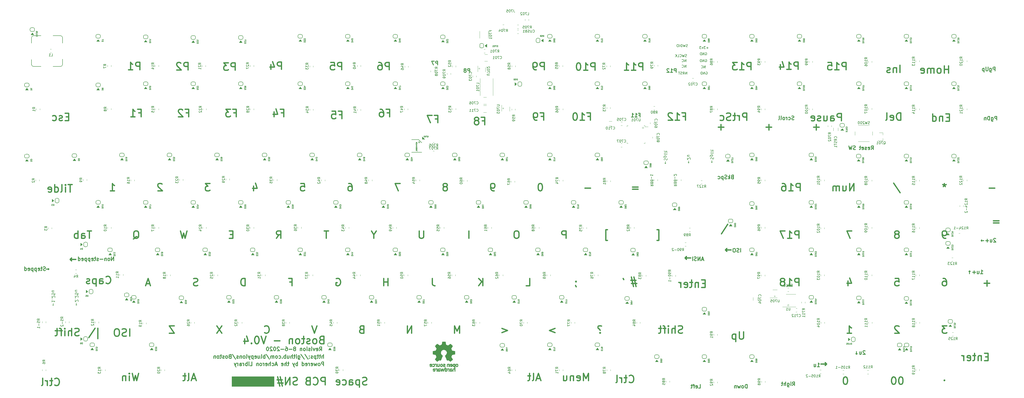
<source format=gbr>
G04 #@! TF.GenerationSoftware,KiCad,Pcbnew,(5.99.0-2555-g9cc6a77cc-dirty)*
G04 #@! TF.CreationDate,2020-08-06T22:11:10-04:00*
G04 #@! TF.ProjectId,Boston-keyboard-S,426f7374-6f6e-42d6-9b65-79626f617264,rev?*
G04 #@! TF.SameCoordinates,Original*
G04 #@! TF.FileFunction,Legend,Bot*
G04 #@! TF.FilePolarity,Positive*
%FSLAX46Y46*%
G04 Gerber Fmt 4.6, Leading zero omitted, Abs format (unit mm)*
G04 Created by KiCad (PCBNEW (5.99.0-2555-g9cc6a77cc-dirty)) date 2020-08-06 22:11:10*
%MOMM*%
%LPD*%
G01*
G04 APERTURE LIST*
%ADD10C,0.200000*%
%ADD11C,0.500000*%
%ADD12C,0.300000*%
%ADD13C,0.100000*%
%ADD14C,0.120000*%
%ADD15C,0.150000*%
%ADD16C,0.127000*%
%ADD17C,0.010000*%
G04 APERTURE END LIST*
D10*
X266361785Y3752500D02*
X266361785Y2838214D01*
X266133214Y3066785D02*
X266361785Y2838214D01*
X266590357Y3066785D01*
X265961785Y4266785D02*
X265904642Y4438214D01*
X265904642Y4723928D01*
X265961785Y4838214D01*
X266018928Y4895357D01*
X266133214Y4952500D01*
X266247500Y4952500D01*
X266361785Y4895357D01*
X266418928Y4838214D01*
X266476071Y4723928D01*
X266533214Y4495357D01*
X266590357Y4381071D01*
X266647500Y4323928D01*
X266761785Y4266785D01*
X266876071Y4266785D01*
X266990357Y4323928D01*
X267047500Y4381071D01*
X267104642Y4495357D01*
X267104642Y4781071D01*
X267047500Y4952500D01*
X266704642Y5466785D02*
X265504642Y5466785D01*
X266647500Y5466785D02*
X266704642Y5581071D01*
X266704642Y5809642D01*
X266647500Y5923928D01*
X266590357Y5981071D01*
X266476071Y6038214D01*
X266133214Y6038214D01*
X266018928Y5981071D01*
X265961785Y5923928D01*
X265904642Y5809642D01*
X265904642Y5581071D01*
X265961785Y5466785D01*
X265904642Y6723928D02*
X265961785Y6609642D01*
X266076071Y6552500D01*
X267104642Y6552500D01*
X265904642Y7181071D02*
X266704642Y7181071D01*
X267104642Y7181071D02*
X267047500Y7123928D01*
X266990357Y7181071D01*
X267047500Y7238214D01*
X267104642Y7181071D01*
X266990357Y7181071D01*
X266704642Y7581071D02*
X266704642Y8038214D01*
X267104642Y7752500D02*
X266076071Y7752500D01*
X265961785Y7809642D01*
X265904642Y7923928D01*
X265904642Y8038214D01*
X257061785Y3595357D02*
X257061785Y2681071D01*
X256833214Y2909642D02*
X257061785Y2681071D01*
X257290357Y2909642D01*
X257690357Y4109642D02*
X257747500Y4166785D01*
X257804642Y4281071D01*
X257804642Y4566785D01*
X257747500Y4681071D01*
X257690357Y4738214D01*
X257576071Y4795357D01*
X257461785Y4795357D01*
X257290357Y4738214D01*
X256604642Y4052500D01*
X256604642Y4795357D01*
X257404642Y5823928D02*
X256604642Y5823928D01*
X257404642Y5309642D02*
X256776071Y5309642D01*
X256661785Y5366785D01*
X256604642Y5481071D01*
X256604642Y5652500D01*
X256661785Y5766785D01*
X256718928Y5823928D01*
X247761785Y3352500D02*
X247761785Y2438214D01*
X247533214Y2666785D02*
X247761785Y2438214D01*
X247990357Y2666785D01*
X247361785Y3866785D02*
X247304642Y4038214D01*
X247304642Y4323928D01*
X247361785Y4438214D01*
X247418928Y4495357D01*
X247533214Y4552500D01*
X247647500Y4552500D01*
X247761785Y4495357D01*
X247818928Y4438214D01*
X247876071Y4323928D01*
X247933214Y4095357D01*
X247990357Y3981071D01*
X248047500Y3923928D01*
X248161785Y3866785D01*
X248276071Y3866785D01*
X248390357Y3923928D01*
X248447500Y3981071D01*
X248504642Y4095357D01*
X248504642Y4381071D01*
X248447500Y4552500D01*
X248104642Y5066785D02*
X246904642Y5066785D01*
X248047500Y5066785D02*
X248104642Y5181071D01*
X248104642Y5409642D01*
X248047500Y5523928D01*
X247990357Y5581071D01*
X247876071Y5638214D01*
X247533214Y5638214D01*
X247418928Y5581071D01*
X247361785Y5523928D01*
X247304642Y5409642D01*
X247304642Y5181071D01*
X247361785Y5066785D01*
X247304642Y6323928D02*
X247361785Y6209642D01*
X247476071Y6152500D01*
X248504642Y6152500D01*
X247304642Y6781071D02*
X248104642Y6781071D01*
X248504642Y6781071D02*
X248447500Y6723928D01*
X248390357Y6781071D01*
X248447500Y6838214D01*
X248504642Y6781071D01*
X248390357Y6781071D01*
X248104642Y7181071D02*
X248104642Y7638214D01*
X248504642Y7352500D02*
X247476071Y7352500D01*
X247361785Y7409642D01*
X247304642Y7523928D01*
X247304642Y7638214D01*
X11761785Y-53490357D02*
X11761785Y-54404642D01*
X11533214Y-54176071D02*
X11761785Y-54404642D01*
X11990357Y-54176071D01*
X12390357Y-52976071D02*
X12447500Y-52918928D01*
X12504642Y-52804642D01*
X12504642Y-52518928D01*
X12447500Y-52404642D01*
X12390357Y-52347500D01*
X12276071Y-52290357D01*
X12161785Y-52290357D01*
X11990357Y-52347500D01*
X11304642Y-53033214D01*
X11304642Y-52290357D01*
X11418928Y-51776071D02*
X11361785Y-51718928D01*
X11304642Y-51776071D01*
X11361785Y-51833214D01*
X11418928Y-51776071D01*
X11304642Y-51776071D01*
X12390357Y-51261785D02*
X12447500Y-51204642D01*
X12504642Y-51090357D01*
X12504642Y-50804642D01*
X12447500Y-50690357D01*
X12390357Y-50633214D01*
X12276071Y-50576071D01*
X12161785Y-50576071D01*
X11990357Y-50633214D01*
X11304642Y-51318928D01*
X11304642Y-50576071D01*
X12504642Y-49490357D02*
X12504642Y-50061785D01*
X11933214Y-50118928D01*
X11990357Y-50061785D01*
X12047500Y-49947500D01*
X12047500Y-49661785D01*
X11990357Y-49547500D01*
X11933214Y-49490357D01*
X11818928Y-49433214D01*
X11533214Y-49433214D01*
X11418928Y-49490357D01*
X11361785Y-49547500D01*
X11304642Y-49661785D01*
X11304642Y-49947500D01*
X11361785Y-50061785D01*
X11418928Y-50118928D01*
X12104642Y-48404642D02*
X11304642Y-48404642D01*
X12104642Y-48918928D02*
X11476071Y-48918928D01*
X11361785Y-48861785D01*
X11304642Y-48747500D01*
X11304642Y-48576071D01*
X11361785Y-48461785D01*
X11418928Y-48404642D01*
X2461785Y-53590357D02*
X2461785Y-54504642D01*
X2233214Y-54276071D02*
X2461785Y-54504642D01*
X2690357Y-54276071D01*
X2004642Y-52390357D02*
X2004642Y-53076071D01*
X2004642Y-52733214D02*
X3204642Y-52733214D01*
X3033214Y-52847500D01*
X2918928Y-52961785D01*
X2861785Y-53076071D01*
X2118928Y-51876071D02*
X2061785Y-51818928D01*
X2004642Y-51876071D01*
X2061785Y-51933214D01*
X2118928Y-51876071D01*
X2004642Y-51876071D01*
X3090357Y-51361785D02*
X3147500Y-51304642D01*
X3204642Y-51190357D01*
X3204642Y-50904642D01*
X3147500Y-50790357D01*
X3090357Y-50733214D01*
X2976071Y-50676071D01*
X2861785Y-50676071D01*
X2690357Y-50733214D01*
X2004642Y-51418928D01*
X2004642Y-50676071D01*
X3204642Y-49590357D02*
X3204642Y-50161785D01*
X2633214Y-50218928D01*
X2690357Y-50161785D01*
X2747500Y-50047500D01*
X2747500Y-49761785D01*
X2690357Y-49647500D01*
X2633214Y-49590357D01*
X2518928Y-49533214D01*
X2233214Y-49533214D01*
X2118928Y-49590357D01*
X2061785Y-49647500D01*
X2004642Y-49761785D01*
X2004642Y-50047500D01*
X2061785Y-50161785D01*
X2118928Y-50218928D01*
X2804642Y-48504642D02*
X2004642Y-48504642D01*
X2804642Y-49018928D02*
X2176071Y-49018928D01*
X2061785Y-48961785D01*
X2004642Y-48847500D01*
X2004642Y-48676071D01*
X2061785Y-48561785D01*
X2118928Y-48504642D01*
D11*
X309390357Y17038214D02*
X307104642Y17038214D01*
X308247500Y15895357D02*
X308247500Y18181071D01*
X290390357Y17038214D02*
X288104642Y17038214D01*
X289247500Y15895357D02*
X289247500Y18181071D01*
X271190357Y17038214D02*
X268904642Y17038214D01*
X270047500Y15895357D02*
X270047500Y18181071D01*
D12*
X330247500Y8073928D02*
X330747500Y8788214D01*
X331104642Y8073928D02*
X331104642Y9573928D01*
X330533214Y9573928D01*
X330390357Y9502500D01*
X330318928Y9431071D01*
X330247500Y9288214D01*
X330247500Y9073928D01*
X330318928Y8931071D01*
X330390357Y8859642D01*
X330533214Y8788214D01*
X331104642Y8788214D01*
X329033214Y8145357D02*
X329176071Y8073928D01*
X329461785Y8073928D01*
X329604642Y8145357D01*
X329676071Y8288214D01*
X329676071Y8859642D01*
X329604642Y9002500D01*
X329461785Y9073928D01*
X329176071Y9073928D01*
X329033214Y9002500D01*
X328961785Y8859642D01*
X328961785Y8716785D01*
X329676071Y8573928D01*
X328390357Y8145357D02*
X328247500Y8073928D01*
X327961785Y8073928D01*
X327818928Y8145357D01*
X327747500Y8288214D01*
X327747500Y8359642D01*
X327818928Y8502500D01*
X327961785Y8573928D01*
X328176071Y8573928D01*
X328318928Y8645357D01*
X328390357Y8788214D01*
X328390357Y8859642D01*
X328318928Y9002500D01*
X328176071Y9073928D01*
X327961785Y9073928D01*
X327818928Y9002500D01*
X326533214Y8145357D02*
X326676071Y8073928D01*
X326961785Y8073928D01*
X327104642Y8145357D01*
X327176071Y8288214D01*
X327176071Y8859642D01*
X327104642Y9002500D01*
X326961785Y9073928D01*
X326676071Y9073928D01*
X326533214Y9002500D01*
X326461785Y8859642D01*
X326461785Y8716785D01*
X327176071Y8573928D01*
X326033214Y9073928D02*
X325461785Y9073928D01*
X325818928Y9573928D02*
X325818928Y8288214D01*
X325747500Y8145357D01*
X325604642Y8073928D01*
X325461785Y8073928D01*
X323890357Y8145357D02*
X323676071Y8073928D01*
X323318928Y8073928D01*
X323176071Y8145357D01*
X323104642Y8216785D01*
X323033214Y8359642D01*
X323033214Y8502500D01*
X323104642Y8645357D01*
X323176071Y8716785D01*
X323318928Y8788214D01*
X323604642Y8859642D01*
X323747500Y8931071D01*
X323818928Y9002500D01*
X323890357Y9145357D01*
X323890357Y9288214D01*
X323818928Y9431071D01*
X323747500Y9502500D01*
X323604642Y9573928D01*
X323247500Y9573928D01*
X323033214Y9502500D01*
X322533214Y9573928D02*
X322176071Y8073928D01*
X321890357Y9145357D01*
X321604642Y8073928D01*
X321247500Y9573928D01*
D10*
X256035714Y41047619D02*
X256035714Y42047619D01*
X255464285Y41047619D01*
X255464285Y42047619D01*
X254416666Y41142857D02*
X254464285Y41095238D01*
X254607142Y41047619D01*
X254702380Y41047619D01*
X254845238Y41095238D01*
X254940476Y41190476D01*
X254988095Y41285714D01*
X255035714Y41476190D01*
X255035714Y41619047D01*
X254988095Y41809523D01*
X254940476Y41904761D01*
X254845238Y42000000D01*
X254702380Y42047619D01*
X254607142Y42047619D01*
X254464285Y42000000D01*
X254416666Y41952380D01*
X256035714Y43297619D02*
X256035714Y44297619D01*
X255464285Y43297619D01*
X255464285Y44297619D01*
X254416666Y43392857D02*
X254464285Y43345238D01*
X254607142Y43297619D01*
X254702380Y43297619D01*
X254845238Y43345238D01*
X254940476Y43440476D01*
X254988095Y43535714D01*
X255035714Y43726190D01*
X255035714Y43869047D01*
X254988095Y44059523D01*
X254940476Y44154761D01*
X254845238Y44250000D01*
X254702380Y44297619D01*
X254607142Y44297619D01*
X254464285Y44250000D01*
X254416666Y44202380D01*
X256261904Y45345238D02*
X256119047Y45297619D01*
X255880952Y45297619D01*
X255785714Y45345238D01*
X255738095Y45392857D01*
X255690476Y45488095D01*
X255690476Y45583333D01*
X255738095Y45678571D01*
X255785714Y45726190D01*
X255880952Y45773809D01*
X256071428Y45821428D01*
X256166666Y45869047D01*
X256214285Y45916666D01*
X256261904Y46011904D01*
X256261904Y46107142D01*
X256214285Y46202380D01*
X256166666Y46250000D01*
X256071428Y46297619D01*
X255833333Y46297619D01*
X255690476Y46250000D01*
X255357142Y46297619D02*
X255119047Y45297619D01*
X254928571Y46011904D01*
X254738095Y45297619D01*
X254500000Y46297619D01*
X253547619Y45392857D02*
X253595238Y45345238D01*
X253738095Y45297619D01*
X253833333Y45297619D01*
X253976190Y45345238D01*
X254071428Y45440476D01*
X254119047Y45535714D01*
X254166666Y45726190D01*
X254166666Y45869047D01*
X254119047Y46059523D01*
X254071428Y46154761D01*
X253976190Y46250000D01*
X253833333Y46297619D01*
X253738095Y46297619D01*
X253595238Y46250000D01*
X253547619Y46202380D01*
X252642857Y45297619D02*
X253119047Y45297619D01*
X253119047Y46297619D01*
X252309523Y45297619D02*
X252309523Y46297619D01*
X251738095Y45297619D02*
X252166666Y45869047D01*
X251738095Y46297619D02*
X252309523Y45726190D01*
X256619047Y49345238D02*
X256476190Y49297619D01*
X256238095Y49297619D01*
X256142857Y49345238D01*
X256095238Y49392857D01*
X256047619Y49488095D01*
X256047619Y49583333D01*
X256095238Y49678571D01*
X256142857Y49726190D01*
X256238095Y49773809D01*
X256428571Y49821428D01*
X256523809Y49869047D01*
X256571428Y49916666D01*
X256619047Y50011904D01*
X256619047Y50107142D01*
X256571428Y50202380D01*
X256523809Y50250000D01*
X256428571Y50297619D01*
X256190476Y50297619D01*
X256047619Y50250000D01*
X255714285Y50297619D02*
X255476190Y49297619D01*
X255285714Y50011904D01*
X255095238Y49297619D01*
X254857142Y50297619D01*
X254476190Y49297619D02*
X254476190Y50297619D01*
X254238095Y50297619D01*
X254095238Y50250000D01*
X254000000Y50154761D01*
X253952380Y50059523D01*
X253904761Y49869047D01*
X253904761Y49726190D01*
X253952380Y49535714D01*
X254000000Y49440476D01*
X254095238Y49345238D01*
X254238095Y49297619D01*
X254476190Y49297619D01*
X253476190Y49297619D02*
X253476190Y50297619D01*
X252809523Y50297619D02*
X252619047Y50297619D01*
X252523809Y50250000D01*
X252428571Y50154761D01*
X252380952Y49964285D01*
X252380952Y49630952D01*
X252428571Y49440476D01*
X252523809Y49345238D01*
X252619047Y49297619D01*
X252809523Y49297619D01*
X252904761Y49345238D01*
X253000000Y49440476D01*
X253047619Y49630952D01*
X253047619Y49964285D01*
X253000000Y50154761D01*
X252904761Y50250000D01*
X252809523Y50297619D01*
X256392857Y38297619D02*
X256392857Y39297619D01*
X255821428Y38297619D01*
X255821428Y39297619D01*
X254773809Y38297619D02*
X255107142Y38773809D01*
X255345238Y38297619D02*
X255345238Y39297619D01*
X254964285Y39297619D01*
X254869047Y39250000D01*
X254821428Y39202380D01*
X254773809Y39107142D01*
X254773809Y38964285D01*
X254821428Y38869047D01*
X254869047Y38821428D01*
X254964285Y38773809D01*
X255345238Y38773809D01*
X254392857Y38345238D02*
X254250000Y38297619D01*
X254011904Y38297619D01*
X253916666Y38345238D01*
X253869047Y38392857D01*
X253821428Y38488095D01*
X253821428Y38583333D01*
X253869047Y38678571D01*
X253916666Y38726190D01*
X254011904Y38773809D01*
X254202380Y38821428D01*
X254297619Y38869047D01*
X254345238Y38916666D01*
X254392857Y39011904D01*
X254392857Y39107142D01*
X254345238Y39202380D01*
X254297619Y39250000D01*
X254202380Y39297619D01*
X253964285Y39297619D01*
X253821428Y39250000D01*
X253535714Y39297619D02*
X252964285Y39297619D01*
X253250000Y38297619D02*
X253250000Y39297619D01*
X264011904Y39250000D02*
X264107142Y39297619D01*
X264250000Y39297619D01*
X264392857Y39250000D01*
X264488095Y39154761D01*
X264535714Y39059523D01*
X264583333Y38869047D01*
X264583333Y38726190D01*
X264535714Y38535714D01*
X264488095Y38440476D01*
X264392857Y38345238D01*
X264250000Y38297619D01*
X264154761Y38297619D01*
X264011904Y38345238D01*
X263964285Y38392857D01*
X263964285Y38726190D01*
X264154761Y38726190D01*
X263535714Y38297619D02*
X263535714Y39297619D01*
X262964285Y38297619D01*
X262964285Y39297619D01*
X262488095Y38297619D02*
X262488095Y39297619D01*
X262250000Y39297619D01*
X262107142Y39250000D01*
X262011904Y39154761D01*
X261964285Y39059523D01*
X261916666Y38869047D01*
X261916666Y38726190D01*
X261964285Y38535714D01*
X262011904Y38440476D01*
X262107142Y38345238D01*
X262250000Y38297619D01*
X262488095Y38297619D01*
X263785714Y40797619D02*
X263785714Y41797619D01*
X263214285Y40797619D01*
X263214285Y41797619D01*
X262166666Y40892857D02*
X262214285Y40845238D01*
X262357142Y40797619D01*
X262452380Y40797619D01*
X262595238Y40845238D01*
X262690476Y40940476D01*
X262738095Y41035714D01*
X262785714Y41226190D01*
X262785714Y41369047D01*
X262738095Y41559523D01*
X262690476Y41654761D01*
X262595238Y41750000D01*
X262452380Y41797619D01*
X262357142Y41797619D01*
X262214285Y41750000D01*
X262166666Y41702380D01*
X263761904Y44250000D02*
X263857142Y44297619D01*
X264000000Y44297619D01*
X264142857Y44250000D01*
X264238095Y44154761D01*
X264285714Y44059523D01*
X264333333Y43869047D01*
X264333333Y43726190D01*
X264285714Y43535714D01*
X264238095Y43440476D01*
X264142857Y43345238D01*
X264000000Y43297619D01*
X263904761Y43297619D01*
X263761904Y43345238D01*
X263714285Y43392857D01*
X263714285Y43726190D01*
X263904761Y43726190D01*
X263285714Y43297619D02*
X263285714Y44297619D01*
X262714285Y43297619D01*
X262714285Y44297619D01*
X262238095Y43297619D02*
X262238095Y44297619D01*
X262000000Y44297619D01*
X261857142Y44250000D01*
X261761904Y44154761D01*
X261714285Y44059523D01*
X261666666Y43869047D01*
X261666666Y43726190D01*
X261714285Y43535714D01*
X261761904Y43440476D01*
X261857142Y43345238D01*
X262000000Y43297619D01*
X262238095Y43297619D01*
X263761904Y47000000D02*
X263857142Y47047619D01*
X264000000Y47047619D01*
X264142857Y47000000D01*
X264238095Y46904761D01*
X264285714Y46809523D01*
X264333333Y46619047D01*
X264333333Y46476190D01*
X264285714Y46285714D01*
X264238095Y46190476D01*
X264142857Y46095238D01*
X264000000Y46047619D01*
X263904761Y46047619D01*
X263761904Y46095238D01*
X263714285Y46142857D01*
X263714285Y46476190D01*
X263904761Y46476190D01*
X263285714Y46047619D02*
X263285714Y47047619D01*
X262714285Y46047619D01*
X262714285Y47047619D01*
X262238095Y46047619D02*
X262238095Y47047619D01*
X262000000Y47047619D01*
X261857142Y47000000D01*
X261761904Y46904761D01*
X261714285Y46809523D01*
X261666666Y46619047D01*
X261666666Y46476190D01*
X261714285Y46285714D01*
X261761904Y46190476D01*
X261857142Y46095238D01*
X262000000Y46047619D01*
X262238095Y46047619D01*
X264964285Y48928571D02*
X264202380Y48928571D01*
X264583333Y48547619D02*
X264583333Y49309523D01*
X263821428Y49547619D02*
X263202380Y49547619D01*
X263535714Y49166666D01*
X263392857Y49166666D01*
X263297619Y49119047D01*
X263250000Y49071428D01*
X263202380Y48976190D01*
X263202380Y48738095D01*
X263250000Y48642857D01*
X263297619Y48595238D01*
X263392857Y48547619D01*
X263678571Y48547619D01*
X263773809Y48595238D01*
X263821428Y48642857D01*
X262869047Y49214285D02*
X262630952Y48547619D01*
X262392857Y49214285D01*
X262107142Y49547619D02*
X261488095Y49547619D01*
X261821428Y49166666D01*
X261678571Y49166666D01*
X261583333Y49119047D01*
X261535714Y49071428D01*
X261488095Y48976190D01*
X261488095Y48738095D01*
X261535714Y48642857D01*
X261583333Y48595238D01*
X261678571Y48547619D01*
X261964285Y48547619D01*
X262059523Y48595238D01*
X262107142Y48642857D01*
D12*
X109142857Y-72678571D02*
X109642857Y-71964285D01*
X110000000Y-72678571D02*
X110000000Y-71178571D01*
X109428571Y-71178571D01*
X109285714Y-71250000D01*
X109214285Y-71321428D01*
X109142857Y-71464285D01*
X109142857Y-71678571D01*
X109214285Y-71821428D01*
X109285714Y-71892857D01*
X109428571Y-71964285D01*
X110000000Y-71964285D01*
X107928571Y-72607142D02*
X108071428Y-72678571D01*
X108357142Y-72678571D01*
X108500000Y-72607142D01*
X108571428Y-72464285D01*
X108571428Y-71892857D01*
X108500000Y-71750000D01*
X108357142Y-71678571D01*
X108071428Y-71678571D01*
X107928571Y-71750000D01*
X107857142Y-71892857D01*
X107857142Y-72035714D01*
X108571428Y-72178571D01*
X107357142Y-71678571D02*
X107000000Y-72678571D01*
X106642857Y-71678571D01*
X106071428Y-72678571D02*
X106071428Y-71678571D01*
X106071428Y-71178571D02*
X106142857Y-71250000D01*
X106071428Y-71321428D01*
X106000000Y-71250000D01*
X106071428Y-71178571D01*
X106071428Y-71321428D01*
X105428571Y-72607142D02*
X105285714Y-72678571D01*
X105000000Y-72678571D01*
X104857142Y-72607142D01*
X104785714Y-72464285D01*
X104785714Y-72392857D01*
X104857142Y-72250000D01*
X105000000Y-72178571D01*
X105214285Y-72178571D01*
X105357142Y-72107142D01*
X105428571Y-71964285D01*
X105428571Y-71892857D01*
X105357142Y-71750000D01*
X105214285Y-71678571D01*
X105000000Y-71678571D01*
X104857142Y-71750000D01*
X104142857Y-72678571D02*
X104142857Y-71678571D01*
X104142857Y-71178571D02*
X104214285Y-71250000D01*
X104142857Y-71321428D01*
X104071428Y-71250000D01*
X104142857Y-71178571D01*
X104142857Y-71321428D01*
X103214285Y-72678571D02*
X103357142Y-72607142D01*
X103428571Y-72535714D01*
X103500000Y-72392857D01*
X103500000Y-71964285D01*
X103428571Y-71821428D01*
X103357142Y-71750000D01*
X103214285Y-71678571D01*
X103000000Y-71678571D01*
X102857142Y-71750000D01*
X102785714Y-71821428D01*
X102714285Y-71964285D01*
X102714285Y-72392857D01*
X102785714Y-72535714D01*
X102857142Y-72607142D01*
X103000000Y-72678571D01*
X103214285Y-72678571D01*
X102071428Y-71678571D02*
X102071428Y-72678571D01*
X102071428Y-71821428D02*
X102000000Y-71750000D01*
X101857142Y-71678571D01*
X101642857Y-71678571D01*
X101500000Y-71750000D01*
X101428571Y-71892857D01*
X101428571Y-72678571D01*
X99357142Y-71821428D02*
X99500000Y-71750000D01*
X99571428Y-71678571D01*
X99642857Y-71535714D01*
X99642857Y-71464285D01*
X99571428Y-71321428D01*
X99500000Y-71250000D01*
X99357142Y-71178571D01*
X99071428Y-71178571D01*
X98928571Y-71250000D01*
X98857142Y-71321428D01*
X98785714Y-71464285D01*
X98785714Y-71535714D01*
X98857142Y-71678571D01*
X98928571Y-71750000D01*
X99071428Y-71821428D01*
X99357142Y-71821428D01*
X99500000Y-71892857D01*
X99571428Y-71964285D01*
X99642857Y-72107142D01*
X99642857Y-72392857D01*
X99571428Y-72535714D01*
X99500000Y-72607142D01*
X99357142Y-72678571D01*
X99071428Y-72678571D01*
X98928571Y-72607142D01*
X98857142Y-72535714D01*
X98785714Y-72392857D01*
X98785714Y-72107142D01*
X98857142Y-71964285D01*
X98928571Y-71892857D01*
X99071428Y-71821428D01*
X98142857Y-72107142D02*
X97000000Y-72107142D01*
X95642857Y-71178571D02*
X95928571Y-71178571D01*
X96071428Y-71250000D01*
X96142857Y-71321428D01*
X96285714Y-71535714D01*
X96357142Y-71821428D01*
X96357142Y-72392857D01*
X96285714Y-72535714D01*
X96214285Y-72607142D01*
X96071428Y-72678571D01*
X95785714Y-72678571D01*
X95642857Y-72607142D01*
X95571428Y-72535714D01*
X95500000Y-72392857D01*
X95500000Y-72035714D01*
X95571428Y-71892857D01*
X95642857Y-71821428D01*
X95785714Y-71750000D01*
X96071428Y-71750000D01*
X96214285Y-71821428D01*
X96285714Y-71892857D01*
X96357142Y-72035714D01*
X94857142Y-72107142D02*
X93714285Y-72107142D01*
X93071428Y-71321428D02*
X93000000Y-71250000D01*
X92857142Y-71178571D01*
X92500000Y-71178571D01*
X92357142Y-71250000D01*
X92285714Y-71321428D01*
X92214285Y-71464285D01*
X92214285Y-71607142D01*
X92285714Y-71821428D01*
X93142857Y-72678571D01*
X92214285Y-72678571D01*
X91285714Y-71178571D02*
X91142857Y-71178571D01*
X91000000Y-71250000D01*
X90928571Y-71321428D01*
X90857142Y-71464285D01*
X90785714Y-71750000D01*
X90785714Y-72107142D01*
X90857142Y-72392857D01*
X90928571Y-72535714D01*
X91000000Y-72607142D01*
X91142857Y-72678571D01*
X91285714Y-72678571D01*
X91428571Y-72607142D01*
X91500000Y-72535714D01*
X91571428Y-72392857D01*
X91642857Y-72107142D01*
X91642857Y-71750000D01*
X91571428Y-71464285D01*
X91500000Y-71321428D01*
X91428571Y-71250000D01*
X91285714Y-71178571D01*
X90214285Y-71321428D02*
X90142857Y-71250000D01*
X90000000Y-71178571D01*
X89642857Y-71178571D01*
X89500000Y-71250000D01*
X89428571Y-71321428D01*
X89357142Y-71464285D01*
X89357142Y-71607142D01*
X89428571Y-71821428D01*
X90285714Y-72678571D01*
X89357142Y-72678571D01*
X88428571Y-71178571D02*
X88285714Y-71178571D01*
X88142857Y-71250000D01*
X88071428Y-71321428D01*
X88000000Y-71464285D01*
X87928571Y-71750000D01*
X87928571Y-72107142D01*
X88000000Y-72392857D01*
X88071428Y-72535714D01*
X88142857Y-72607142D01*
X88285714Y-72678571D01*
X88428571Y-72678571D01*
X88571428Y-72607142D01*
X88642857Y-72535714D01*
X88714285Y-72392857D01*
X88785714Y-72107142D01*
X88785714Y-71750000D01*
X88714285Y-71464285D01*
X88642857Y-71321428D01*
X88571428Y-71250000D01*
X88428571Y-71178571D01*
D11*
X111428571Y-86357142D02*
X111428571Y-83357142D01*
X110285714Y-83357142D01*
X110000000Y-83500000D01*
X109857142Y-83642857D01*
X109714285Y-83928571D01*
X109714285Y-84357142D01*
X109857142Y-84642857D01*
X110000000Y-84785714D01*
X110285714Y-84928571D01*
X111428571Y-84928571D01*
X106714285Y-86071428D02*
X106857142Y-86214285D01*
X107285714Y-86357142D01*
X107571428Y-86357142D01*
X108000000Y-86214285D01*
X108285714Y-85928571D01*
X108428571Y-85642857D01*
X108571428Y-85071428D01*
X108571428Y-84642857D01*
X108428571Y-84071428D01*
X108285714Y-83785714D01*
X108000000Y-83500000D01*
X107571428Y-83357142D01*
X107285714Y-83357142D01*
X106857142Y-83500000D01*
X106714285Y-83642857D01*
X104428571Y-84785714D02*
X104000000Y-84928571D01*
X103857142Y-85071428D01*
X103714285Y-85357142D01*
X103714285Y-85785714D01*
X103857142Y-86071428D01*
X104000000Y-86214285D01*
X104285714Y-86357142D01*
X105428571Y-86357142D01*
X105428571Y-83357142D01*
X104428571Y-83357142D01*
X104142857Y-83500000D01*
X104000000Y-83642857D01*
X103857142Y-83928571D01*
X103857142Y-84214285D01*
X104000000Y-84500000D01*
X104142857Y-84642857D01*
X104428571Y-84785714D01*
X105428571Y-84785714D01*
X100285714Y-86214285D02*
X99857142Y-86357142D01*
X99142857Y-86357142D01*
X98857142Y-86214285D01*
X98714285Y-86071428D01*
X98571428Y-85785714D01*
X98571428Y-85500000D01*
X98714285Y-85214285D01*
X98857142Y-85071428D01*
X99142857Y-84928571D01*
X99714285Y-84785714D01*
X100000000Y-84642857D01*
X100142857Y-84500000D01*
X100285714Y-84214285D01*
X100285714Y-83928571D01*
X100142857Y-83642857D01*
X100000000Y-83500000D01*
X99714285Y-83357142D01*
X99000000Y-83357142D01*
X98571428Y-83500000D01*
X97285714Y-86357142D02*
X97285714Y-83357142D01*
X95571428Y-86357142D01*
X95571428Y-83357142D01*
X94285714Y-84357142D02*
X92142857Y-84357142D01*
X93428571Y-83071428D02*
X94285714Y-86928571D01*
X92428571Y-85642857D02*
X94571428Y-85642857D01*
X93285714Y-86928571D02*
X92428571Y-83071428D01*
D13*
G36*
X91000000Y-87000000D02*
G01*
X74000000Y-87000000D01*
X74000000Y-83000000D01*
X91000000Y-83000000D01*
X91000000Y-87000000D01*
G37*
X91000000Y-87000000D02*
X74000000Y-87000000D01*
X74000000Y-83000000D01*
X91000000Y-83000000D01*
X91000000Y-87000000D01*
D14*
X183000000Y24600000D02*
G75*
G03*
X183000000Y24600000I-200000J0D01*
G01*
X239082843Y16800000D02*
G75*
G03*
X239082843Y16800000I-282843J0D01*
G01*
X291800000Y-50800000D02*
G75*
G03*
X291800000Y-50800000I-200000J0D01*
G01*
X297282843Y-54400000D02*
G75*
G03*
X297282843Y-54400000I-282843J0D01*
G01*
X173400000Y40600000D02*
G75*
G03*
X173400000Y40600000I-200000J0D01*
G01*
D12*
X380111785Y-27668928D02*
X380040357Y-27597500D01*
X379897500Y-27526071D01*
X379540357Y-27526071D01*
X379397500Y-27597500D01*
X379326071Y-27668928D01*
X379254642Y-27811785D01*
X379254642Y-27954642D01*
X379326071Y-28168928D01*
X380183214Y-29026071D01*
X379254642Y-29026071D01*
X377968928Y-28026071D02*
X377968928Y-29026071D01*
X378611785Y-28026071D02*
X378611785Y-28811785D01*
X378540357Y-28954642D01*
X378397500Y-29026071D01*
X378183214Y-29026071D01*
X378040357Y-28954642D01*
X377968928Y-28883214D01*
X377254642Y-28454642D02*
X376111785Y-28454642D01*
X376683214Y-29026071D02*
X376683214Y-27883214D01*
X375397500Y-28454642D02*
X374254642Y-28454642D01*
X374540357Y-28740357D02*
X374254642Y-28454642D01*
X374540357Y-28168928D01*
X374054642Y-41726071D02*
X374911785Y-41726071D01*
X374483214Y-41726071D02*
X374483214Y-40226071D01*
X374626071Y-40440357D01*
X374768928Y-40583214D01*
X374911785Y-40654642D01*
X372768928Y-40726071D02*
X372768928Y-41726071D01*
X373411785Y-40726071D02*
X373411785Y-41511785D01*
X373340357Y-41654642D01*
X373197500Y-41726071D01*
X372983214Y-41726071D01*
X372840357Y-41654642D01*
X372768928Y-41583214D01*
X372054642Y-41154642D02*
X370911785Y-41154642D01*
X371483214Y-41726071D02*
X371483214Y-40583214D01*
X369626071Y-41726071D02*
X369626071Y-40583214D01*
X369911785Y-40868928D02*
X369626071Y-40583214D01*
X369340357Y-40868928D01*
D11*
X377742857Y-45614285D02*
X375457142Y-45614285D01*
X376600000Y-46757142D02*
X376600000Y-44471428D01*
D12*
X327783214Y-72768928D02*
X327711785Y-72697500D01*
X327568928Y-72626071D01*
X327211785Y-72626071D01*
X327068928Y-72697500D01*
X326997500Y-72768928D01*
X326926071Y-72911785D01*
X326926071Y-73054642D01*
X326997500Y-73268928D01*
X327854642Y-74126071D01*
X326926071Y-74126071D01*
X325640357Y-73126071D02*
X325640357Y-74126071D01*
X326283214Y-73126071D02*
X326283214Y-73911785D01*
X326211785Y-74054642D01*
X326068928Y-74126071D01*
X325854642Y-74126071D01*
X325711785Y-74054642D01*
X325640357Y-73983214D01*
X324354642Y-72983214D02*
X324354642Y-74126071D01*
X324068928Y-73840357D02*
X324354642Y-74126071D01*
X324640357Y-73840357D01*
D11*
X310057142Y-77985714D02*
X312342857Y-77985714D01*
X311771428Y-77414285D02*
X312342857Y-77985714D01*
X311771428Y-78557142D01*
D12*
X308650000Y-79078571D02*
X309507142Y-79078571D01*
X309078571Y-79078571D02*
X309078571Y-77578571D01*
X309221428Y-77792857D01*
X309364285Y-77935714D01*
X309507142Y-78007142D01*
X307364285Y-78078571D02*
X307364285Y-79078571D01*
X308007142Y-78078571D02*
X308007142Y-78864285D01*
X307935714Y-79007142D01*
X307792857Y-79078571D01*
X307578571Y-79078571D01*
X307435714Y-79007142D01*
X307364285Y-78935714D01*
D11*
X257942857Y-35414285D02*
X255657142Y-35414285D01*
X256228571Y-35985714D02*
X255657142Y-35414285D01*
X256228571Y-34842857D01*
D12*
X263014285Y-36050000D02*
X262300000Y-36050000D01*
X263157142Y-36478571D02*
X262657142Y-34978571D01*
X262157142Y-36478571D01*
X261657142Y-36478571D02*
X261657142Y-34978571D01*
X260800000Y-36478571D01*
X260800000Y-34978571D01*
X260157142Y-36407142D02*
X259942857Y-36478571D01*
X259585714Y-36478571D01*
X259442857Y-36407142D01*
X259371428Y-36335714D01*
X259300000Y-36192857D01*
X259300000Y-36050000D01*
X259371428Y-35907142D01*
X259442857Y-35835714D01*
X259585714Y-35764285D01*
X259871428Y-35692857D01*
X260014285Y-35621428D01*
X260085714Y-35550000D01*
X260157142Y-35407142D01*
X260157142Y-35264285D01*
X260085714Y-35121428D01*
X260014285Y-35050000D01*
X259871428Y-34978571D01*
X259514285Y-34978571D01*
X259300000Y-35050000D01*
X258657142Y-36478571D02*
X258657142Y-34978571D01*
D11*
X11542857Y-36014285D02*
X9257142Y-36014285D01*
X9828571Y-36585714D02*
X9257142Y-36014285D01*
X9828571Y-35442857D01*
D12*
X-371428Y-39892857D02*
X771428Y-39892857D01*
X485714Y-39607142D02*
X771428Y-39892857D01*
X485714Y-40178571D01*
D11*
X274142857Y-32214285D02*
X271857142Y-32214285D01*
X272428571Y-32785714D02*
X271857142Y-32214285D01*
X272428571Y-31642857D01*
D12*
X26671428Y-36478571D02*
X26671428Y-34978571D01*
X25814285Y-36478571D01*
X25814285Y-34978571D01*
X24885714Y-36478571D02*
X25028571Y-36407142D01*
X25100000Y-36335714D01*
X25171428Y-36192857D01*
X25171428Y-35764285D01*
X25100000Y-35621428D01*
X25028571Y-35550000D01*
X24885714Y-35478571D01*
X24671428Y-35478571D01*
X24528571Y-35550000D01*
X24457142Y-35621428D01*
X24385714Y-35764285D01*
X24385714Y-36192857D01*
X24457142Y-36335714D01*
X24528571Y-36407142D01*
X24671428Y-36478571D01*
X24885714Y-36478571D01*
X23742857Y-35478571D02*
X23742857Y-36478571D01*
X23742857Y-35621428D02*
X23671428Y-35550000D01*
X23528571Y-35478571D01*
X23314285Y-35478571D01*
X23171428Y-35550000D01*
X23100000Y-35692857D01*
X23100000Y-36478571D01*
X22385714Y-35907142D02*
X21242857Y-35907142D01*
X20600000Y-36407142D02*
X20457142Y-36478571D01*
X20171428Y-36478571D01*
X20028571Y-36407142D01*
X19957142Y-36264285D01*
X19957142Y-36192857D01*
X20028571Y-36050000D01*
X20171428Y-35978571D01*
X20385714Y-35978571D01*
X20528571Y-35907142D01*
X20600000Y-35764285D01*
X20600000Y-35692857D01*
X20528571Y-35550000D01*
X20385714Y-35478571D01*
X20171428Y-35478571D01*
X20028571Y-35550000D01*
X19528571Y-35478571D02*
X18957142Y-35478571D01*
X19314285Y-34978571D02*
X19314285Y-36264285D01*
X19242857Y-36407142D01*
X19100000Y-36478571D01*
X18957142Y-36478571D01*
X17885714Y-36407142D02*
X18028571Y-36478571D01*
X18314285Y-36478571D01*
X18457142Y-36407142D01*
X18528571Y-36264285D01*
X18528571Y-35692857D01*
X18457142Y-35550000D01*
X18314285Y-35478571D01*
X18028571Y-35478571D01*
X17885714Y-35550000D01*
X17814285Y-35692857D01*
X17814285Y-35835714D01*
X18528571Y-35978571D01*
X17171428Y-35478571D02*
X17171428Y-36978571D01*
X17171428Y-35550000D02*
X17028571Y-35478571D01*
X16742857Y-35478571D01*
X16600000Y-35550000D01*
X16528571Y-35621428D01*
X16457142Y-35764285D01*
X16457142Y-36192857D01*
X16528571Y-36335714D01*
X16600000Y-36407142D01*
X16742857Y-36478571D01*
X17028571Y-36478571D01*
X17171428Y-36407142D01*
X15814285Y-35478571D02*
X15814285Y-36978571D01*
X15814285Y-35550000D02*
X15671428Y-35478571D01*
X15385714Y-35478571D01*
X15242857Y-35550000D01*
X15171428Y-35621428D01*
X15100000Y-35764285D01*
X15100000Y-36192857D01*
X15171428Y-36335714D01*
X15242857Y-36407142D01*
X15385714Y-36478571D01*
X15671428Y-36478571D01*
X15814285Y-36407142D01*
X13885714Y-36407142D02*
X14028571Y-36478571D01*
X14314285Y-36478571D01*
X14457142Y-36407142D01*
X14528571Y-36264285D01*
X14528571Y-35692857D01*
X14457142Y-35550000D01*
X14314285Y-35478571D01*
X14028571Y-35478571D01*
X13885714Y-35550000D01*
X13814285Y-35692857D01*
X13814285Y-35835714D01*
X14528571Y-35978571D01*
X12528571Y-36478571D02*
X12528571Y-34978571D01*
X12528571Y-36407142D02*
X12671428Y-36478571D01*
X12957142Y-36478571D01*
X13100000Y-36407142D01*
X13171428Y-36335714D01*
X13242857Y-36192857D01*
X13242857Y-35764285D01*
X13171428Y-35621428D01*
X13100000Y-35550000D01*
X12957142Y-35478571D01*
X12671428Y-35478571D01*
X12528571Y-35550000D01*
X-628571Y-40407142D02*
X-842857Y-40478571D01*
X-1200000Y-40478571D01*
X-1342857Y-40407142D01*
X-1414285Y-40335714D01*
X-1485714Y-40192857D01*
X-1485714Y-40050000D01*
X-1414285Y-39907142D01*
X-1342857Y-39835714D01*
X-1200000Y-39764285D01*
X-914285Y-39692857D01*
X-771428Y-39621428D01*
X-700000Y-39550000D01*
X-628571Y-39407142D01*
X-628571Y-39264285D01*
X-700000Y-39121428D01*
X-771428Y-39050000D01*
X-914285Y-38978571D01*
X-1271428Y-38978571D01*
X-1485714Y-39050000D01*
X-1914285Y-39478571D02*
X-2485714Y-39478571D01*
X-2128571Y-38978571D02*
X-2128571Y-40264285D01*
X-2200000Y-40407142D01*
X-2342857Y-40478571D01*
X-2485714Y-40478571D01*
X-3557142Y-40407142D02*
X-3414285Y-40478571D01*
X-3128571Y-40478571D01*
X-2985714Y-40407142D01*
X-2914285Y-40264285D01*
X-2914285Y-39692857D01*
X-2985714Y-39550000D01*
X-3128571Y-39478571D01*
X-3414285Y-39478571D01*
X-3557142Y-39550000D01*
X-3628571Y-39692857D01*
X-3628571Y-39835714D01*
X-2914285Y-39978571D01*
X-4271428Y-39478571D02*
X-4271428Y-40978571D01*
X-4271428Y-39550000D02*
X-4414285Y-39478571D01*
X-4700000Y-39478571D01*
X-4842857Y-39550000D01*
X-4914285Y-39621428D01*
X-4985714Y-39764285D01*
X-4985714Y-40192857D01*
X-4914285Y-40335714D01*
X-4842857Y-40407142D01*
X-4700000Y-40478571D01*
X-4414285Y-40478571D01*
X-4271428Y-40407142D01*
X-5628571Y-39478571D02*
X-5628571Y-40978571D01*
X-5628571Y-39550000D02*
X-5771428Y-39478571D01*
X-6057142Y-39478571D01*
X-6200000Y-39550000D01*
X-6271428Y-39621428D01*
X-6342857Y-39764285D01*
X-6342857Y-40192857D01*
X-6271428Y-40335714D01*
X-6200000Y-40407142D01*
X-6057142Y-40478571D01*
X-5771428Y-40478571D01*
X-5628571Y-40407142D01*
X-7557142Y-40407142D02*
X-7414285Y-40478571D01*
X-7128571Y-40478571D01*
X-6985714Y-40407142D01*
X-6914285Y-40264285D01*
X-6914285Y-39692857D01*
X-6985714Y-39550000D01*
X-7128571Y-39478571D01*
X-7414285Y-39478571D01*
X-7557142Y-39550000D01*
X-7628571Y-39692857D01*
X-7628571Y-39835714D01*
X-6914285Y-39978571D01*
X-8914285Y-40478571D02*
X-8914285Y-38978571D01*
X-8914285Y-40407142D02*
X-8771428Y-40478571D01*
X-8485714Y-40478571D01*
X-8342857Y-40407142D01*
X-8271428Y-40335714D01*
X-8199999Y-40192857D01*
X-8199999Y-39764285D01*
X-8271428Y-39621428D01*
X-8342857Y-39550000D01*
X-8485714Y-39478571D01*
X-8771428Y-39478571D01*
X-8914285Y-39550000D01*
D11*
X377071428Y-75085714D02*
X376071428Y-75085714D01*
X375642857Y-76657142D02*
X377071428Y-76657142D01*
X377071428Y-73657142D01*
X375642857Y-73657142D01*
X374357142Y-74657142D02*
X374357142Y-76657142D01*
X374357142Y-74942857D02*
X374214285Y-74800000D01*
X373928571Y-74657142D01*
X373500000Y-74657142D01*
X373214285Y-74800000D01*
X373071428Y-75085714D01*
X373071428Y-76657142D01*
X372071428Y-74657142D02*
X370928571Y-74657142D01*
X371642857Y-73657142D02*
X371642857Y-76228571D01*
X371500000Y-76514285D01*
X371214285Y-76657142D01*
X370928571Y-76657142D01*
X368785714Y-76514285D02*
X369071428Y-76657142D01*
X369642857Y-76657142D01*
X369928571Y-76514285D01*
X370071428Y-76228571D01*
X370071428Y-75085714D01*
X369928571Y-74800000D01*
X369642857Y-74657142D01*
X369071428Y-74657142D01*
X368785714Y-74800000D01*
X368642857Y-75085714D01*
X368642857Y-75371428D01*
X370071428Y-75657142D01*
X367357142Y-76657142D02*
X367357142Y-74657142D01*
X367357142Y-75228571D02*
X367214285Y-74942857D01*
X367071428Y-74800000D01*
X366785714Y-74657142D01*
X366500000Y-74657142D01*
D12*
X110821428Y-78678571D02*
X110821428Y-77178571D01*
X110250000Y-77178571D01*
X110107142Y-77250000D01*
X110035714Y-77321428D01*
X109964285Y-77464285D01*
X109964285Y-77678571D01*
X110035714Y-77821428D01*
X110107142Y-77892857D01*
X110250000Y-77964285D01*
X110821428Y-77964285D01*
X109107142Y-78678571D02*
X109250000Y-78607142D01*
X109321428Y-78535714D01*
X109392857Y-78392857D01*
X109392857Y-77964285D01*
X109321428Y-77821428D01*
X109250000Y-77750000D01*
X109107142Y-77678571D01*
X108892857Y-77678571D01*
X108750000Y-77750000D01*
X108678571Y-77821428D01*
X108607142Y-77964285D01*
X108607142Y-78392857D01*
X108678571Y-78535714D01*
X108750000Y-78607142D01*
X108892857Y-78678571D01*
X109107142Y-78678571D01*
X108107142Y-77678571D02*
X107821428Y-78678571D01*
X107535714Y-77964285D01*
X107250000Y-78678571D01*
X106964285Y-77678571D01*
X105821428Y-78607142D02*
X105964285Y-78678571D01*
X106250000Y-78678571D01*
X106392857Y-78607142D01*
X106464285Y-78464285D01*
X106464285Y-77892857D01*
X106392857Y-77750000D01*
X106250000Y-77678571D01*
X105964285Y-77678571D01*
X105821428Y-77750000D01*
X105750000Y-77892857D01*
X105750000Y-78035714D01*
X106464285Y-78178571D01*
X105107142Y-78678571D02*
X105107142Y-77678571D01*
X105107142Y-77964285D02*
X105035714Y-77821428D01*
X104964285Y-77750000D01*
X104821428Y-77678571D01*
X104678571Y-77678571D01*
X103607142Y-78607142D02*
X103750000Y-78678571D01*
X104035714Y-78678571D01*
X104178571Y-78607142D01*
X104250000Y-78464285D01*
X104250000Y-77892857D01*
X104178571Y-77750000D01*
X104035714Y-77678571D01*
X103750000Y-77678571D01*
X103607142Y-77750000D01*
X103535714Y-77892857D01*
X103535714Y-78035714D01*
X104250000Y-78178571D01*
X102250000Y-78678571D02*
X102250000Y-77178571D01*
X102250000Y-78607142D02*
X102392857Y-78678571D01*
X102678571Y-78678571D01*
X102821428Y-78607142D01*
X102892857Y-78535714D01*
X102964285Y-78392857D01*
X102964285Y-77964285D01*
X102892857Y-77821428D01*
X102821428Y-77750000D01*
X102678571Y-77678571D01*
X102392857Y-77678571D01*
X102250000Y-77750000D01*
X100392857Y-78678571D02*
X100392857Y-77178571D01*
X100392857Y-77750000D02*
X100250000Y-77678571D01*
X99964285Y-77678571D01*
X99821428Y-77750000D01*
X99750000Y-77821428D01*
X99678571Y-77964285D01*
X99678571Y-78392857D01*
X99750000Y-78535714D01*
X99821428Y-78607142D01*
X99964285Y-78678571D01*
X100250000Y-78678571D01*
X100392857Y-78607142D01*
X99178571Y-77678571D02*
X98821428Y-78678571D01*
X98464285Y-77678571D02*
X98821428Y-78678571D01*
X98964285Y-79035714D01*
X99035714Y-79107142D01*
X99178571Y-79178571D01*
X96964285Y-77678571D02*
X96392857Y-77678571D01*
X96750000Y-77178571D02*
X96750000Y-78464285D01*
X96678571Y-78607142D01*
X96535714Y-78678571D01*
X96392857Y-78678571D01*
X95892857Y-78678571D02*
X95892857Y-77178571D01*
X95250000Y-78678571D02*
X95250000Y-77892857D01*
X95321428Y-77750000D01*
X95464285Y-77678571D01*
X95678571Y-77678571D01*
X95821428Y-77750000D01*
X95892857Y-77821428D01*
X93964285Y-78607142D02*
X94107142Y-78678571D01*
X94392857Y-78678571D01*
X94535714Y-78607142D01*
X94607142Y-78464285D01*
X94607142Y-77892857D01*
X94535714Y-77750000D01*
X94392857Y-77678571D01*
X94107142Y-77678571D01*
X93964285Y-77750000D01*
X93892857Y-77892857D01*
X93892857Y-78035714D01*
X94607142Y-78178571D01*
X92178571Y-78250000D02*
X91464285Y-78250000D01*
X92321428Y-78678571D02*
X91821428Y-77178571D01*
X91321428Y-78678571D01*
X90178571Y-78607142D02*
X90321428Y-78678571D01*
X90607142Y-78678571D01*
X90750000Y-78607142D01*
X90821428Y-78535714D01*
X90892857Y-78392857D01*
X90892857Y-77964285D01*
X90821428Y-77821428D01*
X90750000Y-77750000D01*
X90607142Y-77678571D01*
X90321428Y-77678571D01*
X90178571Y-77750000D01*
X89535714Y-78678571D02*
X89535714Y-77178571D01*
X88892857Y-78678571D02*
X88892857Y-77892857D01*
X88964285Y-77750000D01*
X89107142Y-77678571D01*
X89321428Y-77678571D01*
X89464285Y-77750000D01*
X89535714Y-77821428D01*
X87607142Y-78607142D02*
X87750000Y-78678571D01*
X88035714Y-78678571D01*
X88178571Y-78607142D01*
X88250000Y-78464285D01*
X88250000Y-77892857D01*
X88178571Y-77750000D01*
X88035714Y-77678571D01*
X87750000Y-77678571D01*
X87607142Y-77750000D01*
X87535714Y-77892857D01*
X87535714Y-78035714D01*
X88250000Y-78178571D01*
X86892857Y-78678571D02*
X86892857Y-77678571D01*
X86892857Y-77964285D02*
X86821428Y-77821428D01*
X86750000Y-77750000D01*
X86607142Y-77678571D01*
X86464285Y-77678571D01*
X85750000Y-78678571D02*
X85892857Y-78607142D01*
X85964285Y-78535714D01*
X86035714Y-78392857D01*
X86035714Y-77964285D01*
X85964285Y-77821428D01*
X85892857Y-77750000D01*
X85750000Y-77678571D01*
X85535714Y-77678571D01*
X85392857Y-77750000D01*
X85321428Y-77821428D01*
X85250000Y-77964285D01*
X85250000Y-78392857D01*
X85321428Y-78535714D01*
X85392857Y-78607142D01*
X85535714Y-78678571D01*
X85750000Y-78678571D01*
X84607142Y-77678571D02*
X84607142Y-78678571D01*
X84607142Y-77821428D02*
X84535714Y-77750000D01*
X84392857Y-77678571D01*
X84178571Y-77678571D01*
X84035714Y-77750000D01*
X83964285Y-77892857D01*
X83964285Y-78678571D01*
X81392857Y-78678571D02*
X82107142Y-78678571D01*
X82107142Y-77178571D01*
X80892857Y-78678571D02*
X80892857Y-77678571D01*
X80892857Y-77178571D02*
X80964285Y-77250000D01*
X80892857Y-77321428D01*
X80821428Y-77250000D01*
X80892857Y-77178571D01*
X80892857Y-77321428D01*
X80178571Y-78678571D02*
X80178571Y-77178571D01*
X80178571Y-77750000D02*
X80035714Y-77678571D01*
X79750000Y-77678571D01*
X79607142Y-77750000D01*
X79535714Y-77821428D01*
X79464285Y-77964285D01*
X79464285Y-78392857D01*
X79535714Y-78535714D01*
X79607142Y-78607142D01*
X79750000Y-78678571D01*
X80035714Y-78678571D01*
X80178571Y-78607142D01*
X78821428Y-78678571D02*
X78821428Y-77678571D01*
X78821428Y-77964285D02*
X78750000Y-77821428D01*
X78678571Y-77750000D01*
X78535714Y-77678571D01*
X78392857Y-77678571D01*
X77250000Y-78678571D02*
X77250000Y-77892857D01*
X77321428Y-77750000D01*
X77464285Y-77678571D01*
X77750000Y-77678571D01*
X77892857Y-77750000D01*
X77250000Y-78607142D02*
X77392857Y-78678571D01*
X77750000Y-78678571D01*
X77892857Y-78607142D01*
X77964285Y-78464285D01*
X77964285Y-78321428D01*
X77892857Y-78178571D01*
X77750000Y-78107142D01*
X77392857Y-78107142D01*
X77250000Y-78035714D01*
X76535714Y-78678571D02*
X76535714Y-77678571D01*
X76535714Y-77964285D02*
X76464285Y-77821428D01*
X76392857Y-77750000D01*
X76250000Y-77678571D01*
X76107142Y-77678571D01*
X75750000Y-77678571D02*
X75392857Y-78678571D01*
X75035714Y-77678571D02*
X75392857Y-78678571D01*
X75535714Y-79035714D01*
X75607142Y-79107142D01*
X75750000Y-79178571D01*
D11*
X117150000Y22064285D02*
X118150000Y22064285D01*
X118150000Y20492857D02*
X118150000Y23492857D01*
X116721428Y23492857D01*
X114150000Y23492857D02*
X115578571Y23492857D01*
X115721428Y22064285D01*
X115578571Y22207142D01*
X115292857Y22350000D01*
X114578571Y22350000D01*
X114292857Y22207142D01*
X114150000Y22064285D01*
X114007142Y21778571D01*
X114007142Y21064285D01*
X114150000Y20778571D01*
X114292857Y20635714D01*
X114578571Y20492857D01*
X115292857Y20492857D01*
X115578571Y20635714D01*
X115721428Y20778571D01*
X136300000Y22814285D02*
X137300000Y22814285D01*
X137300000Y21242857D02*
X137300000Y24242857D01*
X135871428Y24242857D01*
X133442857Y24242857D02*
X134014285Y24242857D01*
X134300000Y24100000D01*
X134442857Y23957142D01*
X134728571Y23528571D01*
X134871428Y22957142D01*
X134871428Y21814285D01*
X134728571Y21528571D01*
X134585714Y21385714D01*
X134300000Y21242857D01*
X133728571Y21242857D01*
X133442857Y21385714D01*
X133300000Y21528571D01*
X133157142Y21814285D01*
X133157142Y22528571D01*
X133300000Y22814285D01*
X133442857Y22957142D01*
X133728571Y23100000D01*
X134300000Y23100000D01*
X134585714Y22957142D01*
X134728571Y22814285D01*
X134871428Y22528571D01*
D12*
X110764285Y-75678571D02*
X110764285Y-74178571D01*
X110121428Y-75678571D02*
X110121428Y-74892857D01*
X110192857Y-74750000D01*
X110335714Y-74678571D01*
X110550000Y-74678571D01*
X110692857Y-74750000D01*
X110764285Y-74821428D01*
X109621428Y-74678571D02*
X109050000Y-74678571D01*
X109407142Y-74178571D02*
X109407142Y-75464285D01*
X109335714Y-75607142D01*
X109192857Y-75678571D01*
X109050000Y-75678571D01*
X108764285Y-74678571D02*
X108192857Y-74678571D01*
X108550000Y-74178571D02*
X108550000Y-75464285D01*
X108478571Y-75607142D01*
X108335714Y-75678571D01*
X108192857Y-75678571D01*
X107692857Y-74678571D02*
X107692857Y-76178571D01*
X107692857Y-74750000D02*
X107550000Y-74678571D01*
X107264285Y-74678571D01*
X107121428Y-74750000D01*
X107050000Y-74821428D01*
X106978571Y-74964285D01*
X106978571Y-75392857D01*
X107050000Y-75535714D01*
X107121428Y-75607142D01*
X107264285Y-75678571D01*
X107550000Y-75678571D01*
X107692857Y-75607142D01*
X106407142Y-75607142D02*
X106264285Y-75678571D01*
X105978571Y-75678571D01*
X105835714Y-75607142D01*
X105764285Y-75464285D01*
X105764285Y-75392857D01*
X105835714Y-75250000D01*
X105978571Y-75178571D01*
X106192857Y-75178571D01*
X106335714Y-75107142D01*
X106407142Y-74964285D01*
X106407142Y-74892857D01*
X106335714Y-74750000D01*
X106192857Y-74678571D01*
X105978571Y-74678571D01*
X105835714Y-74750000D01*
X105121428Y-75535714D02*
X105050000Y-75607142D01*
X105121428Y-75678571D01*
X105192857Y-75607142D01*
X105121428Y-75535714D01*
X105121428Y-75678571D01*
X105121428Y-74750000D02*
X105050000Y-74821428D01*
X105121428Y-74892857D01*
X105192857Y-74821428D01*
X105121428Y-74750000D01*
X105121428Y-74892857D01*
X103335714Y-74107142D02*
X104621428Y-76035714D01*
X101764285Y-74107142D02*
X103050000Y-76035714D01*
X100621428Y-74678571D02*
X100621428Y-75892857D01*
X100692857Y-76035714D01*
X100764285Y-76107142D01*
X100907142Y-76178571D01*
X101121428Y-76178571D01*
X101264285Y-76107142D01*
X100621428Y-75607142D02*
X100764285Y-75678571D01*
X101049999Y-75678571D01*
X101192857Y-75607142D01*
X101264285Y-75535714D01*
X101335714Y-75392857D01*
X101335714Y-74964285D01*
X101264285Y-74821428D01*
X101192857Y-74750000D01*
X101049999Y-74678571D01*
X100764285Y-74678571D01*
X100621428Y-74750000D01*
X99907142Y-75678571D02*
X99907142Y-74678571D01*
X99907142Y-74178571D02*
X99978571Y-74250000D01*
X99907142Y-74321428D01*
X99835714Y-74250000D01*
X99907142Y-74178571D01*
X99907142Y-74321428D01*
X99407142Y-74678571D02*
X98835714Y-74678571D01*
X99192857Y-74178571D02*
X99192857Y-75464285D01*
X99121428Y-75607142D01*
X98978571Y-75678571D01*
X98835714Y-75678571D01*
X98335714Y-75678571D02*
X98335714Y-74178571D01*
X97692857Y-75678571D02*
X97692857Y-74892857D01*
X97764285Y-74750000D01*
X97907142Y-74678571D01*
X98121428Y-74678571D01*
X98264285Y-74750000D01*
X98335714Y-74821428D01*
X96335714Y-74678571D02*
X96335714Y-75678571D01*
X96978571Y-74678571D02*
X96978571Y-75464285D01*
X96907142Y-75607142D01*
X96764285Y-75678571D01*
X96549999Y-75678571D01*
X96407142Y-75607142D01*
X96335714Y-75535714D01*
X95621428Y-75678571D02*
X95621428Y-74178571D01*
X95621428Y-74750000D02*
X95478571Y-74678571D01*
X95192857Y-74678571D01*
X95049999Y-74750000D01*
X94978571Y-74821428D01*
X94907142Y-74964285D01*
X94907142Y-75392857D01*
X94978571Y-75535714D01*
X95049999Y-75607142D01*
X95192857Y-75678571D01*
X95478571Y-75678571D01*
X95621428Y-75607142D01*
X94264285Y-75535714D02*
X94192857Y-75607142D01*
X94264285Y-75678571D01*
X94335714Y-75607142D01*
X94264285Y-75535714D01*
X94264285Y-75678571D01*
X92907142Y-75607142D02*
X93049999Y-75678571D01*
X93335714Y-75678571D01*
X93478571Y-75607142D01*
X93549999Y-75535714D01*
X93621428Y-75392857D01*
X93621428Y-74964285D01*
X93549999Y-74821428D01*
X93478571Y-74750000D01*
X93335714Y-74678571D01*
X93049999Y-74678571D01*
X92907142Y-74750000D01*
X92049999Y-75678571D02*
X92192857Y-75607142D01*
X92264285Y-75535714D01*
X92335714Y-75392857D01*
X92335714Y-74964285D01*
X92264285Y-74821428D01*
X92192857Y-74750000D01*
X92049999Y-74678571D01*
X91835714Y-74678571D01*
X91692857Y-74750000D01*
X91621428Y-74821428D01*
X91549999Y-74964285D01*
X91549999Y-75392857D01*
X91621428Y-75535714D01*
X91692857Y-75607142D01*
X91835714Y-75678571D01*
X92049999Y-75678571D01*
X90907142Y-75678571D02*
X90907142Y-74678571D01*
X90907142Y-74821428D02*
X90835714Y-74750000D01*
X90692857Y-74678571D01*
X90478571Y-74678571D01*
X90335714Y-74750000D01*
X90264285Y-74892857D01*
X90264285Y-75678571D01*
X90264285Y-74892857D02*
X90192857Y-74750000D01*
X90049999Y-74678571D01*
X89835714Y-74678571D01*
X89692857Y-74750000D01*
X89621428Y-74892857D01*
X89621428Y-75678571D01*
X87835714Y-74107142D02*
X89121428Y-76035714D01*
X87335714Y-75678571D02*
X87335714Y-74178571D01*
X87335714Y-74750000D02*
X87192857Y-74678571D01*
X86907142Y-74678571D01*
X86764285Y-74750000D01*
X86692857Y-74821428D01*
X86621428Y-74964285D01*
X86621428Y-75392857D01*
X86692857Y-75535714D01*
X86764285Y-75607142D01*
X86907142Y-75678571D01*
X87192857Y-75678571D01*
X87335714Y-75607142D01*
X85764285Y-75678571D02*
X85907142Y-75607142D01*
X85978571Y-75464285D01*
X85978571Y-74178571D01*
X84549999Y-74678571D02*
X84549999Y-75678571D01*
X85192857Y-74678571D02*
X85192857Y-75464285D01*
X85121428Y-75607142D01*
X84978571Y-75678571D01*
X84764285Y-75678571D01*
X84621428Y-75607142D01*
X84549999Y-75535714D01*
X83264285Y-75607142D02*
X83407142Y-75678571D01*
X83692857Y-75678571D01*
X83835714Y-75607142D01*
X83907142Y-75464285D01*
X83907142Y-74892857D01*
X83835714Y-74750000D01*
X83692857Y-74678571D01*
X83407142Y-74678571D01*
X83264285Y-74750000D01*
X83192857Y-74892857D01*
X83192857Y-75035714D01*
X83907142Y-75178571D01*
X82549999Y-74678571D02*
X82549999Y-76178571D01*
X82549999Y-74750000D02*
X82407142Y-74678571D01*
X82121428Y-74678571D01*
X81978571Y-74750000D01*
X81907142Y-74821428D01*
X81835714Y-74964285D01*
X81835714Y-75392857D01*
X81907142Y-75535714D01*
X81978571Y-75607142D01*
X82121428Y-75678571D01*
X82407142Y-75678571D01*
X82549999Y-75607142D01*
X81335714Y-74678571D02*
X80978571Y-75678571D01*
X80621428Y-74678571D02*
X80978571Y-75678571D01*
X81121428Y-76035714D01*
X81192857Y-76107142D01*
X81335714Y-76178571D01*
X79835714Y-75678571D02*
X79978571Y-75607142D01*
X80049999Y-75464285D01*
X80049999Y-74178571D01*
X79049999Y-75678571D02*
X79192857Y-75607142D01*
X79264285Y-75535714D01*
X79335714Y-75392857D01*
X79335714Y-74964285D01*
X79264285Y-74821428D01*
X79192857Y-74750000D01*
X79049999Y-74678571D01*
X78835714Y-74678571D01*
X78692857Y-74750000D01*
X78621428Y-74821428D01*
X78549999Y-74964285D01*
X78549999Y-75392857D01*
X78621428Y-75535714D01*
X78692857Y-75607142D01*
X78835714Y-75678571D01*
X79049999Y-75678571D01*
X77907142Y-74678571D02*
X77907142Y-75678571D01*
X77907142Y-74821428D02*
X77835714Y-74750000D01*
X77692857Y-74678571D01*
X77478571Y-74678571D01*
X77335714Y-74750000D01*
X77264285Y-74892857D01*
X77264285Y-75678571D01*
X76621428Y-75607142D02*
X76478571Y-75678571D01*
X76192857Y-75678571D01*
X76049999Y-75607142D01*
X75978571Y-75464285D01*
X75978571Y-75392857D01*
X76049999Y-75250000D01*
X76192857Y-75178571D01*
X76407142Y-75178571D01*
X76549999Y-75107142D01*
X76621428Y-74964285D01*
X76621428Y-74892857D01*
X76549999Y-74750000D01*
X76407142Y-74678571D01*
X76192857Y-74678571D01*
X76049999Y-74750000D01*
X74264285Y-74107142D02*
X75549999Y-76035714D01*
X73264285Y-74892857D02*
X73049999Y-74964285D01*
X72978571Y-75035714D01*
X72907142Y-75178571D01*
X72907142Y-75392857D01*
X72978571Y-75535714D01*
X73049999Y-75607142D01*
X73192857Y-75678571D01*
X73764285Y-75678571D01*
X73764285Y-74178571D01*
X73264285Y-74178571D01*
X73121428Y-74250000D01*
X73049999Y-74321428D01*
X72978571Y-74464285D01*
X72978571Y-74607142D01*
X73049999Y-74750000D01*
X73121428Y-74821428D01*
X73264285Y-74892857D01*
X73764285Y-74892857D01*
X72049999Y-75678571D02*
X72192857Y-75607142D01*
X72264285Y-75535714D01*
X72335714Y-75392857D01*
X72335714Y-74964285D01*
X72264285Y-74821428D01*
X72192857Y-74750000D01*
X72049999Y-74678571D01*
X71835714Y-74678571D01*
X71692857Y-74750000D01*
X71621428Y-74821428D01*
X71549999Y-74964285D01*
X71549999Y-75392857D01*
X71621428Y-75535714D01*
X71692857Y-75607142D01*
X71835714Y-75678571D01*
X72049999Y-75678571D01*
X70978571Y-75607142D02*
X70835714Y-75678571D01*
X70549999Y-75678571D01*
X70407142Y-75607142D01*
X70335714Y-75464285D01*
X70335714Y-75392857D01*
X70407142Y-75250000D01*
X70549999Y-75178571D01*
X70764285Y-75178571D01*
X70907142Y-75107142D01*
X70978571Y-74964285D01*
X70978571Y-74892857D01*
X70907142Y-74750000D01*
X70764285Y-74678571D01*
X70549999Y-74678571D01*
X70407142Y-74750000D01*
X69907142Y-74678571D02*
X69335714Y-74678571D01*
X69692857Y-74178571D02*
X69692857Y-75464285D01*
X69621428Y-75607142D01*
X69478571Y-75678571D01*
X69335714Y-75678571D01*
X68621428Y-75678571D02*
X68764285Y-75607142D01*
X68835714Y-75535714D01*
X68907142Y-75392857D01*
X68907142Y-74964285D01*
X68835714Y-74821428D01*
X68764285Y-74750000D01*
X68621428Y-74678571D01*
X68407142Y-74678571D01*
X68264285Y-74750000D01*
X68192857Y-74821428D01*
X68121428Y-74964285D01*
X68121428Y-75392857D01*
X68192857Y-75535714D01*
X68264285Y-75607142D01*
X68407142Y-75678571D01*
X68621428Y-75678571D01*
X67478571Y-74678571D02*
X67478571Y-75678571D01*
X67478571Y-74821428D02*
X67407142Y-74750000D01*
X67264285Y-74678571D01*
X67049999Y-74678571D01*
X66907142Y-74750000D01*
X66835714Y-74892857D01*
X66835714Y-75678571D01*
D11*
X381442857Y-20485714D02*
X379157142Y-20485714D01*
X379157142Y-21342857D02*
X381442857Y-21342857D01*
X320190357Y40076607D02*
X320190357Y43076607D01*
X319047500Y43076607D01*
X318761785Y42933750D01*
X318618928Y42790892D01*
X318476071Y42505178D01*
X318476071Y42076607D01*
X318618928Y41790892D01*
X318761785Y41648035D01*
X319047500Y41505178D01*
X320190357Y41505178D01*
X315618928Y40076607D02*
X317333214Y40076607D01*
X316476071Y40076607D02*
X316476071Y43076607D01*
X316761785Y42648035D01*
X317047500Y42362321D01*
X317333214Y42219464D01*
X312904642Y43076607D02*
X314333214Y43076607D01*
X314476071Y41648035D01*
X314333214Y41790892D01*
X314047500Y41933750D01*
X313333214Y41933750D01*
X313047500Y41790892D01*
X312904642Y41648035D01*
X312761785Y41362321D01*
X312761785Y40648035D01*
X312904642Y40362321D01*
X313047500Y40219464D01*
X313333214Y40076607D01*
X314047500Y40076607D01*
X314333214Y40219464D01*
X314476071Y40362321D01*
X300981607Y40235357D02*
X300981607Y43235357D01*
X299838750Y43235357D01*
X299553035Y43092500D01*
X299410178Y42949642D01*
X299267321Y42663928D01*
X299267321Y42235357D01*
X299410178Y41949642D01*
X299553035Y41806785D01*
X299838750Y41663928D01*
X300981607Y41663928D01*
X296410178Y40235357D02*
X298124464Y40235357D01*
X297267321Y40235357D02*
X297267321Y43235357D01*
X297553035Y42806785D01*
X297838750Y42521071D01*
X298124464Y42378214D01*
X293838750Y42235357D02*
X293838750Y40235357D01*
X294553035Y43378214D02*
X295267321Y41235357D01*
X293410178Y41235357D01*
X282090357Y40076607D02*
X282090357Y43076607D01*
X280947500Y43076607D01*
X280661785Y42933750D01*
X280518928Y42790892D01*
X280376071Y42505178D01*
X280376071Y42076607D01*
X280518928Y41790892D01*
X280661785Y41648035D01*
X280947500Y41505178D01*
X282090357Y41505178D01*
X277518928Y40076607D02*
X279233214Y40076607D01*
X278376071Y40076607D02*
X278376071Y43076607D01*
X278661785Y42648035D01*
X278947500Y42362321D01*
X279233214Y42219464D01*
X276518928Y43076607D02*
X274661785Y43076607D01*
X275661785Y41933750D01*
X275233214Y41933750D01*
X274947500Y41790892D01*
X274804642Y41648035D01*
X274661785Y41362321D01*
X274661785Y40648035D01*
X274804642Y40362321D01*
X274947500Y40219464D01*
X275233214Y40076607D01*
X276090357Y40076607D01*
X276376071Y40219464D01*
X276518928Y40362321D01*
D12*
X252071428Y39071428D02*
X252071428Y40571428D01*
X251500000Y40571428D01*
X251357142Y40500000D01*
X251285714Y40428571D01*
X251214285Y40285714D01*
X251214285Y40071428D01*
X251285714Y39928571D01*
X251357142Y39857142D01*
X251500000Y39785714D01*
X252071428Y39785714D01*
X249785714Y39071428D02*
X250642857Y39071428D01*
X250214285Y39071428D02*
X250214285Y40571428D01*
X250357142Y40357142D01*
X250500000Y40214285D01*
X250642857Y40142857D01*
X249214285Y40428571D02*
X249142857Y40500000D01*
X249000000Y40571428D01*
X248642857Y40571428D01*
X248500000Y40500000D01*
X248428571Y40428571D01*
X248357142Y40285714D01*
X248357142Y40142857D01*
X248428571Y39928571D01*
X249285714Y39071428D01*
X248357142Y39071428D01*
X169354642Y39073928D02*
X169354642Y40573928D01*
X168783214Y40573928D01*
X168640357Y40502500D01*
X168568928Y40431071D01*
X168497500Y40288214D01*
X168497500Y40073928D01*
X168568928Y39931071D01*
X168640357Y39859642D01*
X168783214Y39788214D01*
X169354642Y39788214D01*
X167640357Y39931071D02*
X167783214Y40002500D01*
X167854642Y40073928D01*
X167926071Y40216785D01*
X167926071Y40288214D01*
X167854642Y40431071D01*
X167783214Y40502500D01*
X167640357Y40573928D01*
X167354642Y40573928D01*
X167211785Y40502500D01*
X167140357Y40431071D01*
X167068928Y40288214D01*
X167068928Y40216785D01*
X167140357Y40073928D01*
X167211785Y40002500D01*
X167354642Y39931071D01*
X167640357Y39931071D01*
X167783214Y39859642D01*
X167854642Y39788214D01*
X167926071Y39645357D01*
X167926071Y39359642D01*
X167854642Y39216785D01*
X167783214Y39145357D01*
X167640357Y39073928D01*
X167354642Y39073928D01*
X167211785Y39145357D01*
X167140357Y39216785D01*
X167068928Y39359642D01*
X167068928Y39645357D01*
X167140357Y39788214D01*
X167211785Y39859642D01*
X167354642Y39931071D01*
X156507142Y42073928D02*
X156507142Y43573928D01*
X155935714Y43573928D01*
X155792857Y43502500D01*
X155721428Y43431071D01*
X155650000Y43288214D01*
X155650000Y43073928D01*
X155721428Y42931071D01*
X155792857Y42859642D01*
X155935714Y42788214D01*
X156507142Y42788214D01*
X155150000Y43573928D02*
X154150000Y43573928D01*
X154792857Y42073928D01*
D11*
X137151785Y40076607D02*
X137151785Y43076607D01*
X136008928Y43076607D01*
X135723214Y42933750D01*
X135580357Y42790892D01*
X135437500Y42505178D01*
X135437500Y42076607D01*
X135580357Y41790892D01*
X135723214Y41648035D01*
X136008928Y41505178D01*
X137151785Y41505178D01*
X132866071Y43076607D02*
X133437500Y43076607D01*
X133723214Y42933750D01*
X133866071Y42790892D01*
X134151785Y42362321D01*
X134294642Y41790892D01*
X134294642Y40648035D01*
X134151785Y40362321D01*
X134008928Y40219464D01*
X133723214Y40076607D01*
X133151785Y40076607D01*
X132866071Y40219464D01*
X132723214Y40362321D01*
X132580357Y40648035D01*
X132580357Y41362321D01*
X132723214Y41648035D01*
X132866071Y41790892D01*
X133151785Y41933750D01*
X133723214Y41933750D01*
X134008928Y41790892D01*
X134151785Y41648035D01*
X134294642Y41362321D01*
X118101785Y40076607D02*
X118101785Y43076607D01*
X116958928Y43076607D01*
X116673214Y42933750D01*
X116530357Y42790892D01*
X116387500Y42505178D01*
X116387500Y42076607D01*
X116530357Y41790892D01*
X116673214Y41648035D01*
X116958928Y41505178D01*
X118101785Y41505178D01*
X113673214Y43076607D02*
X115101785Y43076607D01*
X115244642Y41648035D01*
X115101785Y41790892D01*
X114816071Y41933750D01*
X114101785Y41933750D01*
X113816071Y41790892D01*
X113673214Y41648035D01*
X113530357Y41362321D01*
X113530357Y40648035D01*
X113673214Y40362321D01*
X113816071Y40219464D01*
X114101785Y40076607D01*
X114816071Y40076607D01*
X115101785Y40219464D01*
X115244642Y40362321D01*
X93971785Y40235357D02*
X93971785Y43235357D01*
X92828928Y43235357D01*
X92543214Y43092500D01*
X92400357Y42949642D01*
X92257500Y42663928D01*
X92257500Y42235357D01*
X92400357Y41949642D01*
X92543214Y41806785D01*
X92828928Y41663928D01*
X93971785Y41663928D01*
X89686071Y42235357D02*
X89686071Y40235357D01*
X90400357Y43378214D02*
X91114642Y41235357D01*
X89257500Y41235357D01*
X75398035Y39917857D02*
X75398035Y42917857D01*
X74255178Y42917857D01*
X73969464Y42775000D01*
X73826607Y42632142D01*
X73683750Y42346428D01*
X73683750Y41917857D01*
X73826607Y41632142D01*
X73969464Y41489285D01*
X74255178Y41346428D01*
X75398035Y41346428D01*
X72683750Y42917857D02*
X70826607Y42917857D01*
X71826607Y41775000D01*
X71398035Y41775000D01*
X71112321Y41632142D01*
X70969464Y41489285D01*
X70826607Y41203571D01*
X70826607Y40489285D01*
X70969464Y40203571D01*
X71112321Y40060714D01*
X71398035Y39917857D01*
X72255178Y39917857D01*
X72540892Y40060714D01*
X72683750Y40203571D01*
X56500535Y40042857D02*
X56500535Y43042857D01*
X55357678Y43042857D01*
X55071964Y42900000D01*
X54929107Y42757142D01*
X54786250Y42471428D01*
X54786250Y42042857D01*
X54929107Y41757142D01*
X55071964Y41614285D01*
X55357678Y41471428D01*
X56500535Y41471428D01*
X53643392Y42757142D02*
X53500535Y42900000D01*
X53214821Y43042857D01*
X52500535Y43042857D01*
X52214821Y42900000D01*
X52071964Y42757142D01*
X51929107Y42471428D01*
X51929107Y42185714D01*
X52071964Y41757142D01*
X53786250Y40042857D01*
X51929107Y40042857D01*
X37200535Y40142857D02*
X37200535Y43142857D01*
X36057678Y43142857D01*
X35771964Y43000000D01*
X35629107Y42857142D01*
X35486250Y42571428D01*
X35486250Y42142857D01*
X35629107Y41857142D01*
X35771964Y41714285D01*
X36057678Y41571428D01*
X37200535Y41571428D01*
X32629107Y40142857D02*
X34343392Y40142857D01*
X33486250Y40142857D02*
X33486250Y43142857D01*
X33771964Y42714285D01*
X34057678Y42428571D01*
X34343392Y42285714D01*
X109928571Y-68285714D02*
X109500000Y-68428571D01*
X109357142Y-68571428D01*
X109214285Y-68857142D01*
X109214285Y-69285714D01*
X109357142Y-69571428D01*
X109500000Y-69714285D01*
X109785714Y-69857142D01*
X110928571Y-69857142D01*
X110928571Y-66857142D01*
X109928571Y-66857142D01*
X109642857Y-67000000D01*
X109500000Y-67142857D01*
X109357142Y-67428571D01*
X109357142Y-67714285D01*
X109500000Y-68000000D01*
X109642857Y-68142857D01*
X109928571Y-68285714D01*
X110928571Y-68285714D01*
X107500000Y-69857142D02*
X107785714Y-69714285D01*
X107928571Y-69571428D01*
X108071428Y-69285714D01*
X108071428Y-68428571D01*
X107928571Y-68142857D01*
X107785714Y-68000000D01*
X107500000Y-67857142D01*
X107071428Y-67857142D01*
X106785714Y-68000000D01*
X106642857Y-68142857D01*
X106500000Y-68428571D01*
X106500000Y-69285714D01*
X106642857Y-69571428D01*
X106785714Y-69714285D01*
X107071428Y-69857142D01*
X107500000Y-69857142D01*
X105357142Y-69714285D02*
X105071428Y-69857142D01*
X104500000Y-69857142D01*
X104214285Y-69714285D01*
X104071428Y-69428571D01*
X104071428Y-69285714D01*
X104214285Y-69000000D01*
X104500000Y-68857142D01*
X104928571Y-68857142D01*
X105214285Y-68714285D01*
X105357142Y-68428571D01*
X105357142Y-68285714D01*
X105214285Y-68000000D01*
X104928571Y-67857142D01*
X104500000Y-67857142D01*
X104214285Y-68000000D01*
X103214285Y-67857142D02*
X102071428Y-67857142D01*
X102785714Y-66857142D02*
X102785714Y-69428571D01*
X102642857Y-69714285D01*
X102357142Y-69857142D01*
X102071428Y-69857142D01*
X100642857Y-69857142D02*
X100928571Y-69714285D01*
X101071428Y-69571428D01*
X101214285Y-69285714D01*
X101214285Y-68428571D01*
X101071428Y-68142857D01*
X100928571Y-68000000D01*
X100642857Y-67857142D01*
X100214285Y-67857142D01*
X99928571Y-68000000D01*
X99785714Y-68142857D01*
X99642857Y-68428571D01*
X99642857Y-69285714D01*
X99785714Y-69571428D01*
X99928571Y-69714285D01*
X100214285Y-69857142D01*
X100642857Y-69857142D01*
X98357142Y-67857142D02*
X98357142Y-69857142D01*
X98357142Y-68142857D02*
X98214285Y-68000000D01*
X97928571Y-67857142D01*
X97500000Y-67857142D01*
X97214285Y-68000000D01*
X97071428Y-68285714D01*
X97071428Y-69857142D01*
X93357142Y-68714285D02*
X91071428Y-68714285D01*
X87785714Y-66857142D02*
X86785714Y-69857142D01*
X85785714Y-66857142D01*
X84214285Y-66857142D02*
X83928571Y-66857142D01*
X83642857Y-67000000D01*
X83500000Y-67142857D01*
X83357142Y-67428571D01*
X83214285Y-68000000D01*
X83214285Y-68714285D01*
X83357142Y-69285714D01*
X83500000Y-69571428D01*
X83642857Y-69714285D01*
X83928571Y-69857142D01*
X84214285Y-69857142D01*
X84500000Y-69714285D01*
X84642857Y-69571428D01*
X84785714Y-69285714D01*
X84928571Y-68714285D01*
X84928571Y-68000000D01*
X84785714Y-67428571D01*
X84642857Y-67142857D01*
X84500000Y-67000000D01*
X84214285Y-66857142D01*
X81928571Y-69571428D02*
X81785714Y-69714285D01*
X81928571Y-69857142D01*
X82071428Y-69714285D01*
X81928571Y-69571428D01*
X81928571Y-69857142D01*
X79214285Y-67857142D02*
X79214285Y-69857142D01*
X79928571Y-66714285D02*
X80642857Y-68857142D01*
X78785714Y-68857142D01*
X318261250Y19597857D02*
X318261250Y22597857D01*
X317118392Y22597857D01*
X316832678Y22455000D01*
X316689821Y22312142D01*
X316546964Y22026428D01*
X316546964Y21597857D01*
X316689821Y21312142D01*
X316832678Y21169285D01*
X317118392Y21026428D01*
X318261250Y21026428D01*
X313975535Y19597857D02*
X313975535Y21169285D01*
X314118392Y21455000D01*
X314404107Y21597857D01*
X314975535Y21597857D01*
X315261250Y21455000D01*
X313975535Y19740714D02*
X314261250Y19597857D01*
X314975535Y19597857D01*
X315261250Y19740714D01*
X315404107Y20026428D01*
X315404107Y20312142D01*
X315261250Y20597857D01*
X314975535Y20740714D01*
X314261250Y20740714D01*
X313975535Y20883571D01*
X311261250Y21597857D02*
X311261250Y19597857D01*
X312546964Y21597857D02*
X312546964Y20026428D01*
X312404107Y19740714D01*
X312118392Y19597857D01*
X311689821Y19597857D01*
X311404107Y19740714D01*
X311261250Y19883571D01*
X309975535Y19740714D02*
X309689821Y19597857D01*
X309118392Y19597857D01*
X308832678Y19740714D01*
X308689821Y20026428D01*
X308689821Y20169285D01*
X308832678Y20455000D01*
X309118392Y20597857D01*
X309546964Y20597857D01*
X309832678Y20740714D01*
X309975535Y21026428D01*
X309975535Y21169285D01*
X309832678Y21455000D01*
X309546964Y21597857D01*
X309118392Y21597857D01*
X308832678Y21455000D01*
X306261250Y19740714D02*
X306546964Y19597857D01*
X307118392Y19597857D01*
X307404107Y19740714D01*
X307546964Y20026428D01*
X307546964Y21169285D01*
X307404107Y21455000D01*
X307118392Y21597857D01*
X306546964Y21597857D01*
X306261250Y21455000D01*
X306118392Y21169285D01*
X306118392Y20883571D01*
X307546964Y20597857D01*
D12*
X299247500Y20145357D02*
X299033214Y20073928D01*
X298676071Y20073928D01*
X298533214Y20145357D01*
X298461785Y20216785D01*
X298390357Y20359642D01*
X298390357Y20502500D01*
X298461785Y20645357D01*
X298533214Y20716785D01*
X298676071Y20788214D01*
X298961785Y20859642D01*
X299104642Y20931071D01*
X299176071Y21002500D01*
X299247500Y21145357D01*
X299247500Y21288214D01*
X299176071Y21431071D01*
X299104642Y21502500D01*
X298961785Y21573928D01*
X298604642Y21573928D01*
X298390357Y21502500D01*
X297104642Y20145357D02*
X297247500Y20073928D01*
X297533214Y20073928D01*
X297676071Y20145357D01*
X297747500Y20216785D01*
X297818928Y20359642D01*
X297818928Y20788214D01*
X297747500Y20931071D01*
X297676071Y21002500D01*
X297533214Y21073928D01*
X297247500Y21073928D01*
X297104642Y21002500D01*
X296461785Y20073928D02*
X296461785Y21073928D01*
X296461785Y20788214D02*
X296390357Y20931071D01*
X296318928Y21002500D01*
X296176071Y21073928D01*
X296033214Y21073928D01*
X295318928Y20073928D02*
X295461785Y20145357D01*
X295533214Y20216785D01*
X295604642Y20359642D01*
X295604642Y20788214D01*
X295533214Y20931071D01*
X295461785Y21002500D01*
X295318928Y21073928D01*
X295104642Y21073928D01*
X294961785Y21002500D01*
X294890357Y20931071D01*
X294818928Y20788214D01*
X294818928Y20359642D01*
X294890357Y20216785D01*
X294961785Y20145357D01*
X295104642Y20073928D01*
X295318928Y20073928D01*
X293961785Y20073928D02*
X294104642Y20145357D01*
X294176071Y20288214D01*
X294176071Y21573928D01*
X293176071Y20073928D02*
X293318928Y20145357D01*
X293390357Y20288214D01*
X293390357Y21573928D01*
D11*
X280399464Y19756607D02*
X280399464Y22756607D01*
X279256607Y22756607D01*
X278970892Y22613750D01*
X278828035Y22470892D01*
X278685178Y22185178D01*
X278685178Y21756607D01*
X278828035Y21470892D01*
X278970892Y21328035D01*
X279256607Y21185178D01*
X280399464Y21185178D01*
X277399464Y19756607D02*
X277399464Y21756607D01*
X277399464Y21185178D02*
X277256607Y21470892D01*
X277113750Y21613750D01*
X276828035Y21756607D01*
X276542321Y21756607D01*
X275970892Y21756607D02*
X274828035Y21756607D01*
X275542321Y22756607D02*
X275542321Y20185178D01*
X275399464Y19899464D01*
X275113750Y19756607D01*
X274828035Y19756607D01*
X273970892Y19899464D02*
X273542321Y19756607D01*
X272828035Y19756607D01*
X272542321Y19899464D01*
X272399464Y20042321D01*
X272256607Y20328035D01*
X272256607Y20613750D01*
X272399464Y20899464D01*
X272542321Y21042321D01*
X272828035Y21185178D01*
X273399464Y21328035D01*
X273685178Y21470892D01*
X273828035Y21613750D01*
X273970892Y21899464D01*
X273970892Y22185178D01*
X273828035Y22470892D01*
X273685178Y22613750D01*
X273399464Y22756607D01*
X272685178Y22756607D01*
X272256607Y22613750D01*
X269685178Y19899464D02*
X269970892Y19756607D01*
X270542321Y19756607D01*
X270828035Y19899464D01*
X270970892Y20042321D01*
X271113750Y20328035D01*
X271113750Y21185178D01*
X270970892Y21470892D01*
X270828035Y21613750D01*
X270542321Y21756607D01*
X269970892Y21756607D01*
X269685178Y21613750D01*
X272748214Y-21883928D02*
X270176785Y-25741071D01*
D12*
X277900000Y-33078571D02*
X277900000Y-31578571D01*
X277257142Y-33007142D02*
X277042857Y-33078571D01*
X276685714Y-33078571D01*
X276542857Y-33007142D01*
X276471428Y-32935714D01*
X276400000Y-32792857D01*
X276400000Y-32650000D01*
X276471428Y-32507142D01*
X276542857Y-32435714D01*
X276685714Y-32364285D01*
X276971428Y-32292857D01*
X277114285Y-32221428D01*
X277185714Y-32150000D01*
X277257142Y-32007142D01*
X277257142Y-31864285D01*
X277185714Y-31721428D01*
X277114285Y-31650000D01*
X276971428Y-31578571D01*
X276614285Y-31578571D01*
X276400000Y-31650000D01*
X275471428Y-31578571D02*
X275185714Y-31578571D01*
X275042857Y-31650000D01*
X274900000Y-31792857D01*
X274828571Y-32078571D01*
X274828571Y-32578571D01*
X274900000Y-32864285D01*
X275042857Y-33007142D01*
X275185714Y-33078571D01*
X275471428Y-33078571D01*
X275614285Y-33007142D01*
X275757142Y-32864285D01*
X275828571Y-32578571D01*
X275828571Y-32078571D01*
X275757142Y-31792857D01*
X275614285Y-31650000D01*
X275471428Y-31578571D01*
D11*
X263671428Y-45685714D02*
X262671428Y-45685714D01*
X262242857Y-47257142D02*
X263671428Y-47257142D01*
X263671428Y-44257142D01*
X262242857Y-44257142D01*
X260957142Y-45257142D02*
X260957142Y-47257142D01*
X260957142Y-45542857D02*
X260814285Y-45400000D01*
X260528571Y-45257142D01*
X260100000Y-45257142D01*
X259814285Y-45400000D01*
X259671428Y-45685714D01*
X259671428Y-47257142D01*
X258671428Y-45257142D02*
X257528571Y-45257142D01*
X258242857Y-44257142D02*
X258242857Y-46828571D01*
X258100000Y-47114285D01*
X257814285Y-47257142D01*
X257528571Y-47257142D01*
X255385714Y-47114285D02*
X255671428Y-47257142D01*
X256242857Y-47257142D01*
X256528571Y-47114285D01*
X256671428Y-46828571D01*
X256671428Y-45685714D01*
X256528571Y-45400000D01*
X256242857Y-45257142D01*
X255671428Y-45257142D01*
X255385714Y-45400000D01*
X255242857Y-45685714D01*
X255242857Y-45971428D01*
X256671428Y-46257142D01*
X253957142Y-47257142D02*
X253957142Y-45257142D01*
X253957142Y-45828571D02*
X253814285Y-45542857D01*
X253671428Y-45400000D01*
X253385714Y-45257142D01*
X253100000Y-45257142D01*
X236028571Y-44357142D02*
X233885714Y-44357142D01*
X235171428Y-43071428D02*
X236028571Y-46928571D01*
X234171428Y-45642857D02*
X236314285Y-45642857D01*
X235028571Y-46928571D02*
X234171428Y-43071428D01*
X233259107Y-85208928D02*
X233401964Y-85351785D01*
X233830535Y-85494642D01*
X234116250Y-85494642D01*
X234544821Y-85351785D01*
X234830535Y-85066071D01*
X234973392Y-84780357D01*
X235116250Y-84208928D01*
X235116250Y-83780357D01*
X234973392Y-83208928D01*
X234830535Y-82923214D01*
X234544821Y-82637500D01*
X234116250Y-82494642D01*
X233830535Y-82494642D01*
X233401964Y-82637500D01*
X233259107Y-82780357D01*
X232401964Y-83494642D02*
X231259107Y-83494642D01*
X231973392Y-82494642D02*
X231973392Y-85066071D01*
X231830535Y-85351785D01*
X231544821Y-85494642D01*
X231259107Y-85494642D01*
X230259107Y-85494642D02*
X230259107Y-83494642D01*
X230259107Y-84066071D02*
X230116250Y-83780357D01*
X229973392Y-83637500D01*
X229687678Y-83494642D01*
X229401964Y-83494642D01*
X227973392Y-85494642D02*
X228259107Y-85351785D01*
X228401964Y-85066071D01*
X228401964Y-82494642D01*
X216931250Y-84700892D02*
X216931250Y-81700892D01*
X215931250Y-83843750D01*
X214931250Y-81700892D01*
X214931250Y-84700892D01*
X212359821Y-84558035D02*
X212645535Y-84700892D01*
X213216964Y-84700892D01*
X213502678Y-84558035D01*
X213645535Y-84272321D01*
X213645535Y-83129464D01*
X213502678Y-82843750D01*
X213216964Y-82700892D01*
X212645535Y-82700892D01*
X212359821Y-82843750D01*
X212216964Y-83129464D01*
X212216964Y-83415178D01*
X213645535Y-83700892D01*
X210931250Y-82700892D02*
X210931250Y-84700892D01*
X210931250Y-82986607D02*
X210788392Y-82843750D01*
X210502678Y-82700892D01*
X210074107Y-82700892D01*
X209788392Y-82843750D01*
X209645535Y-83129464D01*
X209645535Y-84700892D01*
X206931250Y-82700892D02*
X206931250Y-84700892D01*
X208216964Y-82700892D02*
X208216964Y-84272321D01*
X208074107Y-84558035D01*
X207788392Y-84700892D01*
X207359821Y-84700892D01*
X207074107Y-84558035D01*
X206931250Y-84415178D01*
X197619642Y-83843750D02*
X196191071Y-83843750D01*
X197905357Y-84700892D02*
X196905357Y-81700892D01*
X195905357Y-84700892D01*
X194476785Y-84700892D02*
X194762500Y-84558035D01*
X194905357Y-84272321D01*
X194905357Y-81700892D01*
X193762500Y-82700892D02*
X192619642Y-82700892D01*
X193333928Y-81700892D02*
X193333928Y-84272321D01*
X193191071Y-84558035D01*
X192905357Y-84700892D01*
X192619642Y-84700892D01*
X301299107Y-46600892D02*
X301299107Y-43600892D01*
X300156250Y-43600892D01*
X299870535Y-43743750D01*
X299727678Y-43886607D01*
X299584821Y-44172321D01*
X299584821Y-44600892D01*
X299727678Y-44886607D01*
X299870535Y-45029464D01*
X300156250Y-45172321D01*
X301299107Y-45172321D01*
X296727678Y-46600892D02*
X298441964Y-46600892D01*
X297584821Y-46600892D02*
X297584821Y-43600892D01*
X297870535Y-44029464D01*
X298156250Y-44315178D01*
X298441964Y-44458035D01*
X295013392Y-44886607D02*
X295299107Y-44743750D01*
X295441964Y-44600892D01*
X295584821Y-44315178D01*
X295584821Y-44172321D01*
X295441964Y-43886607D01*
X295299107Y-43743750D01*
X295013392Y-43600892D01*
X294441964Y-43600892D01*
X294156250Y-43743750D01*
X294013392Y-43886607D01*
X293870535Y-44172321D01*
X293870535Y-44315178D01*
X294013392Y-44600892D01*
X294156250Y-44743750D01*
X294441964Y-44886607D01*
X295013392Y-44886607D01*
X295299107Y-45029464D01*
X295441964Y-45172321D01*
X295584821Y-45458035D01*
X295584821Y-46029464D01*
X295441964Y-46315178D01*
X295299107Y-46458035D01*
X295013392Y-46600892D01*
X294441964Y-46600892D01*
X294156250Y-46458035D01*
X294013392Y-46315178D01*
X293870535Y-46029464D01*
X293870535Y-45458035D01*
X294013392Y-45172321D01*
X294156250Y-45029464D01*
X294441964Y-44886607D01*
X301299107Y-27550892D02*
X301299107Y-24550892D01*
X300156250Y-24550892D01*
X299870535Y-24693750D01*
X299727678Y-24836607D01*
X299584821Y-25122321D01*
X299584821Y-25550892D01*
X299727678Y-25836607D01*
X299870535Y-25979464D01*
X300156250Y-26122321D01*
X301299107Y-26122321D01*
X296727678Y-27550892D02*
X298441964Y-27550892D01*
X297584821Y-27550892D02*
X297584821Y-24550892D01*
X297870535Y-24979464D01*
X298156250Y-25265178D01*
X298441964Y-25408035D01*
X295727678Y-24550892D02*
X293727678Y-24550892D01*
X295013392Y-27550892D01*
X301775357Y-8500892D02*
X301775357Y-5500892D01*
X300632500Y-5500892D01*
X300346785Y-5643750D01*
X300203928Y-5786607D01*
X300061071Y-6072321D01*
X300061071Y-6500892D01*
X300203928Y-6786607D01*
X300346785Y-6929464D01*
X300632500Y-7072321D01*
X301775357Y-7072321D01*
X297203928Y-8500892D02*
X298918214Y-8500892D01*
X298061071Y-8500892D02*
X298061071Y-5500892D01*
X298346785Y-5929464D01*
X298632500Y-6215178D01*
X298918214Y-6358035D01*
X294632500Y-5500892D02*
X295203928Y-5500892D01*
X295489642Y-5643750D01*
X295632500Y-5786607D01*
X295918214Y-6215178D01*
X296061071Y-6786607D01*
X296061071Y-7929464D01*
X295918214Y-8215178D01*
X295775357Y-8358035D01*
X295489642Y-8500892D01*
X294918214Y-8500892D01*
X294632500Y-8358035D01*
X294489642Y-8215178D01*
X294346785Y-7929464D01*
X294346785Y-7215178D01*
X294489642Y-6929464D01*
X294632500Y-6786607D01*
X294918214Y-6643750D01*
X295489642Y-6643750D01*
X295775357Y-6786607D01*
X295918214Y-6929464D01*
X296061071Y-7215178D01*
D12*
X380550000Y19931428D02*
X380550000Y21431428D01*
X379978571Y21431428D01*
X379835714Y21360000D01*
X379764285Y21288571D01*
X379692857Y21145714D01*
X379692857Y20931428D01*
X379764285Y20788571D01*
X379835714Y20717142D01*
X379978571Y20645714D01*
X380550000Y20645714D01*
X378407142Y20931428D02*
X378407142Y19717142D01*
X378478571Y19574285D01*
X378550000Y19502857D01*
X378692857Y19431428D01*
X378907142Y19431428D01*
X379050000Y19502857D01*
X378407142Y20002857D02*
X378550000Y19931428D01*
X378835714Y19931428D01*
X378978571Y20002857D01*
X379050000Y20074285D01*
X379121428Y20217142D01*
X379121428Y20645714D01*
X379050000Y20788571D01*
X378978571Y20860000D01*
X378835714Y20931428D01*
X378550000Y20931428D01*
X378407142Y20860000D01*
X377692857Y19931428D02*
X377692857Y21431428D01*
X377335714Y21431428D01*
X377121428Y21360000D01*
X376978571Y21217142D01*
X376907142Y21074285D01*
X376835714Y20788571D01*
X376835714Y20574285D01*
X376907142Y20288571D01*
X376978571Y20145714D01*
X377121428Y20002857D01*
X377335714Y19931428D01*
X377692857Y19931428D01*
X376192857Y20931428D02*
X376192857Y19931428D01*
X376192857Y20788571D02*
X376121428Y20860000D01*
X375978571Y20931428D01*
X375764285Y20931428D01*
X375621428Y20860000D01*
X375550000Y20717142D01*
X375550000Y19931428D01*
X379895714Y39681428D02*
X379895714Y41181428D01*
X379324285Y41181428D01*
X379181428Y41110000D01*
X379110000Y41038571D01*
X379038571Y40895714D01*
X379038571Y40681428D01*
X379110000Y40538571D01*
X379181428Y40467142D01*
X379324285Y40395714D01*
X379895714Y40395714D01*
X377752857Y40681428D02*
X377752857Y39467142D01*
X377824285Y39324285D01*
X377895714Y39252857D01*
X378038571Y39181428D01*
X378252857Y39181428D01*
X378395714Y39252857D01*
X377752857Y39752857D02*
X377895714Y39681428D01*
X378181428Y39681428D01*
X378324285Y39752857D01*
X378395714Y39824285D01*
X378467142Y39967142D01*
X378467142Y40395714D01*
X378395714Y40538571D01*
X378324285Y40610000D01*
X378181428Y40681428D01*
X377895714Y40681428D01*
X377752857Y40610000D01*
X377038571Y41181428D02*
X377038571Y39967142D01*
X376967142Y39824285D01*
X376895714Y39752857D01*
X376752857Y39681428D01*
X376467142Y39681428D01*
X376324285Y39752857D01*
X376252857Y39824285D01*
X376181428Y39967142D01*
X376181428Y41181428D01*
X375467142Y40681428D02*
X375467142Y39181428D01*
X375467142Y40610000D02*
X375324285Y40681428D01*
X375038571Y40681428D01*
X374895714Y40610000D01*
X374824285Y40538571D01*
X374752857Y40395714D01*
X374752857Y39967142D01*
X374824285Y39824285D01*
X374895714Y39752857D01*
X375038571Y39681428D01*
X375324285Y39681428D01*
X375467142Y39752857D01*
D11*
X361220000Y38732857D02*
X361220000Y41732857D01*
X361220000Y40304285D02*
X359505714Y40304285D01*
X359505714Y38732857D02*
X359505714Y41732857D01*
X357648571Y38732857D02*
X357934285Y38875714D01*
X358077142Y39018571D01*
X358220000Y39304285D01*
X358220000Y40161428D01*
X358077142Y40447142D01*
X357934285Y40590000D01*
X357648571Y40732857D01*
X357220000Y40732857D01*
X356934285Y40590000D01*
X356791428Y40447142D01*
X356648571Y40161428D01*
X356648571Y39304285D01*
X356791428Y39018571D01*
X356934285Y38875714D01*
X357220000Y38732857D01*
X357648571Y38732857D01*
X355362857Y38732857D02*
X355362857Y40732857D01*
X355362857Y40447142D02*
X355220000Y40590000D01*
X354934285Y40732857D01*
X354505714Y40732857D01*
X354220000Y40590000D01*
X354077142Y40304285D01*
X354077142Y38732857D01*
X354077142Y40304285D02*
X353934285Y40590000D01*
X353648571Y40732857D01*
X353220000Y40732857D01*
X352934285Y40590000D01*
X352791428Y40304285D01*
X352791428Y38732857D01*
X350220000Y38875714D02*
X350505714Y38732857D01*
X351077142Y38732857D01*
X351362857Y38875714D01*
X351505714Y39161428D01*
X351505714Y40304285D01*
X351362857Y40590000D01*
X351077142Y40732857D01*
X350505714Y40732857D01*
X350220000Y40590000D01*
X350077142Y40304285D01*
X350077142Y40018571D01*
X351505714Y39732857D01*
X361557142Y21014285D02*
X360557142Y21014285D01*
X360128571Y19442857D02*
X361557142Y19442857D01*
X361557142Y22442857D01*
X360128571Y22442857D01*
X358842857Y21442857D02*
X358842857Y19442857D01*
X358842857Y21157142D02*
X358700000Y21300000D01*
X358414285Y21442857D01*
X357985714Y21442857D01*
X357700000Y21300000D01*
X357557142Y21014285D01*
X357557142Y19442857D01*
X354842857Y19442857D02*
X354842857Y22442857D01*
X354842857Y19585714D02*
X355128571Y19442857D01*
X355700000Y19442857D01*
X355985714Y19585714D01*
X356128571Y19728571D01*
X356271428Y20014285D01*
X356271428Y20871428D01*
X356128571Y21157142D01*
X355985714Y21300000D01*
X355700000Y21442857D01*
X355128571Y21442857D01*
X354842857Y21300000D01*
X342057142Y19842857D02*
X342057142Y22842857D01*
X341342857Y22842857D01*
X340914285Y22700000D01*
X340628571Y22414285D01*
X340485714Y22128571D01*
X340342857Y21557142D01*
X340342857Y21128571D01*
X340485714Y20557142D01*
X340628571Y20271428D01*
X340914285Y19985714D01*
X341342857Y19842857D01*
X342057142Y19842857D01*
X337914285Y19985714D02*
X338200000Y19842857D01*
X338771428Y19842857D01*
X339057142Y19985714D01*
X339200000Y20271428D01*
X339200000Y21414285D01*
X339057142Y21700000D01*
X338771428Y21842857D01*
X338200000Y21842857D01*
X337914285Y21700000D01*
X337771428Y21414285D01*
X337771428Y21128571D01*
X339200000Y20842857D01*
X336057142Y19842857D02*
X336342857Y19985714D01*
X336485714Y20271428D01*
X336485714Y22842857D01*
X341791428Y38982857D02*
X341791428Y41982857D01*
X340362857Y40982857D02*
X340362857Y38982857D01*
X340362857Y40697142D02*
X340220000Y40840000D01*
X339934285Y40982857D01*
X339505714Y40982857D01*
X339220000Y40840000D01*
X339077142Y40554285D01*
X339077142Y38982857D01*
X337791428Y39125714D02*
X337505714Y38982857D01*
X336934285Y38982857D01*
X336648571Y39125714D01*
X336505714Y39411428D01*
X336505714Y39554285D01*
X336648571Y39840000D01*
X336934285Y39982857D01*
X337362857Y39982857D01*
X337648571Y40125714D01*
X337791428Y40411428D01*
X337791428Y40554285D01*
X337648571Y40840000D01*
X337362857Y40982857D01*
X336934285Y40982857D01*
X336648571Y40840000D01*
X238751607Y39917857D02*
X238751607Y42917857D01*
X237608750Y42917857D01*
X237323035Y42775000D01*
X237180178Y42632142D01*
X237037321Y42346428D01*
X237037321Y41917857D01*
X237180178Y41632142D01*
X237323035Y41489285D01*
X237608750Y41346428D01*
X238751607Y41346428D01*
X234180178Y39917857D02*
X235894464Y39917857D01*
X235037321Y39917857D02*
X235037321Y42917857D01*
X235323035Y42489285D01*
X235608750Y42203571D01*
X235894464Y42060714D01*
X231323035Y39917857D02*
X233037321Y39917857D01*
X232180178Y39917857D02*
X232180178Y42917857D01*
X232465892Y42489285D01*
X232751607Y42203571D01*
X233037321Y42060714D01*
D12*
X274535714Y-2892857D02*
X274321428Y-2964285D01*
X274250000Y-3035714D01*
X274178571Y-3178571D01*
X274178571Y-3392857D01*
X274250000Y-3535714D01*
X274321428Y-3607142D01*
X274464285Y-3678571D01*
X275035714Y-3678571D01*
X275035714Y-2178571D01*
X274535714Y-2178571D01*
X274392857Y-2250000D01*
X274321428Y-2321428D01*
X274250000Y-2464285D01*
X274250000Y-2607142D01*
X274321428Y-2750000D01*
X274392857Y-2821428D01*
X274535714Y-2892857D01*
X275035714Y-2892857D01*
X273535714Y-3678571D02*
X273535714Y-2178571D01*
X273392857Y-3107142D02*
X272964285Y-3678571D01*
X272964285Y-2678571D02*
X273535714Y-3250000D01*
X272392857Y-3607142D02*
X272178571Y-3678571D01*
X271821428Y-3678571D01*
X271678571Y-3607142D01*
X271607142Y-3535714D01*
X271535714Y-3392857D01*
X271535714Y-3250000D01*
X271607142Y-3107142D01*
X271678571Y-3035714D01*
X271821428Y-2964285D01*
X272107142Y-2892857D01*
X272250000Y-2821428D01*
X272321428Y-2750000D01*
X272392857Y-2607142D01*
X272392857Y-2464285D01*
X272321428Y-2321428D01*
X272250000Y-2250000D01*
X272107142Y-2178571D01*
X271750000Y-2178571D01*
X271535714Y-2250000D01*
X270892857Y-2678571D02*
X270892857Y-4178571D01*
X270892857Y-2750000D02*
X270750000Y-2678571D01*
X270464285Y-2678571D01*
X270321428Y-2750000D01*
X270250000Y-2821428D01*
X270178571Y-2964285D01*
X270178571Y-3392857D01*
X270250000Y-3535714D01*
X270321428Y-3607142D01*
X270464285Y-3678571D01*
X270750000Y-3678571D01*
X270892857Y-3607142D01*
X268892857Y-3607142D02*
X269035714Y-3678571D01*
X269321428Y-3678571D01*
X269464285Y-3607142D01*
X269535714Y-3535714D01*
X269607142Y-3392857D01*
X269607142Y-2964285D01*
X269535714Y-2821428D01*
X269464285Y-2750000D01*
X269321428Y-2678571D01*
X269035714Y-2678571D01*
X268892857Y-2750000D01*
D11*
X236886607Y-6929464D02*
X234600892Y-6929464D01*
X234600892Y-7786607D02*
X236886607Y-7786607D01*
X217836607Y-7358035D02*
X215550892Y-7358035D01*
X197786607Y-5500892D02*
X197500892Y-5500892D01*
X197215178Y-5643750D01*
X197072321Y-5786607D01*
X196929464Y-6072321D01*
X196786607Y-6643750D01*
X196786607Y-7358035D01*
X196929464Y-7929464D01*
X197072321Y-8215178D01*
X197215178Y-8358035D01*
X197500892Y-8500892D01*
X197786607Y-8500892D01*
X198072321Y-8358035D01*
X198215178Y-8215178D01*
X198358035Y-7929464D01*
X198500892Y-7358035D01*
X198500892Y-6643750D01*
X198358035Y-6072321D01*
X198215178Y-5786607D01*
X198072321Y-5643750D01*
X197786607Y-5500892D01*
X179165178Y-8500892D02*
X178593750Y-8500892D01*
X178308035Y-8358035D01*
X178165178Y-8215178D01*
X177879464Y-7786607D01*
X177736607Y-7215178D01*
X177736607Y-6072321D01*
X177879464Y-5786607D01*
X178022321Y-5643750D01*
X178308035Y-5500892D01*
X178879464Y-5500892D01*
X179165178Y-5643750D01*
X179308035Y-5786607D01*
X179450892Y-6072321D01*
X179450892Y-6786607D01*
X179308035Y-7072321D01*
X179165178Y-7215178D01*
X178879464Y-7358035D01*
X178308035Y-7358035D01*
X178022321Y-7215178D01*
X177879464Y-7072321D01*
X177736607Y-6786607D01*
X159829464Y-6786607D02*
X160115178Y-6643750D01*
X160258035Y-6500892D01*
X160400892Y-6215178D01*
X160400892Y-6072321D01*
X160258035Y-5786607D01*
X160115178Y-5643750D01*
X159829464Y-5500892D01*
X159258035Y-5500892D01*
X158972321Y-5643750D01*
X158829464Y-5786607D01*
X158686607Y-6072321D01*
X158686607Y-6215178D01*
X158829464Y-6500892D01*
X158972321Y-6643750D01*
X159258035Y-6786607D01*
X159829464Y-6786607D01*
X160115178Y-6929464D01*
X160258035Y-7072321D01*
X160400892Y-7358035D01*
X160400892Y-7929464D01*
X160258035Y-8215178D01*
X160115178Y-8358035D01*
X159829464Y-8500892D01*
X159258035Y-8500892D01*
X158972321Y-8358035D01*
X158829464Y-8215178D01*
X158686607Y-7929464D01*
X158686607Y-7358035D01*
X158829464Y-7072321D01*
X158972321Y-6929464D01*
X159258035Y-6786607D01*
X141493750Y-5500892D02*
X139493750Y-5500892D01*
X140779464Y-8500892D01*
X120872321Y-5500892D02*
X121443750Y-5500892D01*
X121729464Y-5643750D01*
X121872321Y-5786607D01*
X122158035Y-6215178D01*
X122300892Y-6786607D01*
X122300892Y-7929464D01*
X122158035Y-8215178D01*
X122015178Y-8358035D01*
X121729464Y-8500892D01*
X121158035Y-8500892D01*
X120872321Y-8358035D01*
X120729464Y-8215178D01*
X120586607Y-7929464D01*
X120586607Y-7215178D01*
X120729464Y-6929464D01*
X120872321Y-6786607D01*
X121158035Y-6643750D01*
X121729464Y-6643750D01*
X122015178Y-6786607D01*
X122158035Y-6929464D01*
X122300892Y-7215178D01*
X101679464Y-5500892D02*
X103108035Y-5500892D01*
X103250892Y-6929464D01*
X103108035Y-6786607D01*
X102822321Y-6643750D01*
X102108035Y-6643750D01*
X101822321Y-6786607D01*
X101679464Y-6929464D01*
X101536607Y-7215178D01*
X101536607Y-7929464D01*
X101679464Y-8215178D01*
X101822321Y-8358035D01*
X102108035Y-8500892D01*
X102822321Y-8500892D01*
X103108035Y-8358035D01*
X103250892Y-8215178D01*
X82772321Y-6500892D02*
X82772321Y-8500892D01*
X83486607Y-5358035D02*
X84200892Y-7500892D01*
X82343750Y-7500892D01*
X65293750Y-5500892D02*
X63436607Y-5500892D01*
X64436607Y-6643750D01*
X64008035Y-6643750D01*
X63722321Y-6786607D01*
X63579464Y-6929464D01*
X63436607Y-7215178D01*
X63436607Y-7929464D01*
X63579464Y-8215178D01*
X63722321Y-8358035D01*
X64008035Y-8500892D01*
X64865178Y-8500892D01*
X65150892Y-8358035D01*
X65293750Y-8215178D01*
X224571428Y-28357142D02*
X223857142Y-28357142D01*
X223857142Y-24071428D01*
X224571428Y-24071428D01*
X244428571Y-28357142D02*
X245142857Y-28357142D01*
X245142857Y-24071428D01*
X244428571Y-24071428D01*
X207954464Y-27550892D02*
X207954464Y-24550892D01*
X206811607Y-24550892D01*
X206525892Y-24693750D01*
X206383035Y-24836607D01*
X206240178Y-25122321D01*
X206240178Y-25550892D01*
X206383035Y-25836607D01*
X206525892Y-25979464D01*
X206811607Y-26122321D01*
X207954464Y-26122321D01*
X188404464Y-24550892D02*
X187833035Y-24550892D01*
X187547321Y-24693750D01*
X187261607Y-24979464D01*
X187118750Y-25550892D01*
X187118750Y-26550892D01*
X187261607Y-27122321D01*
X187547321Y-27408035D01*
X187833035Y-27550892D01*
X188404464Y-27550892D01*
X188690178Y-27408035D01*
X188975892Y-27122321D01*
X189118750Y-26550892D01*
X189118750Y-25550892D01*
X188975892Y-24979464D01*
X188690178Y-24693750D01*
X188404464Y-24550892D01*
X169068750Y-27550892D02*
X169068750Y-24550892D01*
X150875892Y-24550892D02*
X150875892Y-26979464D01*
X150733035Y-27265178D01*
X150590178Y-27408035D01*
X150304464Y-27550892D01*
X149733035Y-27550892D01*
X149447321Y-27408035D01*
X149304464Y-27265178D01*
X149161607Y-26979464D01*
X149161607Y-24550892D01*
X130968750Y-26122321D02*
X130968750Y-27550892D01*
X131968750Y-24550892D02*
X130968750Y-26122321D01*
X129968750Y-24550892D01*
X112775892Y-24550892D02*
X111061607Y-24550892D01*
X111918750Y-27550892D02*
X111918750Y-24550892D01*
X91940178Y-27550892D02*
X92940178Y-26122321D01*
X93654464Y-27550892D02*
X93654464Y-24550892D01*
X92511607Y-24550892D01*
X92225892Y-24693750D01*
X92083035Y-24836607D01*
X91940178Y-25122321D01*
X91940178Y-25550892D01*
X92083035Y-25836607D01*
X92225892Y-25979464D01*
X92511607Y-26122321D01*
X93654464Y-26122321D01*
X74461607Y-25979464D02*
X73461607Y-25979464D01*
X73033035Y-27550892D02*
X74461607Y-27550892D01*
X74461607Y-24550892D01*
X73033035Y-24550892D01*
X56054464Y-24550892D02*
X55340178Y-27550892D01*
X54768750Y-25408035D01*
X54197321Y-27550892D01*
X53483035Y-24550892D01*
X34575892Y-27836607D02*
X34861607Y-27693750D01*
X35147321Y-27408035D01*
X35575892Y-26979464D01*
X35861607Y-26836607D01*
X36147321Y-26836607D01*
X36004464Y-27550892D02*
X36290178Y-27408035D01*
X36575892Y-27122321D01*
X36718750Y-26550892D01*
X36718750Y-25550892D01*
X36575892Y-24979464D01*
X36290178Y-24693750D01*
X36004464Y-24550892D01*
X35433035Y-24550892D01*
X35147321Y-24693750D01*
X34861607Y-24979464D01*
X34718750Y-25550892D01*
X34718750Y-26550892D01*
X34861607Y-27122321D01*
X35147321Y-27408035D01*
X35433035Y-27550892D01*
X36004464Y-27550892D01*
X219542857Y39917857D02*
X219542857Y42917857D01*
X218400000Y42917857D01*
X218114285Y42775000D01*
X217971428Y42632142D01*
X217828571Y42346428D01*
X217828571Y41917857D01*
X217971428Y41632142D01*
X218114285Y41489285D01*
X218400000Y41346428D01*
X219542857Y41346428D01*
X214971428Y39917857D02*
X216685714Y39917857D01*
X215828571Y39917857D02*
X215828571Y42917857D01*
X216114285Y42489285D01*
X216400000Y42203571D01*
X216685714Y42060714D01*
X213114285Y42917857D02*
X212828571Y42917857D01*
X212542857Y42775000D01*
X212400000Y42632142D01*
X212257142Y42346428D01*
X212114285Y41775000D01*
X212114285Y41060714D01*
X212257142Y40489285D01*
X212400000Y40203571D01*
X212542857Y40060714D01*
X212828571Y39917857D01*
X213114285Y39917857D01*
X213400000Y40060714D01*
X213542857Y40203571D01*
X213685714Y40489285D01*
X213828571Y41060714D01*
X213828571Y41775000D01*
X213685714Y42346428D01*
X213542857Y42632142D01*
X213400000Y42775000D01*
X213114285Y42917857D01*
X199223035Y40076607D02*
X199223035Y43076607D01*
X198080178Y43076607D01*
X197794464Y42933750D01*
X197651607Y42790892D01*
X197508750Y42505178D01*
X197508750Y42076607D01*
X197651607Y41790892D01*
X197794464Y41648035D01*
X198080178Y41505178D01*
X199223035Y41505178D01*
X196080178Y40076607D02*
X195508750Y40076607D01*
X195223035Y40219464D01*
X195080178Y40362321D01*
X194794464Y40790892D01*
X194651607Y41362321D01*
X194651607Y42505178D01*
X194794464Y42790892D01*
X194937321Y42933750D01*
X195223035Y43076607D01*
X195794464Y43076607D01*
X196080178Y42933750D01*
X196223035Y42790892D01*
X196365892Y42505178D01*
X196365892Y41790892D01*
X196223035Y41505178D01*
X196080178Y41362321D01*
X195794464Y41219464D01*
X195223035Y41219464D01*
X194937321Y41362321D01*
X194794464Y41505178D01*
X194651607Y41790892D01*
X342251428Y-83157142D02*
X341965714Y-83157142D01*
X341680000Y-83300000D01*
X341537142Y-83442857D01*
X341394285Y-83728571D01*
X341251428Y-84300000D01*
X341251428Y-85014285D01*
X341394285Y-85585714D01*
X341537142Y-85871428D01*
X341680000Y-86014285D01*
X341965714Y-86157142D01*
X342251428Y-86157142D01*
X342537142Y-86014285D01*
X342680000Y-85871428D01*
X342822857Y-85585714D01*
X342965714Y-85014285D01*
X342965714Y-84300000D01*
X342822857Y-83728571D01*
X342680000Y-83442857D01*
X342537142Y-83300000D01*
X342251428Y-83157142D01*
X339394285Y-83157142D02*
X339108571Y-83157142D01*
X338822857Y-83300000D01*
X338680000Y-83442857D01*
X338537142Y-83728571D01*
X338394285Y-84300000D01*
X338394285Y-85014285D01*
X338537142Y-85585714D01*
X338680000Y-85871428D01*
X338822857Y-86014285D01*
X339108571Y-86157142D01*
X339394285Y-86157142D01*
X339680000Y-86014285D01*
X339822857Y-85871428D01*
X339965714Y-85585714D01*
X340108571Y-85014285D01*
X340108571Y-84300000D01*
X339965714Y-83728571D01*
X339822857Y-83442857D01*
X339680000Y-83300000D01*
X339394285Y-83157142D01*
X320042857Y-83167142D02*
X319757142Y-83167142D01*
X319471428Y-83310000D01*
X319328571Y-83452857D01*
X319185714Y-83738571D01*
X319042857Y-84310000D01*
X319042857Y-85024285D01*
X319185714Y-85595714D01*
X319328571Y-85881428D01*
X319471428Y-86024285D01*
X319757142Y-86167142D01*
X320042857Y-86167142D01*
X320328571Y-86024285D01*
X320471428Y-85881428D01*
X320614285Y-85595714D01*
X320757142Y-85024285D01*
X320757142Y-84310000D01*
X320614285Y-83738571D01*
X320471428Y-83452857D01*
X320328571Y-83310000D01*
X320042857Y-83167142D01*
X359568750Y-84415178D02*
X359425892Y-84558035D01*
X359568750Y-84700892D01*
X359711607Y-84558035D01*
X359568750Y-84415178D01*
X359568750Y-84700892D01*
X379761607Y-7358035D02*
X377475892Y-7358035D01*
X359568750Y-5500892D02*
X359568750Y-6215178D01*
X360283035Y-5929464D02*
X359568750Y-6215178D01*
X358854464Y-5929464D01*
X359997321Y-6786607D02*
X359568750Y-6215178D01*
X359140178Y-6786607D01*
X339233035Y-5358035D02*
X341804464Y-9215178D01*
X323301785Y-8500892D02*
X323301785Y-5500892D01*
X321587500Y-8500892D01*
X321587500Y-5500892D01*
X318873214Y-6500892D02*
X318873214Y-8500892D01*
X320158928Y-6500892D02*
X320158928Y-8072321D01*
X320016071Y-8358035D01*
X319730357Y-8500892D01*
X319301785Y-8500892D01*
X319016071Y-8358035D01*
X318873214Y-8215178D01*
X317444642Y-8500892D02*
X317444642Y-6500892D01*
X317444642Y-6786607D02*
X317301785Y-6643750D01*
X317016071Y-6500892D01*
X316587500Y-6500892D01*
X316301785Y-6643750D01*
X316158928Y-6929464D01*
X316158928Y-8500892D01*
X316158928Y-6929464D02*
X316016071Y-6643750D01*
X315730357Y-6500892D01*
X315301785Y-6500892D01*
X315016071Y-6643750D01*
X314873214Y-6929464D01*
X314873214Y-8500892D01*
X360140178Y-27550892D02*
X359568750Y-27550892D01*
X359283035Y-27408035D01*
X359140178Y-27265178D01*
X358854464Y-26836607D01*
X358711607Y-26265178D01*
X358711607Y-25122321D01*
X358854464Y-24836607D01*
X358997321Y-24693750D01*
X359283035Y-24550892D01*
X359854464Y-24550892D01*
X360140178Y-24693750D01*
X360283035Y-24836607D01*
X360425892Y-25122321D01*
X360425892Y-25836607D01*
X360283035Y-26122321D01*
X360140178Y-26265178D01*
X359854464Y-26408035D01*
X359283035Y-26408035D01*
X358997321Y-26265178D01*
X358854464Y-26122321D01*
X358711607Y-25836607D01*
X340804464Y-25836607D02*
X341090178Y-25693750D01*
X341233035Y-25550892D01*
X341375892Y-25265178D01*
X341375892Y-25122321D01*
X341233035Y-24836607D01*
X341090178Y-24693750D01*
X340804464Y-24550892D01*
X340233035Y-24550892D01*
X339947321Y-24693750D01*
X339804464Y-24836607D01*
X339661607Y-25122321D01*
X339661607Y-25265178D01*
X339804464Y-25550892D01*
X339947321Y-25693750D01*
X340233035Y-25836607D01*
X340804464Y-25836607D01*
X341090178Y-25979464D01*
X341233035Y-26122321D01*
X341375892Y-26408035D01*
X341375892Y-26979464D01*
X341233035Y-27265178D01*
X341090178Y-27408035D01*
X340804464Y-27550892D01*
X340233035Y-27550892D01*
X339947321Y-27408035D01*
X339804464Y-27265178D01*
X339661607Y-26979464D01*
X339661607Y-26408035D01*
X339804464Y-26122321D01*
X339947321Y-25979464D01*
X340233035Y-25836607D01*
X322468750Y-24550892D02*
X320468750Y-24550892D01*
X321754464Y-27550892D01*
X358997321Y-43600892D02*
X359568750Y-43600892D01*
X359854464Y-43743750D01*
X359997321Y-43886607D01*
X360283035Y-44315178D01*
X360425892Y-44886607D01*
X360425892Y-46029464D01*
X360283035Y-46315178D01*
X360140178Y-46458035D01*
X359854464Y-46600892D01*
X359283035Y-46600892D01*
X358997321Y-46458035D01*
X358854464Y-46315178D01*
X358711607Y-46029464D01*
X358711607Y-45315178D01*
X358854464Y-45029464D01*
X358997321Y-44886607D01*
X359283035Y-44743750D01*
X359854464Y-44743750D01*
X360140178Y-44886607D01*
X360283035Y-45029464D01*
X360425892Y-45315178D01*
X339804464Y-43600892D02*
X341233035Y-43600892D01*
X341375892Y-45029464D01*
X341233035Y-44886607D01*
X340947321Y-44743750D01*
X340233035Y-44743750D01*
X339947321Y-44886607D01*
X339804464Y-45029464D01*
X339661607Y-45315178D01*
X339661607Y-46029464D01*
X339804464Y-46315178D01*
X339947321Y-46458035D01*
X340233035Y-46600892D01*
X340947321Y-46600892D01*
X341233035Y-46458035D01*
X341375892Y-46315178D01*
X320897321Y-44600892D02*
X320897321Y-46600892D01*
X321611607Y-43458035D02*
X322325892Y-45600892D01*
X320468750Y-45600892D01*
X360568750Y-62650892D02*
X358711607Y-62650892D01*
X359711607Y-63793750D01*
X359283035Y-63793750D01*
X358997321Y-63936607D01*
X358854464Y-64079464D01*
X358711607Y-64365178D01*
X358711607Y-65079464D01*
X358854464Y-65365178D01*
X358997321Y-65508035D01*
X359283035Y-65650892D01*
X360140178Y-65650892D01*
X360425892Y-65508035D01*
X360568750Y-65365178D01*
X341375892Y-62936607D02*
X341233035Y-62793750D01*
X340947321Y-62650892D01*
X340233035Y-62650892D01*
X339947321Y-62793750D01*
X339804464Y-62936607D01*
X339661607Y-63222321D01*
X339661607Y-63508035D01*
X339804464Y-63936607D01*
X341518750Y-65650892D01*
X339661607Y-65650892D01*
X320611607Y-65650892D02*
X322325892Y-65650892D01*
X321468750Y-65650892D02*
X321468750Y-62650892D01*
X321754464Y-63079464D01*
X322040178Y-63365178D01*
X322325892Y-63508035D01*
X279084285Y-65017142D02*
X279084285Y-67445714D01*
X278941428Y-67731428D01*
X278798571Y-67874285D01*
X278512857Y-68017142D01*
X277941428Y-68017142D01*
X277655714Y-67874285D01*
X277512857Y-67731428D01*
X277370000Y-67445714D01*
X277370000Y-65017142D01*
X275941428Y-66017142D02*
X275941428Y-69017142D01*
X275941428Y-66160000D02*
X275655714Y-66017142D01*
X275084285Y-66017142D01*
X274798571Y-66160000D01*
X274655714Y-66302857D01*
X274512857Y-66588571D01*
X274512857Y-67445714D01*
X274655714Y-67731428D01*
X274798571Y-67874285D01*
X275084285Y-68017142D01*
X275655714Y-68017142D01*
X275941428Y-67874285D01*
D12*
X298678571Y-86678571D02*
X299178571Y-85964285D01*
X299535714Y-86678571D02*
X299535714Y-85178571D01*
X298964285Y-85178571D01*
X298821428Y-85250000D01*
X298750000Y-85321428D01*
X298678571Y-85464285D01*
X298678571Y-85678571D01*
X298750000Y-85821428D01*
X298821428Y-85892857D01*
X298964285Y-85964285D01*
X299535714Y-85964285D01*
X298035714Y-86678571D02*
X298035714Y-85678571D01*
X298035714Y-85178571D02*
X298107142Y-85250000D01*
X298035714Y-85321428D01*
X297964285Y-85250000D01*
X298035714Y-85178571D01*
X298035714Y-85321428D01*
X296678571Y-85678571D02*
X296678571Y-86892857D01*
X296750000Y-87035714D01*
X296821428Y-87107142D01*
X296964285Y-87178571D01*
X297178571Y-87178571D01*
X297321428Y-87107142D01*
X296678571Y-86607142D02*
X296821428Y-86678571D01*
X297107142Y-86678571D01*
X297250000Y-86607142D01*
X297321428Y-86535714D01*
X297392857Y-86392857D01*
X297392857Y-85964285D01*
X297321428Y-85821428D01*
X297250000Y-85750000D01*
X297107142Y-85678571D01*
X296821428Y-85678571D01*
X296678571Y-85750000D01*
X295964285Y-86678571D02*
X295964285Y-85178571D01*
X295321428Y-86678571D02*
X295321428Y-85892857D01*
X295392857Y-85750000D01*
X295535714Y-85678571D01*
X295750000Y-85678571D01*
X295892857Y-85750000D01*
X295964285Y-85821428D01*
X294821428Y-85678571D02*
X294250000Y-85678571D01*
X294607142Y-85178571D02*
X294607142Y-86464285D01*
X294535714Y-86607142D01*
X294392857Y-86678571D01*
X294250000Y-86678571D01*
X280535714Y-87678571D02*
X280535714Y-86178571D01*
X280178571Y-86178571D01*
X279964285Y-86250000D01*
X279821428Y-86392857D01*
X279750000Y-86535714D01*
X279678571Y-86821428D01*
X279678571Y-87035714D01*
X279750000Y-87321428D01*
X279821428Y-87464285D01*
X279964285Y-87607142D01*
X280178571Y-87678571D01*
X280535714Y-87678571D01*
X278821428Y-87678571D02*
X278964285Y-87607142D01*
X279035714Y-87535714D01*
X279107142Y-87392857D01*
X279107142Y-86964285D01*
X279035714Y-86821428D01*
X278964285Y-86750000D01*
X278821428Y-86678571D01*
X278607142Y-86678571D01*
X278464285Y-86750000D01*
X278392857Y-86821428D01*
X278321428Y-86964285D01*
X278321428Y-87392857D01*
X278392857Y-87535714D01*
X278464285Y-87607142D01*
X278607142Y-87678571D01*
X278821428Y-87678571D01*
X277821428Y-86678571D02*
X277535714Y-87678571D01*
X277250000Y-86964285D01*
X276964285Y-87678571D01*
X276678571Y-86678571D01*
X276107142Y-86678571D02*
X276107142Y-87678571D01*
X276107142Y-86821428D02*
X276035714Y-86750000D01*
X275892857Y-86678571D01*
X275678571Y-86678571D01*
X275535714Y-86750000D01*
X275464285Y-86892857D01*
X275464285Y-87678571D01*
X261035714Y-87678571D02*
X261750000Y-87678571D01*
X261750000Y-86178571D01*
X259964285Y-87607142D02*
X260107142Y-87678571D01*
X260392857Y-87678571D01*
X260535714Y-87607142D01*
X260607142Y-87464285D01*
X260607142Y-86892857D01*
X260535714Y-86750000D01*
X260392857Y-86678571D01*
X260107142Y-86678571D01*
X259964285Y-86750000D01*
X259892857Y-86892857D01*
X259892857Y-87035714D01*
X260607142Y-87178571D01*
X259464285Y-86678571D02*
X258892857Y-86678571D01*
X259250000Y-87678571D02*
X259250000Y-86392857D01*
X259178571Y-86250000D01*
X259035714Y-86178571D01*
X258892857Y-86178571D01*
X258607142Y-86678571D02*
X258035714Y-86678571D01*
X258392857Y-86178571D02*
X258392857Y-87464285D01*
X258321428Y-87607142D01*
X258178571Y-87678571D01*
X258035714Y-87678571D01*
D11*
X230838392Y-43600892D02*
X231124107Y-44172321D01*
X211788392Y-46458035D02*
X211788392Y-46600892D01*
X211931250Y-46886607D01*
X212074107Y-47029464D01*
X211931250Y-44743750D02*
X211788392Y-44886607D01*
X211931250Y-45029464D01*
X212074107Y-44886607D01*
X211931250Y-44743750D01*
X211931250Y-45029464D01*
X191952678Y-46600892D02*
X193381250Y-46600892D01*
X193381250Y-43600892D01*
X174616964Y-46600892D02*
X174616964Y-43600892D01*
X172902678Y-46600892D02*
X174188392Y-44886607D01*
X172902678Y-43600892D02*
X174616964Y-45315178D01*
X154352678Y-43600892D02*
X154352678Y-45743750D01*
X154495535Y-46172321D01*
X154781250Y-46458035D01*
X155209821Y-46600892D01*
X155495535Y-46600892D01*
X136588392Y-46600892D02*
X136588392Y-43600892D01*
X136588392Y-45029464D02*
X134874107Y-45029464D01*
X134874107Y-46600892D02*
X134874107Y-43600892D01*
X115895535Y-43743750D02*
X116181250Y-43600892D01*
X116609821Y-43600892D01*
X117038392Y-43743750D01*
X117324107Y-44029464D01*
X117466964Y-44315178D01*
X117609821Y-44886607D01*
X117609821Y-45315178D01*
X117466964Y-45886607D01*
X117324107Y-46172321D01*
X117038392Y-46458035D01*
X116609821Y-46600892D01*
X116324107Y-46600892D01*
X115895535Y-46458035D01*
X115752678Y-46315178D01*
X115752678Y-45315178D01*
X116324107Y-45315178D01*
X97202678Y-45029464D02*
X98202678Y-45029464D01*
X98202678Y-46600892D02*
X98202678Y-43600892D01*
X96774107Y-43600892D01*
X79366964Y-46600892D02*
X79366964Y-43600892D01*
X78652678Y-43600892D01*
X78224107Y-43743750D01*
X77938392Y-44029464D01*
X77795535Y-44315178D01*
X77652678Y-44886607D01*
X77652678Y-45315178D01*
X77795535Y-45886607D01*
X77938392Y-46172321D01*
X78224107Y-46458035D01*
X78652678Y-46600892D01*
X79366964Y-46600892D01*
X60388392Y-46458035D02*
X59959821Y-46600892D01*
X59245535Y-46600892D01*
X58959821Y-46458035D01*
X58816964Y-46315178D01*
X58674107Y-46029464D01*
X58674107Y-45743750D01*
X58816964Y-45458035D01*
X58959821Y-45315178D01*
X59245535Y-45172321D01*
X59816964Y-45029464D01*
X60102678Y-44886607D01*
X60245535Y-44743750D01*
X60388392Y-44458035D01*
X60388392Y-44172321D01*
X60245535Y-43886607D01*
X60102678Y-43743750D01*
X59816964Y-43600892D01*
X59102678Y-43600892D01*
X58674107Y-43743750D01*
X41195535Y-45743750D02*
X39766964Y-45743750D01*
X41481250Y-46600892D02*
X40481250Y-43600892D01*
X39481250Y-46600892D01*
X33114285Y-66857142D02*
X33114285Y-63857142D01*
X31828571Y-66714285D02*
X31400000Y-66857142D01*
X30685714Y-66857142D01*
X30400000Y-66714285D01*
X30257142Y-66571428D01*
X30114285Y-66285714D01*
X30114285Y-66000000D01*
X30257142Y-65714285D01*
X30400000Y-65571428D01*
X30685714Y-65428571D01*
X31257142Y-65285714D01*
X31542857Y-65142857D01*
X31685714Y-65000000D01*
X31828571Y-64714285D01*
X31828571Y-64428571D01*
X31685714Y-64142857D01*
X31542857Y-64000000D01*
X31257142Y-63857142D01*
X30542857Y-63857142D01*
X30114285Y-64000000D01*
X28257142Y-63857142D02*
X27685714Y-63857142D01*
X27400000Y-64000000D01*
X27114285Y-64285714D01*
X26971428Y-64857142D01*
X26971428Y-65857142D01*
X27114285Y-66428571D01*
X27400000Y-66714285D01*
X27685714Y-66857142D01*
X28257142Y-66857142D01*
X28542857Y-66714285D01*
X28828571Y-66428571D01*
X28971428Y-65857142D01*
X28971428Y-64857142D01*
X28828571Y-64285714D01*
X28542857Y-64000000D01*
X28257142Y-63857142D01*
X20400000Y-67857142D02*
X20400000Y-63571428D01*
X19257142Y-63571428D02*
X16685714Y-67428571D01*
X12842857Y-66514285D02*
X12414285Y-66657142D01*
X11699999Y-66657142D01*
X11414285Y-66514285D01*
X11271428Y-66371428D01*
X11128571Y-66085714D01*
X11128571Y-65800000D01*
X11271428Y-65514285D01*
X11414285Y-65371428D01*
X11699999Y-65228571D01*
X12271428Y-65085714D01*
X12557142Y-64942857D01*
X12699999Y-64800000D01*
X12842857Y-64514285D01*
X12842857Y-64228571D01*
X12699999Y-63942857D01*
X12557142Y-63800000D01*
X12271428Y-63657142D01*
X11557142Y-63657142D01*
X11128571Y-63800000D01*
X9842857Y-66657142D02*
X9842857Y-63657142D01*
X8557142Y-66657142D02*
X8557142Y-65085714D01*
X8700000Y-64800000D01*
X8985714Y-64657142D01*
X9414285Y-64657142D01*
X9700000Y-64800000D01*
X9842857Y-64942857D01*
X7128571Y-66657142D02*
X7128571Y-64657142D01*
X7128571Y-63657142D02*
X7271428Y-63800000D01*
X7128571Y-63942857D01*
X6985714Y-63800000D01*
X7128571Y-63657142D01*
X7128571Y-63942857D01*
X6128571Y-64657142D02*
X4985714Y-64657142D01*
X5700000Y-66657142D02*
X5700000Y-64085714D01*
X5557142Y-63800000D01*
X5271428Y-63657142D01*
X4985714Y-63657142D01*
X4414285Y-64657142D02*
X3271428Y-64657142D01*
X3985714Y-63657142D02*
X3985714Y-66228571D01*
X3842857Y-66514285D01*
X3557142Y-66657142D01*
X3271428Y-66657142D01*
X254674107Y-65508035D02*
X254245535Y-65650892D01*
X253531250Y-65650892D01*
X253245535Y-65508035D01*
X253102678Y-65365178D01*
X252959821Y-65079464D01*
X252959821Y-64793750D01*
X253102678Y-64508035D01*
X253245535Y-64365178D01*
X253531250Y-64222321D01*
X254102678Y-64079464D01*
X254388392Y-63936607D01*
X254531250Y-63793750D01*
X254674107Y-63508035D01*
X254674107Y-63222321D01*
X254531250Y-62936607D01*
X254388392Y-62793750D01*
X254102678Y-62650892D01*
X253388392Y-62650892D01*
X252959821Y-62793750D01*
X251674107Y-65650892D02*
X251674107Y-62650892D01*
X250388392Y-65650892D02*
X250388392Y-64079464D01*
X250531250Y-63793750D01*
X250816964Y-63650892D01*
X251245535Y-63650892D01*
X251531250Y-63793750D01*
X251674107Y-63936607D01*
X248959821Y-65650892D02*
X248959821Y-63650892D01*
X248959821Y-62650892D02*
X249102678Y-62793750D01*
X248959821Y-62936607D01*
X248816964Y-62793750D01*
X248959821Y-62650892D01*
X248959821Y-62936607D01*
X247959821Y-63650892D02*
X246816964Y-63650892D01*
X247531250Y-65650892D02*
X247531250Y-63079464D01*
X247388392Y-62793750D01*
X247102678Y-62650892D01*
X246816964Y-62650892D01*
X246245535Y-63650892D02*
X245102678Y-63650892D01*
X245816964Y-62650892D02*
X245816964Y-65222321D01*
X245674107Y-65508035D01*
X245388392Y-65650892D01*
X245102678Y-65650892D01*
X221599107Y-65365178D02*
X221456250Y-65508035D01*
X221599107Y-65650892D01*
X221741964Y-65508035D01*
X221599107Y-65365178D01*
X221599107Y-65650892D01*
X222170535Y-62793750D02*
X221884821Y-62650892D01*
X221170535Y-62650892D01*
X220884821Y-62793750D01*
X220741964Y-63079464D01*
X220741964Y-63365178D01*
X220884821Y-63650892D01*
X221027678Y-63793750D01*
X221313392Y-63936607D01*
X221456250Y-64079464D01*
X221599107Y-64365178D01*
X221599107Y-64508035D01*
X203549107Y-63650892D02*
X201263392Y-64508035D01*
X203549107Y-65365178D01*
X182213392Y-63650892D02*
X184499107Y-64508035D01*
X182213392Y-65365178D01*
X165306250Y-65650892D02*
X165306250Y-62650892D01*
X164306250Y-64793750D01*
X163306250Y-62650892D01*
X163306250Y-65650892D01*
X146113392Y-65650892D02*
X146113392Y-62650892D01*
X144399107Y-65650892D01*
X144399107Y-62650892D01*
X125991964Y-64079464D02*
X125563392Y-64222321D01*
X125420535Y-64365178D01*
X125277678Y-64650892D01*
X125277678Y-65079464D01*
X125420535Y-65365178D01*
X125563392Y-65508035D01*
X125849107Y-65650892D01*
X126991964Y-65650892D01*
X126991964Y-62650892D01*
X125991964Y-62650892D01*
X125706250Y-62793750D01*
X125563392Y-62936607D01*
X125420535Y-63222321D01*
X125420535Y-63508035D01*
X125563392Y-63793750D01*
X125706250Y-63936607D01*
X125991964Y-64079464D01*
X126991964Y-64079464D01*
X108156250Y-62650892D02*
X107156250Y-65650892D01*
X106156250Y-62650892D01*
X87177678Y-65365178D02*
X87320535Y-65508035D01*
X87749107Y-65650892D01*
X88034821Y-65650892D01*
X88463392Y-65508035D01*
X88749107Y-65222321D01*
X88891964Y-64936607D01*
X89034821Y-64365178D01*
X89034821Y-63936607D01*
X88891964Y-63365178D01*
X88749107Y-63079464D01*
X88463392Y-62793750D01*
X88034821Y-62650892D01*
X87749107Y-62650892D01*
X87320535Y-62793750D01*
X87177678Y-62936607D01*
X70056250Y-62650892D02*
X68056250Y-65650892D01*
X68056250Y-62650892D02*
X70056250Y-65650892D01*
X51006250Y-62650892D02*
X49006250Y-62650892D01*
X51006250Y-65650892D01*
X49006250Y-65650892D01*
X128142857Y-86214285D02*
X127714285Y-86357142D01*
X127000000Y-86357142D01*
X126714285Y-86214285D01*
X126571428Y-86071428D01*
X126428571Y-85785714D01*
X126428571Y-85500000D01*
X126571428Y-85214285D01*
X126714285Y-85071428D01*
X127000000Y-84928571D01*
X127571428Y-84785714D01*
X127857142Y-84642857D01*
X128000000Y-84500000D01*
X128142857Y-84214285D01*
X128142857Y-83928571D01*
X128000000Y-83642857D01*
X127857142Y-83500000D01*
X127571428Y-83357142D01*
X126857142Y-83357142D01*
X126428571Y-83500000D01*
X125142857Y-84357142D02*
X125142857Y-87357142D01*
X125142857Y-84500000D02*
X124857142Y-84357142D01*
X124285714Y-84357142D01*
X124000000Y-84500000D01*
X123857142Y-84642857D01*
X123714285Y-84928571D01*
X123714285Y-85785714D01*
X123857142Y-86071428D01*
X124000000Y-86214285D01*
X124285714Y-86357142D01*
X124857142Y-86357142D01*
X125142857Y-86214285D01*
X121142857Y-86357142D02*
X121142857Y-84785714D01*
X121285714Y-84500000D01*
X121571428Y-84357142D01*
X122142857Y-84357142D01*
X122428571Y-84500000D01*
X121142857Y-86214285D02*
X121428571Y-86357142D01*
X122142857Y-86357142D01*
X122428571Y-86214285D01*
X122571428Y-85928571D01*
X122571428Y-85642857D01*
X122428571Y-85357142D01*
X122142857Y-85214285D01*
X121428571Y-85214285D01*
X121142857Y-85071428D01*
X118428571Y-86214285D02*
X118714285Y-86357142D01*
X119285714Y-86357142D01*
X119571428Y-86214285D01*
X119714285Y-86071428D01*
X119857142Y-85785714D01*
X119857142Y-84928571D01*
X119714285Y-84642857D01*
X119571428Y-84500000D01*
X119285714Y-84357142D01*
X118714285Y-84357142D01*
X118428571Y-84500000D01*
X116000000Y-86214285D02*
X116285714Y-86357142D01*
X116857142Y-86357142D01*
X117142857Y-86214285D01*
X117285714Y-85928571D01*
X117285714Y-84785714D01*
X117142857Y-84500000D01*
X116857142Y-84357142D01*
X116285714Y-84357142D01*
X116000000Y-84500000D01*
X115857142Y-84785714D01*
X115857142Y-85071428D01*
X117285714Y-85357142D01*
X59507142Y-83843750D02*
X58078571Y-83843750D01*
X59792857Y-84700892D02*
X58792857Y-81700892D01*
X57792857Y-84700892D01*
X56364285Y-84700892D02*
X56650000Y-84558035D01*
X56792857Y-84272321D01*
X56792857Y-81700892D01*
X55650000Y-82700892D02*
X54507142Y-82700892D01*
X55221428Y-81700892D02*
X55221428Y-84272321D01*
X55078571Y-84558035D01*
X54792857Y-84700892D01*
X54507142Y-84700892D01*
X36694642Y-81700892D02*
X35980357Y-84700892D01*
X35408928Y-82558035D01*
X34837500Y-84700892D01*
X34123214Y-81700892D01*
X32980357Y-84700892D02*
X32980357Y-82700892D01*
X32980357Y-81700892D02*
X33123214Y-81843750D01*
X32980357Y-81986607D01*
X32837500Y-81843750D01*
X32980357Y-81700892D01*
X32980357Y-81986607D01*
X31551785Y-82700892D02*
X31551785Y-84700892D01*
X31551785Y-82986607D02*
X31408928Y-82843750D01*
X31123214Y-82700892D01*
X30694642Y-82700892D01*
X30408928Y-82843750D01*
X30266071Y-83129464D01*
X30266071Y-84700892D01*
X3102857Y-86381428D02*
X3245714Y-86524285D01*
X3674285Y-86667142D01*
X3960000Y-86667142D01*
X4388571Y-86524285D01*
X4674285Y-86238571D01*
X4817142Y-85952857D01*
X4960000Y-85381428D01*
X4960000Y-84952857D01*
X4817142Y-84381428D01*
X4674285Y-84095714D01*
X4388571Y-83810000D01*
X3960000Y-83667142D01*
X3674285Y-83667142D01*
X3245714Y-83810000D01*
X3102857Y-83952857D01*
X2245714Y-84667142D02*
X1102857Y-84667142D01*
X1817142Y-83667142D02*
X1817142Y-86238571D01*
X1674285Y-86524285D01*
X1388571Y-86667142D01*
X1102857Y-86667142D01*
X102857Y-86667142D02*
X102857Y-84667142D01*
X102857Y-85238571D02*
X-39999Y-84952857D01*
X-182857Y-84810000D01*
X-468571Y-84667142D01*
X-754285Y-84667142D01*
X-2182857Y-86667142D02*
X-1897142Y-86524285D01*
X-1754285Y-86238571D01*
X-1754285Y-83667142D01*
X23650000Y-45471428D02*
X23792857Y-45614285D01*
X24221428Y-45757142D01*
X24507142Y-45757142D01*
X24935714Y-45614285D01*
X25221428Y-45328571D01*
X25364285Y-45042857D01*
X25507142Y-44471428D01*
X25507142Y-44042857D01*
X25364285Y-43471428D01*
X25221428Y-43185714D01*
X24935714Y-42900000D01*
X24507142Y-42757142D01*
X24221428Y-42757142D01*
X23792857Y-42900000D01*
X23650000Y-43042857D01*
X21078571Y-45757142D02*
X21078571Y-44185714D01*
X21221428Y-43900000D01*
X21507142Y-43757142D01*
X22078571Y-43757142D01*
X22364285Y-43900000D01*
X21078571Y-45614285D02*
X21364285Y-45757142D01*
X22078571Y-45757142D01*
X22364285Y-45614285D01*
X22507142Y-45328571D01*
X22507142Y-45042857D01*
X22364285Y-44757142D01*
X22078571Y-44614285D01*
X21364285Y-44614285D01*
X21078571Y-44471428D01*
X19650000Y-43757142D02*
X19650000Y-46757142D01*
X19650000Y-43900000D02*
X19364285Y-43757142D01*
X18792857Y-43757142D01*
X18507142Y-43900000D01*
X18364285Y-44042857D01*
X18221428Y-44328571D01*
X18221428Y-45185714D01*
X18364285Y-45471428D01*
X18507142Y-45614285D01*
X18792857Y-45757142D01*
X19364285Y-45757142D01*
X19650000Y-45614285D01*
X17078571Y-45614285D02*
X16792857Y-45757142D01*
X16221428Y-45757142D01*
X15935714Y-45614285D01*
X15792857Y-45328571D01*
X15792857Y-45185714D01*
X15935714Y-44900000D01*
X16221428Y-44757142D01*
X16649999Y-44757142D01*
X16935714Y-44614285D01*
X17078571Y-44328571D01*
X17078571Y-44185714D01*
X16935714Y-43900000D01*
X16649999Y-43757142D01*
X16221428Y-43757142D01*
X15935714Y-43900000D01*
X17858928Y-24550892D02*
X16144642Y-24550892D01*
X17001785Y-27550892D02*
X17001785Y-24550892D01*
X13858928Y-27550892D02*
X13858928Y-25979464D01*
X14001785Y-25693750D01*
X14287500Y-25550892D01*
X14858928Y-25550892D01*
X15144642Y-25693750D01*
X13858928Y-27408035D02*
X14144642Y-27550892D01*
X14858928Y-27550892D01*
X15144642Y-27408035D01*
X15287500Y-27122321D01*
X15287500Y-26836607D01*
X15144642Y-26550892D01*
X14858928Y-26408035D01*
X14144642Y-26408035D01*
X13858928Y-26265178D01*
X12430357Y-27550892D02*
X12430357Y-24550892D01*
X12430357Y-25693750D02*
X12144642Y-25550892D01*
X11573214Y-25550892D01*
X11287500Y-25693750D01*
X11144642Y-25836607D01*
X11001785Y-26122321D01*
X11001785Y-26979464D01*
X11144642Y-27265178D01*
X11287500Y-27408035D01*
X11573214Y-27550892D01*
X12144642Y-27550892D01*
X12430357Y-27408035D01*
X46100892Y-5786607D02*
X45958035Y-5643750D01*
X45672321Y-5500892D01*
X44958035Y-5500892D01*
X44672321Y-5643750D01*
X44529464Y-5786607D01*
X44386607Y-6072321D01*
X44386607Y-6358035D01*
X44529464Y-6786607D01*
X46243750Y-8500892D01*
X44386607Y-8500892D01*
X25336607Y-8500892D02*
X27050892Y-8500892D01*
X26193750Y-8500892D02*
X26193750Y-5500892D01*
X26479464Y-5929464D01*
X26765178Y-6215178D01*
X27050892Y-6358035D01*
X10110000Y-5977142D02*
X8395714Y-5977142D01*
X9252857Y-8977142D02*
X9252857Y-5977142D01*
X7395714Y-8977142D02*
X7395714Y-6977142D01*
X7395714Y-5977142D02*
X7538571Y-6120000D01*
X7395714Y-6262857D01*
X7252857Y-6120000D01*
X7395714Y-5977142D01*
X7395714Y-6262857D01*
X5538571Y-8977142D02*
X5824285Y-8834285D01*
X5967142Y-8548571D01*
X5967142Y-5977142D01*
X3110000Y-8977142D02*
X3110000Y-5977142D01*
X3110000Y-8834285D02*
X3395714Y-8977142D01*
X3967142Y-8977142D01*
X4252857Y-8834285D01*
X4395714Y-8691428D01*
X4538571Y-8405714D01*
X4538571Y-7548571D01*
X4395714Y-7262857D01*
X4252857Y-7120000D01*
X3967142Y-6977142D01*
X3395714Y-6977142D01*
X3110000Y-7120000D01*
X538571Y-8834285D02*
X824285Y-8977142D01*
X1395714Y-8977142D01*
X1681428Y-8834285D01*
X1824285Y-8548571D01*
X1824285Y-7405714D01*
X1681428Y-7120000D01*
X1395714Y-6977142D01*
X824285Y-6977142D01*
X538571Y-7120000D01*
X395714Y-7405714D01*
X395714Y-7691428D01*
X1824285Y-7977142D01*
X254841071Y21404910D02*
X255841071Y21404910D01*
X255841071Y19833482D02*
X255841071Y22833482D01*
X254412500Y22833482D01*
X251698214Y19833482D02*
X253412500Y19833482D01*
X252555357Y19833482D02*
X252555357Y22833482D01*
X252841071Y22404910D01*
X253126785Y22119196D01*
X253412500Y21976339D01*
X250555357Y22547767D02*
X250412500Y22690625D01*
X250126785Y22833482D01*
X249412500Y22833482D01*
X249126785Y22690625D01*
X248983928Y22547767D01*
X248841071Y22262053D01*
X248841071Y21976339D01*
X248983928Y21547767D01*
X250698214Y19833482D01*
X248841071Y19833482D01*
D12*
X237134285Y21917142D02*
X237634285Y21917142D01*
X237634285Y21131428D02*
X237634285Y22631428D01*
X236920000Y22631428D01*
X235562857Y21131428D02*
X236420000Y21131428D01*
X235991428Y21131428D02*
X235991428Y22631428D01*
X236134285Y22417142D01*
X236277142Y22274285D01*
X236420000Y22202857D01*
X234134285Y21131428D02*
X234991428Y21131428D01*
X234562857Y21131428D02*
X234562857Y22631428D01*
X234705714Y22417142D01*
X234848571Y22274285D01*
X234991428Y22202857D01*
D11*
X216741071Y21404910D02*
X217741071Y21404910D01*
X217741071Y19833482D02*
X217741071Y22833482D01*
X216312500Y22833482D01*
X213598214Y19833482D02*
X215312500Y19833482D01*
X214455357Y19833482D02*
X214455357Y22833482D01*
X214741071Y22404910D01*
X215026785Y22119196D01*
X215312500Y21976339D01*
X211741071Y22833482D02*
X211455357Y22833482D01*
X211169642Y22690625D01*
X211026785Y22547767D01*
X210883928Y22262053D01*
X210741071Y21690625D01*
X210741071Y20976339D01*
X210883928Y20404910D01*
X211026785Y20119196D01*
X211169642Y19976339D01*
X211455357Y19833482D01*
X211741071Y19833482D01*
X212026785Y19976339D01*
X212169642Y20119196D01*
X212312500Y20404910D01*
X212455357Y20976339D01*
X212455357Y21690625D01*
X212312500Y22262053D01*
X212169642Y22547767D01*
X212026785Y22690625D01*
X211741071Y22833482D01*
X198000000Y21404910D02*
X199000000Y21404910D01*
X199000000Y19833482D02*
X199000000Y22833482D01*
X197571428Y22833482D01*
X196285714Y19833482D02*
X195714285Y19833482D01*
X195428571Y19976339D01*
X195285714Y20119196D01*
X195000000Y20547767D01*
X194857142Y21119196D01*
X194857142Y22262053D01*
X195000000Y22547767D01*
X195142857Y22690625D01*
X195428571Y22833482D01*
X196000000Y22833482D01*
X196285714Y22690625D01*
X196428571Y22547767D01*
X196571428Y22262053D01*
X196571428Y21547767D01*
X196428571Y21262053D01*
X196285714Y21119196D01*
X196000000Y20976339D01*
X195428571Y20976339D01*
X195142857Y21119196D01*
X195000000Y21262053D01*
X194857142Y21547767D01*
X174400000Y19614285D02*
X175400000Y19614285D01*
X175400000Y18042857D02*
X175400000Y21042857D01*
X173971428Y21042857D01*
X172400000Y19757142D02*
X172685714Y19900000D01*
X172828571Y20042857D01*
X172971428Y20328571D01*
X172971428Y20471428D01*
X172828571Y20757142D01*
X172685714Y20900000D01*
X172400000Y21042857D01*
X171828571Y21042857D01*
X171542857Y20900000D01*
X171400000Y20757142D01*
X171257142Y20471428D01*
X171257142Y20328571D01*
X171400000Y20042857D01*
X171542857Y19900000D01*
X171828571Y19757142D01*
X172400000Y19757142D01*
X172685714Y19614285D01*
X172828571Y19471428D01*
X172971428Y19185714D01*
X172971428Y18614285D01*
X172828571Y18328571D01*
X172685714Y18185714D01*
X172400000Y18042857D01*
X171828571Y18042857D01*
X171542857Y18185714D01*
X171400000Y18328571D01*
X171257142Y18614285D01*
X171257142Y19185714D01*
X171400000Y19471428D01*
X171542857Y19614285D01*
X171828571Y19757142D01*
X155600000Y20414285D02*
X156600000Y20414285D01*
X156600000Y18842857D02*
X156600000Y21842857D01*
X155171428Y21842857D01*
X154314285Y21842857D02*
X152314285Y21842857D01*
X153600000Y18842857D01*
X93868750Y22836160D02*
X94868750Y22836160D01*
X94868750Y21264732D02*
X94868750Y24264732D01*
X93440178Y24264732D01*
X91011607Y23264732D02*
X91011607Y21264732D01*
X91725892Y24407589D02*
X92440178Y22264732D01*
X90583035Y22264732D01*
X74818750Y22836160D02*
X75818750Y22836160D01*
X75818750Y21264732D02*
X75818750Y24264732D01*
X74390178Y24264732D01*
X73533035Y24264732D02*
X71675892Y24264732D01*
X72675892Y23121875D01*
X72247321Y23121875D01*
X71961607Y22979017D01*
X71818750Y22836160D01*
X71675892Y22550446D01*
X71675892Y21836160D01*
X71818750Y21550446D01*
X71961607Y21407589D01*
X72247321Y21264732D01*
X73104464Y21264732D01*
X73390178Y21407589D01*
X73533035Y21550446D01*
X55768750Y22836160D02*
X56768750Y22836160D01*
X56768750Y21264732D02*
X56768750Y24264732D01*
X55340178Y24264732D01*
X54340178Y23979017D02*
X54197321Y24121875D01*
X53911607Y24264732D01*
X53197321Y24264732D01*
X52911607Y24121875D01*
X52768750Y23979017D01*
X52625892Y23693303D01*
X52625892Y23407589D01*
X52768750Y22979017D01*
X54483035Y21264732D01*
X52625892Y21264732D01*
X36718750Y22836160D02*
X37718750Y22836160D01*
X37718750Y21264732D02*
X37718750Y24264732D01*
X36290178Y24264732D01*
X33575892Y21264732D02*
X35290178Y21264732D01*
X34433035Y21264732D02*
X34433035Y24264732D01*
X34718750Y23836160D01*
X35004464Y23550446D01*
X35290178Y23407589D01*
X8690357Y21266785D02*
X7690357Y21266785D01*
X7261785Y19695357D02*
X8690357Y19695357D01*
X8690357Y22695357D01*
X7261785Y22695357D01*
X6118928Y19838214D02*
X5833214Y19695357D01*
X5261785Y19695357D01*
X4976071Y19838214D01*
X4833214Y20123928D01*
X4833214Y20266785D01*
X4976071Y20552500D01*
X5261785Y20695357D01*
X5690357Y20695357D01*
X5976071Y20838214D01*
X6118928Y21123928D01*
X6118928Y21266785D01*
X5976071Y21552500D01*
X5690357Y21695357D01*
X5261785Y21695357D01*
X4976071Y21552500D01*
X2261785Y19838214D02*
X2547500Y19695357D01*
X3118928Y19695357D01*
X3404642Y19838214D01*
X3547500Y19981071D01*
X3690357Y20266785D01*
X3690357Y21123928D01*
X3547500Y21409642D01*
X3404642Y21552500D01*
X3118928Y21695357D01*
X2547500Y21695357D01*
X2261785Y21552500D01*
D15*
X285997142Y-50750952D02*
X286044761Y-50703333D01*
X286092380Y-50560476D01*
X286092380Y-50465238D01*
X286044761Y-50322380D01*
X285949523Y-50227142D01*
X285854285Y-50179523D01*
X285663809Y-50131904D01*
X285520952Y-50131904D01*
X285330476Y-50179523D01*
X285235238Y-50227142D01*
X285140000Y-50322380D01*
X285092380Y-50465238D01*
X285092380Y-50560476D01*
X285140000Y-50703333D01*
X285187619Y-50750952D01*
X285092380Y-51084285D02*
X285092380Y-51750952D01*
X286092380Y-51322380D01*
X285092380Y-52322380D02*
X285092380Y-52417619D01*
X285140000Y-52512857D01*
X285187619Y-52560476D01*
X285282857Y-52608095D01*
X285473333Y-52655714D01*
X285711428Y-52655714D01*
X285901904Y-52608095D01*
X285997142Y-52560476D01*
X286044761Y-52512857D01*
X286092380Y-52417619D01*
X286092380Y-52322380D01*
X286044761Y-52227142D01*
X285997142Y-52179523D01*
X285901904Y-52131904D01*
X285711428Y-52084285D01*
X285473333Y-52084285D01*
X285282857Y-52131904D01*
X285187619Y-52179523D01*
X285140000Y-52227142D01*
X285092380Y-52322380D01*
X285425714Y-53512857D02*
X286092380Y-53512857D01*
X285044761Y-53274761D02*
X285759047Y-53036666D01*
X285759047Y-53655714D01*
X293404285Y-52142380D02*
X293404285Y-52951904D01*
X293356666Y-53047142D01*
X293309047Y-53094761D01*
X293213809Y-53142380D01*
X293023333Y-53142380D01*
X292928095Y-53094761D01*
X292880476Y-53047142D01*
X292832857Y-52951904D01*
X292832857Y-52142380D01*
X292451904Y-52142380D02*
X291785238Y-52142380D01*
X292213809Y-53142380D01*
X291213809Y-52142380D02*
X291118571Y-52142380D01*
X291023333Y-52190000D01*
X290975714Y-52237619D01*
X290928095Y-52332857D01*
X290880476Y-52523333D01*
X290880476Y-52761428D01*
X290928095Y-52951904D01*
X290975714Y-53047142D01*
X291023333Y-53094761D01*
X291118571Y-53142380D01*
X291213809Y-53142380D01*
X291309047Y-53094761D01*
X291356666Y-53047142D01*
X291404285Y-52951904D01*
X291451904Y-52761428D01*
X291451904Y-52523333D01*
X291404285Y-52332857D01*
X291356666Y-52237619D01*
X291309047Y-52190000D01*
X291213809Y-52142380D01*
X289975714Y-52142380D02*
X290451904Y-52142380D01*
X290499523Y-52618571D01*
X290451904Y-52570952D01*
X290356666Y-52523333D01*
X290118571Y-52523333D01*
X290023333Y-52570952D01*
X289975714Y-52618571D01*
X289928095Y-52713809D01*
X289928095Y-52951904D01*
X289975714Y-53047142D01*
X290023333Y-53094761D01*
X290118571Y-53142380D01*
X290356666Y-53142380D01*
X290451904Y-53094761D01*
X290499523Y-53047142D01*
X251222619Y-5913095D02*
X251698809Y-6246428D01*
X251222619Y-6484523D02*
X252222619Y-6484523D01*
X252222619Y-6103571D01*
X252175000Y-6008333D01*
X252127380Y-5960714D01*
X252032142Y-5913095D01*
X251889285Y-5913095D01*
X251794047Y-5960714D01*
X251746428Y-6008333D01*
X251698809Y-6103571D01*
X251698809Y-6484523D01*
X251794047Y-5341666D02*
X251841666Y-5436904D01*
X251889285Y-5484523D01*
X251984523Y-5532142D01*
X252032142Y-5532142D01*
X252127380Y-5484523D01*
X252175000Y-5436904D01*
X252222619Y-5341666D01*
X252222619Y-5151190D01*
X252175000Y-5055952D01*
X252127380Y-5008333D01*
X252032142Y-4960714D01*
X251984523Y-4960714D01*
X251889285Y-5008333D01*
X251841666Y-5055952D01*
X251794047Y-5151190D01*
X251794047Y-5341666D01*
X251746428Y-5436904D01*
X251698809Y-5484523D01*
X251603571Y-5532142D01*
X251413095Y-5532142D01*
X251317857Y-5484523D01*
X251270238Y-5436904D01*
X251222619Y-5341666D01*
X251222619Y-5151190D01*
X251270238Y-5055952D01*
X251317857Y-5008333D01*
X251413095Y-4960714D01*
X251603571Y-4960714D01*
X251698809Y-5008333D01*
X251746428Y-5055952D01*
X251794047Y-5151190D01*
X251794047Y-4389285D02*
X251841666Y-4484523D01*
X251889285Y-4532142D01*
X251984523Y-4579761D01*
X252032142Y-4579761D01*
X252127380Y-4532142D01*
X252175000Y-4484523D01*
X252222619Y-4389285D01*
X252222619Y-4198809D01*
X252175000Y-4103571D01*
X252127380Y-4055952D01*
X252032142Y-4008333D01*
X251984523Y-4008333D01*
X251889285Y-4055952D01*
X251841666Y-4103571D01*
X251794047Y-4198809D01*
X251794047Y-4389285D01*
X251746428Y-4484523D01*
X251698809Y-4532142D01*
X251603571Y-4579761D01*
X251413095Y-4579761D01*
X251317857Y-4532142D01*
X251270238Y-4484523D01*
X251222619Y-4389285D01*
X251222619Y-4198809D01*
X251270238Y-4103571D01*
X251317857Y-4055952D01*
X251413095Y-4008333D01*
X251603571Y-4008333D01*
X251698809Y-4055952D01*
X251746428Y-4103571D01*
X251794047Y-4198809D01*
X251603571Y-3579761D02*
X251603571Y-2817857D01*
X252127380Y-2389285D02*
X252175000Y-2341666D01*
X252222619Y-2246428D01*
X252222619Y-2008333D01*
X252175000Y-1913095D01*
X252127380Y-1865476D01*
X252032142Y-1817857D01*
X251936904Y-1817857D01*
X251794047Y-1865476D01*
X251222619Y-2436904D01*
X251222619Y-1817857D01*
X241847619Y-5928095D02*
X242323809Y-6261428D01*
X241847619Y-6499523D02*
X242847619Y-6499523D01*
X242847619Y-6118571D01*
X242800000Y-6023333D01*
X242752380Y-5975714D01*
X242657142Y-5928095D01*
X242514285Y-5928095D01*
X242419047Y-5975714D01*
X242371428Y-6023333D01*
X242323809Y-6118571D01*
X242323809Y-6499523D01*
X242419047Y-5356666D02*
X242466666Y-5451904D01*
X242514285Y-5499523D01*
X242609523Y-5547142D01*
X242657142Y-5547142D01*
X242752380Y-5499523D01*
X242800000Y-5451904D01*
X242847619Y-5356666D01*
X242847619Y-5166190D01*
X242800000Y-5070952D01*
X242752380Y-5023333D01*
X242657142Y-4975714D01*
X242609523Y-4975714D01*
X242514285Y-5023333D01*
X242466666Y-5070952D01*
X242419047Y-5166190D01*
X242419047Y-5356666D01*
X242371428Y-5451904D01*
X242323809Y-5499523D01*
X242228571Y-5547142D01*
X242038095Y-5547142D01*
X241942857Y-5499523D01*
X241895238Y-5451904D01*
X241847619Y-5356666D01*
X241847619Y-5166190D01*
X241895238Y-5070952D01*
X241942857Y-5023333D01*
X242038095Y-4975714D01*
X242228571Y-4975714D01*
X242323809Y-5023333D01*
X242371428Y-5070952D01*
X242419047Y-5166190D01*
X242419047Y-4404285D02*
X242466666Y-4499523D01*
X242514285Y-4547142D01*
X242609523Y-4594761D01*
X242657142Y-4594761D01*
X242752380Y-4547142D01*
X242800000Y-4499523D01*
X242847619Y-4404285D01*
X242847619Y-4213809D01*
X242800000Y-4118571D01*
X242752380Y-4070952D01*
X242657142Y-4023333D01*
X242609523Y-4023333D01*
X242514285Y-4070952D01*
X242466666Y-4118571D01*
X242419047Y-4213809D01*
X242419047Y-4404285D01*
X242371428Y-4499523D01*
X242323809Y-4547142D01*
X242228571Y-4594761D01*
X242038095Y-4594761D01*
X241942857Y-4547142D01*
X241895238Y-4499523D01*
X241847619Y-4404285D01*
X241847619Y-4213809D01*
X241895238Y-4118571D01*
X241942857Y-4070952D01*
X242038095Y-4023333D01*
X242228571Y-4023333D01*
X242323809Y-4070952D01*
X242371428Y-4118571D01*
X242419047Y-4213809D01*
X242228571Y-3594761D02*
X242228571Y-2832857D01*
X241847619Y-1832857D02*
X241847619Y-2404285D01*
X241847619Y-2118571D02*
X242847619Y-2118571D01*
X242704761Y-2213809D01*
X242609523Y-2309047D01*
X242561904Y-2404285D01*
X303652380Y-56280952D02*
X303176190Y-55947619D01*
X303652380Y-55709523D02*
X302652380Y-55709523D01*
X302652380Y-56090476D01*
X302700000Y-56185714D01*
X302747619Y-56233333D01*
X302842857Y-56280952D01*
X302985714Y-56280952D01*
X303080952Y-56233333D01*
X303128571Y-56185714D01*
X303176190Y-56090476D01*
X303176190Y-55709523D01*
X302652380Y-56614285D02*
X302652380Y-57280952D01*
X303652380Y-56852380D01*
X303652380Y-58185714D02*
X303652380Y-57614285D01*
X303652380Y-57900000D02*
X302652380Y-57900000D01*
X302795238Y-57804761D01*
X302890476Y-57709523D01*
X302938095Y-57614285D01*
X303652380Y-59138095D02*
X303652380Y-58566666D01*
X303652380Y-58852380D02*
X302652380Y-58852380D01*
X302795238Y-58757142D01*
X302890476Y-58661904D01*
X302938095Y-58566666D01*
X263344047Y-7127380D02*
X263677380Y-6651190D01*
X263915476Y-7127380D02*
X263915476Y-6127380D01*
X263534523Y-6127380D01*
X263439285Y-6175000D01*
X263391666Y-6222619D01*
X263344047Y-6317857D01*
X263344047Y-6460714D01*
X263391666Y-6555952D01*
X263439285Y-6603571D01*
X263534523Y-6651190D01*
X263915476Y-6651190D01*
X262391666Y-7127380D02*
X262963095Y-7127380D01*
X262677380Y-7127380D02*
X262677380Y-6127380D01*
X262772619Y-6270238D01*
X262867857Y-6365476D01*
X262963095Y-6413095D01*
X262010714Y-6222619D02*
X261963095Y-6175000D01*
X261867857Y-6127380D01*
X261629761Y-6127380D01*
X261534523Y-6175000D01*
X261486904Y-6222619D01*
X261439285Y-6317857D01*
X261439285Y-6413095D01*
X261486904Y-6555952D01*
X262058333Y-7127380D01*
X261439285Y-7127380D01*
X261105952Y-6127380D02*
X260439285Y-6127380D01*
X260867857Y-7127380D01*
X301319047Y-58957142D02*
X301366666Y-59004761D01*
X301509523Y-59052380D01*
X301604761Y-59052380D01*
X301747619Y-59004761D01*
X301842857Y-58909523D01*
X301890476Y-58814285D01*
X301938095Y-58623809D01*
X301938095Y-58480952D01*
X301890476Y-58290476D01*
X301842857Y-58195238D01*
X301747619Y-58100000D01*
X301604761Y-58052380D01*
X301509523Y-58052380D01*
X301366666Y-58100000D01*
X301319047Y-58147619D01*
X300985714Y-58052380D02*
X300319047Y-58052380D01*
X300747619Y-59052380D01*
X299414285Y-59052380D02*
X299985714Y-59052380D01*
X299700000Y-59052380D02*
X299700000Y-58052380D01*
X299795238Y-58195238D01*
X299890476Y-58290476D01*
X299985714Y-58338095D01*
X299033333Y-58147619D02*
X298985714Y-58100000D01*
X298890476Y-58052380D01*
X298652380Y-58052380D01*
X298557142Y-58100000D01*
X298509523Y-58147619D01*
X298461904Y-58242857D01*
X298461904Y-58338095D01*
X298509523Y-58480952D01*
X299080952Y-59052380D01*
X298461904Y-59052380D01*
X320107171Y15185834D02*
X320707171Y15185834D01*
X320707171Y15328691D01*
X320678600Y15414405D01*
X320621457Y15471548D01*
X320564314Y15500120D01*
X320450028Y15528691D01*
X320364314Y15528691D01*
X320250028Y15500120D01*
X320192885Y15471548D01*
X320135742Y15414405D01*
X320107171Y15328691D01*
X320107171Y15185834D01*
X320707171Y15728691D02*
X320707171Y16128691D01*
X320107171Y15871548D01*
X320707171Y16471548D02*
X320707171Y16528691D01*
X320678600Y16585834D01*
X320650028Y16614405D01*
X320592885Y16642977D01*
X320478600Y16671548D01*
X320335742Y16671548D01*
X320221457Y16642977D01*
X320164314Y16614405D01*
X320135742Y16585834D01*
X320107171Y16528691D01*
X320107171Y16471548D01*
X320135742Y16414405D01*
X320164314Y16385834D01*
X320221457Y16357262D01*
X320335742Y16328691D01*
X320478600Y16328691D01*
X320592885Y16357262D01*
X320650028Y16385834D01*
X320678600Y16414405D01*
X320707171Y16471548D01*
X320707171Y16871548D02*
X320707171Y17242977D01*
X320478600Y17042977D01*
X320478600Y17128691D01*
X320450028Y17185834D01*
X320421457Y17214405D01*
X320364314Y17242977D01*
X320221457Y17242977D01*
X320164314Y17214405D01*
X320135742Y17185834D01*
X320107171Y17128691D01*
X320107171Y16957262D01*
X320135742Y16900120D01*
X320164314Y16871548D01*
X274307171Y2785834D02*
X274907171Y2785834D01*
X274907171Y2928691D01*
X274878600Y3014405D01*
X274821457Y3071548D01*
X274764314Y3100120D01*
X274650028Y3128691D01*
X274564314Y3128691D01*
X274450028Y3100120D01*
X274392885Y3071548D01*
X274335742Y3014405D01*
X274307171Y2928691D01*
X274307171Y2785834D01*
X274307171Y3700120D02*
X274307171Y3357262D01*
X274307171Y3528691D02*
X274907171Y3528691D01*
X274821457Y3471548D01*
X274764314Y3414405D01*
X274735742Y3357262D01*
X274850028Y3928691D02*
X274878600Y3957262D01*
X274907171Y4014405D01*
X274907171Y4157262D01*
X274878600Y4214405D01*
X274850028Y4242977D01*
X274792885Y4271548D01*
X274735742Y4271548D01*
X274650028Y4242977D01*
X274307171Y3900120D01*
X274307171Y4271548D01*
X274907171Y4471548D02*
X274907171Y4871548D01*
X274307171Y4614405D01*
X-4392828Y53585834D02*
X-3792828Y53585834D01*
X-3792828Y53728691D01*
X-3821400Y53814405D01*
X-3878542Y53871548D01*
X-3935685Y53900120D01*
X-4049971Y53928691D01*
X-4135685Y53928691D01*
X-4249971Y53900120D01*
X-4307114Y53871548D01*
X-4364257Y53814405D01*
X-4392828Y53728691D01*
X-4392828Y53585834D01*
X-4392828Y54500120D02*
X-4392828Y54157262D01*
X-4392828Y54328691D02*
X-3792828Y54328691D01*
X-3878542Y54271548D01*
X-3935685Y54214405D01*
X-3964257Y54157262D01*
X-3849971Y54728691D02*
X-3821400Y54757262D01*
X-3792828Y54814405D01*
X-3792828Y54957262D01*
X-3821400Y55014405D01*
X-3849971Y55042977D01*
X-3907114Y55071548D01*
X-3964257Y55071548D01*
X-4049971Y55042977D01*
X-4392828Y54700120D01*
X-4392828Y55071548D01*
X-3792828Y55585834D02*
X-3792828Y55471548D01*
X-3821400Y55414405D01*
X-3849971Y55385834D01*
X-3935685Y55328691D01*
X-4049971Y55300120D01*
X-4278542Y55300120D01*
X-4335685Y55328691D01*
X-4364257Y55357262D01*
X-4392828Y55414405D01*
X-4392828Y55528691D01*
X-4364257Y55585834D01*
X-4335685Y55614405D01*
X-4278542Y55642977D01*
X-4135685Y55642977D01*
X-4078542Y55614405D01*
X-4049971Y55585834D01*
X-4021400Y55528691D01*
X-4021400Y55414405D01*
X-4049971Y55357262D01*
X-4078542Y55328691D01*
X-4135685Y55300120D01*
X363437171Y-63554165D02*
X364037171Y-63554165D01*
X364037171Y-63411308D01*
X364008600Y-63325594D01*
X363951457Y-63268451D01*
X363894314Y-63239880D01*
X363780028Y-63211308D01*
X363694314Y-63211308D01*
X363580028Y-63239880D01*
X363522885Y-63268451D01*
X363465742Y-63325594D01*
X363437171Y-63411308D01*
X363437171Y-63554165D01*
X363437171Y-62639880D02*
X363437171Y-62982737D01*
X363437171Y-62811308D02*
X364037171Y-62811308D01*
X363951457Y-62868451D01*
X363894314Y-62925594D01*
X363865742Y-62982737D01*
X363980028Y-62411308D02*
X364008600Y-62382737D01*
X364037171Y-62325594D01*
X364037171Y-62182737D01*
X364008600Y-62125594D01*
X363980028Y-62097022D01*
X363922885Y-62068451D01*
X363865742Y-62068451D01*
X363780028Y-62097022D01*
X363437171Y-62439880D01*
X363437171Y-62068451D01*
X364037171Y-61525594D02*
X364037171Y-61811308D01*
X363751457Y-61839880D01*
X363780028Y-61811308D01*
X363808600Y-61754165D01*
X363808600Y-61611308D01*
X363780028Y-61554165D01*
X363751457Y-61525594D01*
X363694314Y-61497022D01*
X363551457Y-61497022D01*
X363494314Y-61525594D01*
X363465742Y-61554165D01*
X363437171Y-61611308D01*
X363437171Y-61754165D01*
X363465742Y-61811308D01*
X363494314Y-61839880D01*
X362507171Y-26814165D02*
X363107171Y-26814165D01*
X363107171Y-26671308D01*
X363078600Y-26585594D01*
X363021457Y-26528451D01*
X362964314Y-26499880D01*
X362850028Y-26471308D01*
X362764314Y-26471308D01*
X362650028Y-26499880D01*
X362592885Y-26528451D01*
X362535742Y-26585594D01*
X362507171Y-26671308D01*
X362507171Y-26814165D01*
X362507171Y-25899880D02*
X362507171Y-26242737D01*
X362507171Y-26071308D02*
X363107171Y-26071308D01*
X363021457Y-26128451D01*
X362964314Y-26185594D01*
X362935742Y-26242737D01*
X363050028Y-25671308D02*
X363078600Y-25642737D01*
X363107171Y-25585594D01*
X363107171Y-25442737D01*
X363078600Y-25385594D01*
X363050028Y-25357022D01*
X362992885Y-25328451D01*
X362935742Y-25328451D01*
X362850028Y-25357022D01*
X362507171Y-25699880D01*
X362507171Y-25328451D01*
X362907171Y-24814165D02*
X362507171Y-24814165D01*
X363135742Y-24957022D02*
X362707171Y-25099880D01*
X362707171Y-24728451D01*
X362507171Y-32214165D02*
X363107171Y-32214165D01*
X363107171Y-32071308D01*
X363078600Y-31985594D01*
X363021457Y-31928451D01*
X362964314Y-31899880D01*
X362850028Y-31871308D01*
X362764314Y-31871308D01*
X362650028Y-31899880D01*
X362592885Y-31928451D01*
X362535742Y-31985594D01*
X362507171Y-32071308D01*
X362507171Y-32214165D01*
X362507171Y-31299880D02*
X362507171Y-31642737D01*
X362507171Y-31471308D02*
X363107171Y-31471308D01*
X363021457Y-31528451D01*
X362964314Y-31585594D01*
X362935742Y-31642737D01*
X363050028Y-31071308D02*
X363078600Y-31042737D01*
X363107171Y-30985594D01*
X363107171Y-30842737D01*
X363078600Y-30785594D01*
X363050028Y-30757022D01*
X362992885Y-30728451D01*
X362935742Y-30728451D01*
X362850028Y-30757022D01*
X362507171Y-31099880D01*
X362507171Y-30728451D01*
X363107171Y-30528451D02*
X363107171Y-30157022D01*
X362878600Y-30357022D01*
X362878600Y-30271308D01*
X362850028Y-30214165D01*
X362821457Y-30185594D01*
X362764314Y-30157022D01*
X362621457Y-30157022D01*
X362564314Y-30185594D01*
X362535742Y-30214165D01*
X362507171Y-30271308D01*
X362507171Y-30442737D01*
X362535742Y-30499880D01*
X362564314Y-30528451D01*
X364885921Y2795834D02*
X365485921Y2795834D01*
X365485921Y2938691D01*
X365457350Y3024405D01*
X365400207Y3081548D01*
X365343064Y3110120D01*
X365228778Y3138691D01*
X365143064Y3138691D01*
X365028778Y3110120D01*
X364971635Y3081548D01*
X364914492Y3024405D01*
X364885921Y2938691D01*
X364885921Y2795834D01*
X364885921Y3710120D02*
X364885921Y3367262D01*
X364885921Y3538691D02*
X365485921Y3538691D01*
X365400207Y3481548D01*
X365343064Y3424405D01*
X365314492Y3367262D01*
X365428778Y3938691D02*
X365457350Y3967262D01*
X365485921Y4024405D01*
X365485921Y4167262D01*
X365457350Y4224405D01*
X365428778Y4252977D01*
X365371635Y4281548D01*
X365314492Y4281548D01*
X365228778Y4252977D01*
X364885921Y3910120D01*
X364885921Y4281548D01*
X365428778Y4510120D02*
X365457350Y4538691D01*
X365485921Y4595834D01*
X365485921Y4738691D01*
X365457350Y4795834D01*
X365428778Y4824405D01*
X365371635Y4852977D01*
X365314492Y4852977D01*
X365228778Y4824405D01*
X364885921Y4481548D01*
X364885921Y4852977D01*
X364885921Y31847084D02*
X365485921Y31847084D01*
X365485921Y31989941D01*
X365457350Y32075655D01*
X365400207Y32132798D01*
X365343064Y32161370D01*
X365228778Y32189941D01*
X365143064Y32189941D01*
X365028778Y32161370D01*
X364971635Y32132798D01*
X364914492Y32075655D01*
X364885921Y31989941D01*
X364885921Y31847084D01*
X364885921Y32761370D02*
X364885921Y32418512D01*
X364885921Y32589941D02*
X365485921Y32589941D01*
X365400207Y32532798D01*
X365343064Y32475655D01*
X365314492Y32418512D01*
X365428778Y32989941D02*
X365457350Y33018512D01*
X365485921Y33075655D01*
X365485921Y33218512D01*
X365457350Y33275655D01*
X365428778Y33304227D01*
X365371635Y33332798D01*
X365314492Y33332798D01*
X365228778Y33304227D01*
X364885921Y32961370D01*
X364885921Y33332798D01*
X364885921Y33904227D02*
X364885921Y33561370D01*
X364885921Y33732798D02*
X365485921Y33732798D01*
X365400207Y33675655D01*
X365343064Y33618512D01*
X365314492Y33561370D01*
X364885921Y50897084D02*
X365485921Y50897084D01*
X365485921Y51039941D01*
X365457350Y51125655D01*
X365400207Y51182798D01*
X365343064Y51211370D01*
X365228778Y51239941D01*
X365143064Y51239941D01*
X365028778Y51211370D01*
X364971635Y51182798D01*
X364914492Y51125655D01*
X364885921Y51039941D01*
X364885921Y50897084D01*
X364885921Y51811370D02*
X364885921Y51468512D01*
X364885921Y51639941D02*
X365485921Y51639941D01*
X365400207Y51582798D01*
X365343064Y51525655D01*
X365314492Y51468512D01*
X365428778Y52039941D02*
X365457350Y52068512D01*
X365485921Y52125655D01*
X365485921Y52268512D01*
X365457350Y52325655D01*
X365428778Y52354227D01*
X365371635Y52382798D01*
X365314492Y52382798D01*
X365228778Y52354227D01*
X364885921Y52011370D01*
X364885921Y52382798D01*
X365485921Y52754227D02*
X365485921Y52811370D01*
X365457350Y52868512D01*
X365428778Y52897084D01*
X365371635Y52925655D01*
X365257350Y52954227D01*
X365114492Y52954227D01*
X365000207Y52925655D01*
X364943064Y52897084D01*
X364914492Y52868512D01*
X364885921Y52811370D01*
X364885921Y52754227D01*
X364914492Y52697084D01*
X364943064Y52668512D01*
X365000207Y52639941D01*
X365114492Y52611370D01*
X365257350Y52611370D01*
X365371635Y52639941D01*
X365428778Y52668512D01*
X365457350Y52697084D01*
X365485921Y52754227D01*
X345907171Y-73014165D02*
X346507171Y-73014165D01*
X346507171Y-72871308D01*
X346478600Y-72785594D01*
X346421457Y-72728451D01*
X346364314Y-72699880D01*
X346250028Y-72671308D01*
X346164314Y-72671308D01*
X346050028Y-72699880D01*
X345992885Y-72728451D01*
X345935742Y-72785594D01*
X345907171Y-72871308D01*
X345907171Y-73014165D01*
X345907171Y-72099880D02*
X345907171Y-72442737D01*
X345907171Y-72271308D02*
X346507171Y-72271308D01*
X346421457Y-72328451D01*
X346364314Y-72385594D01*
X346335742Y-72442737D01*
X345907171Y-71528451D02*
X345907171Y-71871308D01*
X345907171Y-71699880D02*
X346507171Y-71699880D01*
X346421457Y-71757022D01*
X346364314Y-71814165D01*
X346335742Y-71871308D01*
X345907171Y-71242737D02*
X345907171Y-71128451D01*
X345935742Y-71071308D01*
X345964314Y-71042737D01*
X346050028Y-70985594D01*
X346164314Y-70957022D01*
X346392885Y-70957022D01*
X346450028Y-70985594D01*
X346478600Y-71014165D01*
X346507171Y-71071308D01*
X346507171Y-71185594D01*
X346478600Y-71242737D01*
X346450028Y-71271308D01*
X346392885Y-71299880D01*
X346250028Y-71299880D01*
X346192885Y-71271308D01*
X346164314Y-71242737D01*
X346135742Y-71185594D01*
X346135742Y-71071308D01*
X346164314Y-71014165D01*
X346192885Y-70985594D01*
X346250028Y-70957022D01*
X345835921Y-54354165D02*
X346435921Y-54354165D01*
X346435921Y-54211308D01*
X346407350Y-54125594D01*
X346350207Y-54068451D01*
X346293064Y-54039880D01*
X346178778Y-54011308D01*
X346093064Y-54011308D01*
X345978778Y-54039880D01*
X345921635Y-54068451D01*
X345864492Y-54125594D01*
X345835921Y-54211308D01*
X345835921Y-54354165D01*
X345835921Y-53439880D02*
X345835921Y-53782737D01*
X345835921Y-53611308D02*
X346435921Y-53611308D01*
X346350207Y-53668451D01*
X346293064Y-53725594D01*
X346264492Y-53782737D01*
X345835921Y-52868451D02*
X345835921Y-53211308D01*
X345835921Y-53039880D02*
X346435921Y-53039880D01*
X346350207Y-53097022D01*
X346293064Y-53154165D01*
X346264492Y-53211308D01*
X346178778Y-52525594D02*
X346207350Y-52582737D01*
X346235921Y-52611308D01*
X346293064Y-52639880D01*
X346321635Y-52639880D01*
X346378778Y-52611308D01*
X346407350Y-52582737D01*
X346435921Y-52525594D01*
X346435921Y-52411308D01*
X346407350Y-52354165D01*
X346378778Y-52325594D01*
X346321635Y-52297022D01*
X346293064Y-52297022D01*
X346235921Y-52325594D01*
X346207350Y-52354165D01*
X346178778Y-52411308D01*
X346178778Y-52525594D01*
X346150207Y-52582737D01*
X346121635Y-52611308D01*
X346064492Y-52639880D01*
X345950207Y-52639880D01*
X345893064Y-52611308D01*
X345864492Y-52582737D01*
X345835921Y-52525594D01*
X345835921Y-52411308D01*
X345864492Y-52354165D01*
X345893064Y-52325594D01*
X345950207Y-52297022D01*
X346064492Y-52297022D01*
X346121635Y-52325594D01*
X346150207Y-52354165D01*
X346178778Y-52411308D01*
X345835921Y-34827915D02*
X346435921Y-34827915D01*
X346435921Y-34685058D01*
X346407350Y-34599344D01*
X346350207Y-34542201D01*
X346293064Y-34513630D01*
X346178778Y-34485058D01*
X346093064Y-34485058D01*
X345978778Y-34513630D01*
X345921635Y-34542201D01*
X345864492Y-34599344D01*
X345835921Y-34685058D01*
X345835921Y-34827915D01*
X345835921Y-33913630D02*
X345835921Y-34256487D01*
X345835921Y-34085058D02*
X346435921Y-34085058D01*
X346350207Y-34142201D01*
X346293064Y-34199344D01*
X346264492Y-34256487D01*
X345835921Y-33342201D02*
X345835921Y-33685058D01*
X345835921Y-33513630D02*
X346435921Y-33513630D01*
X346350207Y-33570772D01*
X346293064Y-33627915D01*
X346264492Y-33685058D01*
X346435921Y-33142201D02*
X346435921Y-32742201D01*
X345835921Y-32999344D01*
X345835921Y-15777915D02*
X346435921Y-15777915D01*
X346435921Y-15635058D01*
X346407350Y-15549344D01*
X346350207Y-15492201D01*
X346293064Y-15463630D01*
X346178778Y-15435058D01*
X346093064Y-15435058D01*
X345978778Y-15463630D01*
X345921635Y-15492201D01*
X345864492Y-15549344D01*
X345835921Y-15635058D01*
X345835921Y-15777915D01*
X345835921Y-14863630D02*
X345835921Y-15206487D01*
X345835921Y-15035058D02*
X346435921Y-15035058D01*
X346350207Y-15092201D01*
X346293064Y-15149344D01*
X346264492Y-15206487D01*
X345835921Y-14292201D02*
X345835921Y-14635058D01*
X345835921Y-14463630D02*
X346435921Y-14463630D01*
X346350207Y-14520772D01*
X346293064Y-14577915D01*
X346264492Y-14635058D01*
X346435921Y-13777915D02*
X346435921Y-13892201D01*
X346407350Y-13949344D01*
X346378778Y-13977915D01*
X346293064Y-14035058D01*
X346178778Y-14063630D01*
X345950207Y-14063630D01*
X345893064Y-14035058D01*
X345864492Y-14006487D01*
X345835921Y-13949344D01*
X345835921Y-13835058D01*
X345864492Y-13777915D01*
X345893064Y-13749344D01*
X345950207Y-13720772D01*
X346093064Y-13720772D01*
X346150207Y-13749344D01*
X346178778Y-13777915D01*
X346207350Y-13835058D01*
X346207350Y-13949344D01*
X346178778Y-14006487D01*
X346150207Y-14035058D01*
X346093064Y-14063630D01*
X345835921Y2795834D02*
X346435921Y2795834D01*
X346435921Y2938691D01*
X346407350Y3024405D01*
X346350207Y3081548D01*
X346293064Y3110120D01*
X346178778Y3138691D01*
X346093064Y3138691D01*
X345978778Y3110120D01*
X345921635Y3081548D01*
X345864492Y3024405D01*
X345835921Y2938691D01*
X345835921Y2795834D01*
X345835921Y3710120D02*
X345835921Y3367262D01*
X345835921Y3538691D02*
X346435921Y3538691D01*
X346350207Y3481548D01*
X346293064Y3424405D01*
X346264492Y3367262D01*
X345835921Y4281548D02*
X345835921Y3938691D01*
X345835921Y4110120D02*
X346435921Y4110120D01*
X346350207Y4052977D01*
X346293064Y3995834D01*
X346264492Y3938691D01*
X346435921Y4824405D02*
X346435921Y4538691D01*
X346150207Y4510120D01*
X346178778Y4538691D01*
X346207350Y4595834D01*
X346207350Y4738691D01*
X346178778Y4795834D01*
X346150207Y4824405D01*
X346093064Y4852977D01*
X345950207Y4852977D01*
X345893064Y4824405D01*
X345864492Y4795834D01*
X345835921Y4738691D01*
X345835921Y4595834D01*
X345864492Y4538691D01*
X345893064Y4510120D01*
X345835921Y31847084D02*
X346435921Y31847084D01*
X346435921Y31989941D01*
X346407350Y32075655D01*
X346350207Y32132798D01*
X346293064Y32161370D01*
X346178778Y32189941D01*
X346093064Y32189941D01*
X345978778Y32161370D01*
X345921635Y32132798D01*
X345864492Y32075655D01*
X345835921Y31989941D01*
X345835921Y31847084D01*
X345835921Y32761370D02*
X345835921Y32418512D01*
X345835921Y32589941D02*
X346435921Y32589941D01*
X346350207Y32532798D01*
X346293064Y32475655D01*
X346264492Y32418512D01*
X345835921Y33332798D02*
X345835921Y32989941D01*
X345835921Y33161370D02*
X346435921Y33161370D01*
X346350207Y33104227D01*
X346293064Y33047084D01*
X346264492Y32989941D01*
X346235921Y33847084D02*
X345835921Y33847084D01*
X346464492Y33704227D02*
X346035921Y33561370D01*
X346035921Y33932798D01*
X345835921Y50897084D02*
X346435921Y50897084D01*
X346435921Y51039941D01*
X346407350Y51125655D01*
X346350207Y51182798D01*
X346293064Y51211370D01*
X346178778Y51239941D01*
X346093064Y51239941D01*
X345978778Y51211370D01*
X345921635Y51182798D01*
X345864492Y51125655D01*
X345835921Y51039941D01*
X345835921Y50897084D01*
X345835921Y51811370D02*
X345835921Y51468512D01*
X345835921Y51639941D02*
X346435921Y51639941D01*
X346350207Y51582798D01*
X346293064Y51525655D01*
X346264492Y51468512D01*
X345835921Y52382798D02*
X345835921Y52039941D01*
X345835921Y52211370D02*
X346435921Y52211370D01*
X346350207Y52154227D01*
X346293064Y52097084D01*
X346264492Y52039941D01*
X346435921Y52582798D02*
X346435921Y52954227D01*
X346207350Y52754227D01*
X346207350Y52839941D01*
X346178778Y52897084D01*
X346150207Y52925655D01*
X346093064Y52954227D01*
X345950207Y52954227D01*
X345893064Y52925655D01*
X345864492Y52897084D01*
X345835921Y52839941D01*
X345835921Y52668512D01*
X345864492Y52611370D01*
X345893064Y52582798D01*
X343107171Y-73014165D02*
X343707171Y-73014165D01*
X343707171Y-72871308D01*
X343678600Y-72785594D01*
X343621457Y-72728451D01*
X343564314Y-72699880D01*
X343450028Y-72671308D01*
X343364314Y-72671308D01*
X343250028Y-72699880D01*
X343192885Y-72728451D01*
X343135742Y-72785594D01*
X343107171Y-72871308D01*
X343107171Y-73014165D01*
X343107171Y-72099880D02*
X343107171Y-72442737D01*
X343107171Y-72271308D02*
X343707171Y-72271308D01*
X343621457Y-72328451D01*
X343564314Y-72385594D01*
X343535742Y-72442737D01*
X343107171Y-71528451D02*
X343107171Y-71871308D01*
X343107171Y-71699880D02*
X343707171Y-71699880D01*
X343621457Y-71757022D01*
X343564314Y-71814165D01*
X343535742Y-71871308D01*
X343650028Y-71299880D02*
X343678600Y-71271308D01*
X343707171Y-71214165D01*
X343707171Y-71071308D01*
X343678600Y-71014165D01*
X343650028Y-70985594D01*
X343592885Y-70957022D01*
X343535742Y-70957022D01*
X343450028Y-70985594D01*
X343107171Y-71328451D01*
X343107171Y-70957022D01*
X326785921Y-54132915D02*
X327385921Y-54132915D01*
X327385921Y-53990058D01*
X327357350Y-53904344D01*
X327300207Y-53847201D01*
X327243064Y-53818630D01*
X327128778Y-53790058D01*
X327043064Y-53790058D01*
X326928778Y-53818630D01*
X326871635Y-53847201D01*
X326814492Y-53904344D01*
X326785921Y-53990058D01*
X326785921Y-54132915D01*
X326785921Y-53218630D02*
X326785921Y-53561487D01*
X326785921Y-53390058D02*
X327385921Y-53390058D01*
X327300207Y-53447201D01*
X327243064Y-53504344D01*
X327214492Y-53561487D01*
X326785921Y-52647201D02*
X326785921Y-52990058D01*
X326785921Y-52818630D02*
X327385921Y-52818630D01*
X327300207Y-52875772D01*
X327243064Y-52932915D01*
X327214492Y-52990058D01*
X326785921Y-52075772D02*
X326785921Y-52418630D01*
X326785921Y-52247201D02*
X327385921Y-52247201D01*
X327300207Y-52304344D01*
X327243064Y-52361487D01*
X327214492Y-52418630D01*
X326785921Y-34827915D02*
X327385921Y-34827915D01*
X327385921Y-34685058D01*
X327357350Y-34599344D01*
X327300207Y-34542201D01*
X327243064Y-34513630D01*
X327128778Y-34485058D01*
X327043064Y-34485058D01*
X326928778Y-34513630D01*
X326871635Y-34542201D01*
X326814492Y-34599344D01*
X326785921Y-34685058D01*
X326785921Y-34827915D01*
X326785921Y-33913630D02*
X326785921Y-34256487D01*
X326785921Y-34085058D02*
X327385921Y-34085058D01*
X327300207Y-34142201D01*
X327243064Y-34199344D01*
X327214492Y-34256487D01*
X326785921Y-33342201D02*
X326785921Y-33685058D01*
X326785921Y-33513630D02*
X327385921Y-33513630D01*
X327300207Y-33570772D01*
X327243064Y-33627915D01*
X327214492Y-33685058D01*
X327385921Y-32970772D02*
X327385921Y-32913630D01*
X327357350Y-32856487D01*
X327328778Y-32827915D01*
X327271635Y-32799344D01*
X327157350Y-32770772D01*
X327014492Y-32770772D01*
X326900207Y-32799344D01*
X326843064Y-32827915D01*
X326814492Y-32856487D01*
X326785921Y-32913630D01*
X326785921Y-32970772D01*
X326814492Y-33027915D01*
X326843064Y-33056487D01*
X326900207Y-33085058D01*
X327014492Y-33113630D01*
X327157350Y-33113630D01*
X327271635Y-33085058D01*
X327328778Y-33056487D01*
X327357350Y-33027915D01*
X327385921Y-32970772D01*
X326785921Y-15777915D02*
X327385921Y-15777915D01*
X327385921Y-15635058D01*
X327357350Y-15549344D01*
X327300207Y-15492201D01*
X327243064Y-15463630D01*
X327128778Y-15435058D01*
X327043064Y-15435058D01*
X326928778Y-15463630D01*
X326871635Y-15492201D01*
X326814492Y-15549344D01*
X326785921Y-15635058D01*
X326785921Y-15777915D01*
X326785921Y-14863630D02*
X326785921Y-15206487D01*
X326785921Y-15035058D02*
X327385921Y-15035058D01*
X327300207Y-15092201D01*
X327243064Y-15149344D01*
X327214492Y-15206487D01*
X327385921Y-14492201D02*
X327385921Y-14435058D01*
X327357350Y-14377915D01*
X327328778Y-14349344D01*
X327271635Y-14320772D01*
X327157350Y-14292201D01*
X327014492Y-14292201D01*
X326900207Y-14320772D01*
X326843064Y-14349344D01*
X326814492Y-14377915D01*
X326785921Y-14435058D01*
X326785921Y-14492201D01*
X326814492Y-14549344D01*
X326843064Y-14577915D01*
X326900207Y-14606487D01*
X327014492Y-14635058D01*
X327157350Y-14635058D01*
X327271635Y-14606487D01*
X327328778Y-14577915D01*
X327357350Y-14549344D01*
X327385921Y-14492201D01*
X326785921Y-14006487D02*
X326785921Y-13892201D01*
X326814492Y-13835058D01*
X326843064Y-13806487D01*
X326928778Y-13749344D01*
X327043064Y-13720772D01*
X327271635Y-13720772D01*
X327328778Y-13749344D01*
X327357350Y-13777915D01*
X327385921Y-13835058D01*
X327385921Y-13949344D01*
X327357350Y-14006487D01*
X327328778Y-14035058D01*
X327271635Y-14063630D01*
X327128778Y-14063630D01*
X327071635Y-14035058D01*
X327043064Y-14006487D01*
X327014492Y-13949344D01*
X327014492Y-13835058D01*
X327043064Y-13777915D01*
X327071635Y-13749344D01*
X327128778Y-13720772D01*
X326707171Y2795834D02*
X327307171Y2795834D01*
X327307171Y2938691D01*
X327278600Y3024405D01*
X327221457Y3081548D01*
X327164314Y3110120D01*
X327050028Y3138691D01*
X326964314Y3138691D01*
X326850028Y3110120D01*
X326792885Y3081548D01*
X326735742Y3024405D01*
X326707171Y2938691D01*
X326707171Y2795834D01*
X326707171Y3710120D02*
X326707171Y3367262D01*
X326707171Y3538691D02*
X327307171Y3538691D01*
X327221457Y3481548D01*
X327164314Y3424405D01*
X327135742Y3367262D01*
X327307171Y4081548D02*
X327307171Y4138691D01*
X327278600Y4195834D01*
X327250028Y4224405D01*
X327192885Y4252977D01*
X327078600Y4281548D01*
X326935742Y4281548D01*
X326821457Y4252977D01*
X326764314Y4224405D01*
X326735742Y4195834D01*
X326707171Y4138691D01*
X326707171Y4081548D01*
X326735742Y4024405D01*
X326764314Y3995834D01*
X326821457Y3967262D01*
X326935742Y3938691D01*
X327078600Y3938691D01*
X327192885Y3967262D01*
X327250028Y3995834D01*
X327278600Y4024405D01*
X327307171Y4081548D01*
X327050028Y4624405D02*
X327078600Y4567262D01*
X327107171Y4538691D01*
X327164314Y4510120D01*
X327192885Y4510120D01*
X327250028Y4538691D01*
X327278600Y4567262D01*
X327307171Y4624405D01*
X327307171Y4738691D01*
X327278600Y4795834D01*
X327250028Y4824405D01*
X327192885Y4852977D01*
X327164314Y4852977D01*
X327107171Y4824405D01*
X327078600Y4795834D01*
X327050028Y4738691D01*
X327050028Y4624405D01*
X327021457Y4567262D01*
X326992885Y4538691D01*
X326935742Y4510120D01*
X326821457Y4510120D01*
X326764314Y4538691D01*
X326735742Y4567262D01*
X326707171Y4624405D01*
X326707171Y4738691D01*
X326735742Y4795834D01*
X326764314Y4824405D01*
X326821457Y4852977D01*
X326935742Y4852977D01*
X326992885Y4824405D01*
X327021457Y4795834D01*
X327050028Y4738691D01*
X326785921Y31847084D02*
X327385921Y31847084D01*
X327385921Y31989941D01*
X327357350Y32075655D01*
X327300207Y32132798D01*
X327243064Y32161370D01*
X327128778Y32189941D01*
X327043064Y32189941D01*
X326928778Y32161370D01*
X326871635Y32132798D01*
X326814492Y32075655D01*
X326785921Y31989941D01*
X326785921Y31847084D01*
X326785921Y32761370D02*
X326785921Y32418512D01*
X326785921Y32589941D02*
X327385921Y32589941D01*
X327300207Y32532798D01*
X327243064Y32475655D01*
X327214492Y32418512D01*
X327385921Y33132798D02*
X327385921Y33189941D01*
X327357350Y33247084D01*
X327328778Y33275655D01*
X327271635Y33304227D01*
X327157350Y33332798D01*
X327014492Y33332798D01*
X326900207Y33304227D01*
X326843064Y33275655D01*
X326814492Y33247084D01*
X326785921Y33189941D01*
X326785921Y33132798D01*
X326814492Y33075655D01*
X326843064Y33047084D01*
X326900207Y33018512D01*
X327014492Y32989941D01*
X327157350Y32989941D01*
X327271635Y33018512D01*
X327328778Y33047084D01*
X327357350Y33075655D01*
X327385921Y33132798D01*
X327385921Y33532798D02*
X327385921Y33932798D01*
X326785921Y33675655D01*
X326785921Y50897084D02*
X327385921Y50897084D01*
X327385921Y51039941D01*
X327357350Y51125655D01*
X327300207Y51182798D01*
X327243064Y51211370D01*
X327128778Y51239941D01*
X327043064Y51239941D01*
X326928778Y51211370D01*
X326871635Y51182798D01*
X326814492Y51125655D01*
X326785921Y51039941D01*
X326785921Y50897084D01*
X326785921Y51811370D02*
X326785921Y51468512D01*
X326785921Y51639941D02*
X327385921Y51639941D01*
X327300207Y51582798D01*
X327243064Y51525655D01*
X327214492Y51468512D01*
X327385921Y52182798D02*
X327385921Y52239941D01*
X327357350Y52297084D01*
X327328778Y52325655D01*
X327271635Y52354227D01*
X327157350Y52382798D01*
X327014492Y52382798D01*
X326900207Y52354227D01*
X326843064Y52325655D01*
X326814492Y52297084D01*
X326785921Y52239941D01*
X326785921Y52182798D01*
X326814492Y52125655D01*
X326843064Y52097084D01*
X326900207Y52068512D01*
X327014492Y52039941D01*
X327157350Y52039941D01*
X327271635Y52068512D01*
X327328778Y52097084D01*
X327357350Y52125655D01*
X327385921Y52182798D01*
X327385921Y52897084D02*
X327385921Y52782798D01*
X327357350Y52725655D01*
X327328778Y52697084D01*
X327243064Y52639941D01*
X327128778Y52611370D01*
X326900207Y52611370D01*
X326843064Y52639941D01*
X326814492Y52668512D01*
X326785921Y52725655D01*
X326785921Y52839941D01*
X326814492Y52897084D01*
X326843064Y52925655D01*
X326900207Y52954227D01*
X327043064Y52954227D01*
X327100207Y52925655D01*
X327128778Y52897084D01*
X327157350Y52839941D01*
X327157350Y52725655D01*
X327128778Y52668512D01*
X327100207Y52639941D01*
X327043064Y52611370D01*
X322414405Y-70150028D02*
X322414405Y-69550028D01*
X322271548Y-69550028D01*
X322185834Y-69578600D01*
X322128691Y-69635742D01*
X322100120Y-69692885D01*
X322071548Y-69807171D01*
X322071548Y-69892885D01*
X322100120Y-70007171D01*
X322128691Y-70064314D01*
X322185834Y-70121457D01*
X322271548Y-70150028D01*
X322414405Y-70150028D01*
X321500120Y-70150028D02*
X321842977Y-70150028D01*
X321671548Y-70150028D02*
X321671548Y-69550028D01*
X321728691Y-69635742D01*
X321785834Y-69692885D01*
X321842977Y-69721457D01*
X321128691Y-69550028D02*
X321071548Y-69550028D01*
X321014405Y-69578600D01*
X320985834Y-69607171D01*
X320957262Y-69664314D01*
X320928691Y-69778600D01*
X320928691Y-69921457D01*
X320957262Y-70035742D01*
X320985834Y-70092885D01*
X321014405Y-70121457D01*
X321071548Y-70150028D01*
X321128691Y-70150028D01*
X321185834Y-70121457D01*
X321214405Y-70092885D01*
X321242977Y-70035742D01*
X321271548Y-69921457D01*
X321271548Y-69778600D01*
X321242977Y-69664314D01*
X321214405Y-69607171D01*
X321185834Y-69578600D01*
X321128691Y-69550028D01*
X320385834Y-69550028D02*
X320671548Y-69550028D01*
X320700120Y-69835742D01*
X320671548Y-69807171D01*
X320614405Y-69778600D01*
X320471548Y-69778600D01*
X320414405Y-69807171D01*
X320385834Y-69835742D01*
X320357262Y-69892885D01*
X320357262Y-70035742D01*
X320385834Y-70092885D01*
X320414405Y-70121457D01*
X320471548Y-70150028D01*
X320614405Y-70150028D01*
X320671548Y-70121457D01*
X320700120Y-70092885D01*
X307735921Y-53877915D02*
X308335921Y-53877915D01*
X308335921Y-53735058D01*
X308307350Y-53649344D01*
X308250207Y-53592201D01*
X308193064Y-53563630D01*
X308078778Y-53535058D01*
X307993064Y-53535058D01*
X307878778Y-53563630D01*
X307821635Y-53592201D01*
X307764492Y-53649344D01*
X307735921Y-53735058D01*
X307735921Y-53877915D01*
X307735921Y-52963630D02*
X307735921Y-53306487D01*
X307735921Y-53135058D02*
X308335921Y-53135058D01*
X308250207Y-53192201D01*
X308193064Y-53249344D01*
X308164492Y-53306487D01*
X308335921Y-52592201D02*
X308335921Y-52535058D01*
X308307350Y-52477915D01*
X308278778Y-52449344D01*
X308221635Y-52420772D01*
X308107350Y-52392201D01*
X307964492Y-52392201D01*
X307850207Y-52420772D01*
X307793064Y-52449344D01*
X307764492Y-52477915D01*
X307735921Y-52535058D01*
X307735921Y-52592201D01*
X307764492Y-52649344D01*
X307793064Y-52677915D01*
X307850207Y-52706487D01*
X307964492Y-52735058D01*
X308107350Y-52735058D01*
X308221635Y-52706487D01*
X308278778Y-52677915D01*
X308307350Y-52649344D01*
X308335921Y-52592201D01*
X308135921Y-51877915D02*
X307735921Y-51877915D01*
X308364492Y-52020772D02*
X307935921Y-52163630D01*
X307935921Y-51792201D01*
X307735921Y-34827915D02*
X308335921Y-34827915D01*
X308335921Y-34685058D01*
X308307350Y-34599344D01*
X308250207Y-34542201D01*
X308193064Y-34513630D01*
X308078778Y-34485058D01*
X307993064Y-34485058D01*
X307878778Y-34513630D01*
X307821635Y-34542201D01*
X307764492Y-34599344D01*
X307735921Y-34685058D01*
X307735921Y-34827915D01*
X307735921Y-33913630D02*
X307735921Y-34256487D01*
X307735921Y-34085058D02*
X308335921Y-34085058D01*
X308250207Y-34142201D01*
X308193064Y-34199344D01*
X308164492Y-34256487D01*
X308335921Y-33542201D02*
X308335921Y-33485058D01*
X308307350Y-33427915D01*
X308278778Y-33399344D01*
X308221635Y-33370772D01*
X308107350Y-33342201D01*
X307964492Y-33342201D01*
X307850207Y-33370772D01*
X307793064Y-33399344D01*
X307764492Y-33427915D01*
X307735921Y-33485058D01*
X307735921Y-33542201D01*
X307764492Y-33599344D01*
X307793064Y-33627915D01*
X307850207Y-33656487D01*
X307964492Y-33685058D01*
X308107350Y-33685058D01*
X308221635Y-33656487D01*
X308278778Y-33627915D01*
X308307350Y-33599344D01*
X308335921Y-33542201D01*
X308335921Y-33142201D02*
X308335921Y-32770772D01*
X308107350Y-32970772D01*
X308107350Y-32885058D01*
X308078778Y-32827915D01*
X308050207Y-32799344D01*
X307993064Y-32770772D01*
X307850207Y-32770772D01*
X307793064Y-32799344D01*
X307764492Y-32827915D01*
X307735921Y-32885058D01*
X307735921Y-33056487D01*
X307764492Y-33113630D01*
X307793064Y-33142201D01*
X307735921Y-15777915D02*
X308335921Y-15777915D01*
X308335921Y-15635058D01*
X308307350Y-15549344D01*
X308250207Y-15492201D01*
X308193064Y-15463630D01*
X308078778Y-15435058D01*
X307993064Y-15435058D01*
X307878778Y-15463630D01*
X307821635Y-15492201D01*
X307764492Y-15549344D01*
X307735921Y-15635058D01*
X307735921Y-15777915D01*
X307735921Y-14863630D02*
X307735921Y-15206487D01*
X307735921Y-15035058D02*
X308335921Y-15035058D01*
X308250207Y-15092201D01*
X308193064Y-15149344D01*
X308164492Y-15206487D01*
X308335921Y-14492201D02*
X308335921Y-14435058D01*
X308307350Y-14377915D01*
X308278778Y-14349344D01*
X308221635Y-14320772D01*
X308107350Y-14292201D01*
X307964492Y-14292201D01*
X307850207Y-14320772D01*
X307793064Y-14349344D01*
X307764492Y-14377915D01*
X307735921Y-14435058D01*
X307735921Y-14492201D01*
X307764492Y-14549344D01*
X307793064Y-14577915D01*
X307850207Y-14606487D01*
X307964492Y-14635058D01*
X308107350Y-14635058D01*
X308221635Y-14606487D01*
X308278778Y-14577915D01*
X308307350Y-14549344D01*
X308335921Y-14492201D01*
X308278778Y-14063630D02*
X308307350Y-14035058D01*
X308335921Y-13977915D01*
X308335921Y-13835058D01*
X308307350Y-13777915D01*
X308278778Y-13749344D01*
X308221635Y-13720772D01*
X308164492Y-13720772D01*
X308078778Y-13749344D01*
X307735921Y-14092201D01*
X307735921Y-13720772D01*
X307735921Y3272084D02*
X308335921Y3272084D01*
X308335921Y3414941D01*
X308307350Y3500655D01*
X308250207Y3557798D01*
X308193064Y3586370D01*
X308078778Y3614941D01*
X307993064Y3614941D01*
X307878778Y3586370D01*
X307821635Y3557798D01*
X307764492Y3500655D01*
X307735921Y3414941D01*
X307735921Y3272084D01*
X307735921Y4186370D02*
X307735921Y3843512D01*
X307735921Y4014941D02*
X308335921Y4014941D01*
X308250207Y3957798D01*
X308193064Y3900655D01*
X308164492Y3843512D01*
X308335921Y4557798D02*
X308335921Y4614941D01*
X308307350Y4672084D01*
X308278778Y4700655D01*
X308221635Y4729227D01*
X308107350Y4757798D01*
X307964492Y4757798D01*
X307850207Y4729227D01*
X307793064Y4700655D01*
X307764492Y4672084D01*
X307735921Y4614941D01*
X307735921Y4557798D01*
X307764492Y4500655D01*
X307793064Y4472084D01*
X307850207Y4443512D01*
X307964492Y4414941D01*
X308107350Y4414941D01*
X308221635Y4443512D01*
X308278778Y4472084D01*
X308307350Y4500655D01*
X308335921Y4557798D01*
X307735921Y5329227D02*
X307735921Y4986370D01*
X307735921Y5157798D02*
X308335921Y5157798D01*
X308250207Y5100655D01*
X308193064Y5043512D01*
X308164492Y4986370D01*
X302973421Y31847084D02*
X303573421Y31847084D01*
X303573421Y31989941D01*
X303544850Y32075655D01*
X303487707Y32132798D01*
X303430564Y32161370D01*
X303316278Y32189941D01*
X303230564Y32189941D01*
X303116278Y32161370D01*
X303059135Y32132798D01*
X303001992Y32075655D01*
X302973421Y31989941D01*
X302973421Y31847084D01*
X302973421Y32761370D02*
X302973421Y32418512D01*
X302973421Y32589941D02*
X303573421Y32589941D01*
X303487707Y32532798D01*
X303430564Y32475655D01*
X303401992Y32418512D01*
X303573421Y33132798D02*
X303573421Y33189941D01*
X303544850Y33247084D01*
X303516278Y33275655D01*
X303459135Y33304227D01*
X303344850Y33332798D01*
X303201992Y33332798D01*
X303087707Y33304227D01*
X303030564Y33275655D01*
X303001992Y33247084D01*
X302973421Y33189941D01*
X302973421Y33132798D01*
X303001992Y33075655D01*
X303030564Y33047084D01*
X303087707Y33018512D01*
X303201992Y32989941D01*
X303344850Y32989941D01*
X303459135Y33018512D01*
X303516278Y33047084D01*
X303544850Y33075655D01*
X303573421Y33132798D01*
X303573421Y33704227D02*
X303573421Y33761370D01*
X303544850Y33818512D01*
X303516278Y33847084D01*
X303459135Y33875655D01*
X303344850Y33904227D01*
X303201992Y33904227D01*
X303087707Y33875655D01*
X303030564Y33847084D01*
X303001992Y33818512D01*
X302973421Y33761370D01*
X302973421Y33704227D01*
X303001992Y33647084D01*
X303030564Y33618512D01*
X303087707Y33589941D01*
X303201992Y33561370D01*
X303344850Y33561370D01*
X303459135Y33589941D01*
X303516278Y33618512D01*
X303544850Y33647084D01*
X303573421Y33704227D01*
X302973421Y51182798D02*
X303573421Y51182798D01*
X303573421Y51325655D01*
X303544850Y51411370D01*
X303487707Y51468512D01*
X303430564Y51497084D01*
X303316278Y51525655D01*
X303230564Y51525655D01*
X303116278Y51497084D01*
X303059135Y51468512D01*
X303001992Y51411370D01*
X302973421Y51325655D01*
X302973421Y51182798D01*
X302973421Y51811370D02*
X302973421Y51925655D01*
X303001992Y51982798D01*
X303030564Y52011370D01*
X303116278Y52068512D01*
X303230564Y52097084D01*
X303459135Y52097084D01*
X303516278Y52068512D01*
X303544850Y52039941D01*
X303573421Y51982798D01*
X303573421Y51868512D01*
X303544850Y51811370D01*
X303516278Y51782798D01*
X303459135Y51754227D01*
X303316278Y51754227D01*
X303259135Y51782798D01*
X303230564Y51811370D01*
X303201992Y51868512D01*
X303201992Y51982798D01*
X303230564Y52039941D01*
X303259135Y52068512D01*
X303316278Y52097084D01*
X302973421Y52382798D02*
X302973421Y52497084D01*
X303001992Y52554227D01*
X303030564Y52582798D01*
X303116278Y52639941D01*
X303230564Y52668512D01*
X303459135Y52668512D01*
X303516278Y52639941D01*
X303544850Y52611370D01*
X303573421Y52554227D01*
X303573421Y52439941D01*
X303544850Y52382798D01*
X303516278Y52354227D01*
X303459135Y52325655D01*
X303316278Y52325655D01*
X303259135Y52354227D01*
X303230564Y52382798D01*
X303201992Y52439941D01*
X303201992Y52554227D01*
X303230564Y52611370D01*
X303259135Y52639941D01*
X303316278Y52668512D01*
X283923421Y-77404701D02*
X284523421Y-77404701D01*
X284523421Y-77261844D01*
X284494850Y-77176130D01*
X284437707Y-77118987D01*
X284380564Y-77090415D01*
X284266278Y-77061844D01*
X284180564Y-77061844D01*
X284066278Y-77090415D01*
X284009135Y-77118987D01*
X283951992Y-77176130D01*
X283923421Y-77261844D01*
X283923421Y-77404701D01*
X283923421Y-76776130D02*
X283923421Y-76661844D01*
X283951992Y-76604701D01*
X283980564Y-76576130D01*
X284066278Y-76518987D01*
X284180564Y-76490415D01*
X284409135Y-76490415D01*
X284466278Y-76518987D01*
X284494850Y-76547558D01*
X284523421Y-76604701D01*
X284523421Y-76718987D01*
X284494850Y-76776130D01*
X284466278Y-76804701D01*
X284409135Y-76833272D01*
X284266278Y-76833272D01*
X284209135Y-76804701D01*
X284180564Y-76776130D01*
X284151992Y-76718987D01*
X284151992Y-76604701D01*
X284180564Y-76547558D01*
X284209135Y-76518987D01*
X284266278Y-76490415D01*
X284266278Y-76147558D02*
X284294850Y-76204701D01*
X284323421Y-76233272D01*
X284380564Y-76261844D01*
X284409135Y-76261844D01*
X284466278Y-76233272D01*
X284494850Y-76204701D01*
X284523421Y-76147558D01*
X284523421Y-76033272D01*
X284494850Y-75976130D01*
X284466278Y-75947558D01*
X284409135Y-75918987D01*
X284380564Y-75918987D01*
X284323421Y-75947558D01*
X284294850Y-75976130D01*
X284266278Y-76033272D01*
X284266278Y-76147558D01*
X284237707Y-76204701D01*
X284209135Y-76233272D01*
X284151992Y-76261844D01*
X284037707Y-76261844D01*
X283980564Y-76233272D01*
X283951992Y-76204701D01*
X283923421Y-76147558D01*
X283923421Y-76033272D01*
X283951992Y-75976130D01*
X283980564Y-75947558D01*
X284037707Y-75918987D01*
X284151992Y-75918987D01*
X284209135Y-75947558D01*
X284237707Y-75976130D01*
X284266278Y-76033272D01*
X283923421Y-34542201D02*
X284523421Y-34542201D01*
X284523421Y-34399344D01*
X284494850Y-34313630D01*
X284437707Y-34256487D01*
X284380564Y-34227915D01*
X284266278Y-34199344D01*
X284180564Y-34199344D01*
X284066278Y-34227915D01*
X284009135Y-34256487D01*
X283951992Y-34313630D01*
X283923421Y-34399344D01*
X283923421Y-34542201D01*
X283923421Y-33913630D02*
X283923421Y-33799344D01*
X283951992Y-33742201D01*
X283980564Y-33713630D01*
X284066278Y-33656487D01*
X284180564Y-33627915D01*
X284409135Y-33627915D01*
X284466278Y-33656487D01*
X284494850Y-33685058D01*
X284523421Y-33742201D01*
X284523421Y-33856487D01*
X284494850Y-33913630D01*
X284466278Y-33942201D01*
X284409135Y-33970772D01*
X284266278Y-33970772D01*
X284209135Y-33942201D01*
X284180564Y-33913630D01*
X284151992Y-33856487D01*
X284151992Y-33742201D01*
X284180564Y-33685058D01*
X284209135Y-33656487D01*
X284266278Y-33627915D01*
X284523421Y-33427915D02*
X284523421Y-33027915D01*
X283923421Y-33285058D01*
X283923421Y-15968451D02*
X284523421Y-15968451D01*
X284523421Y-15825594D01*
X284494850Y-15739880D01*
X284437707Y-15682737D01*
X284380564Y-15654165D01*
X284266278Y-15625594D01*
X284180564Y-15625594D01*
X284066278Y-15654165D01*
X284009135Y-15682737D01*
X283951992Y-15739880D01*
X283923421Y-15825594D01*
X283923421Y-15968451D01*
X283923421Y-15339880D02*
X283923421Y-15225594D01*
X283951992Y-15168451D01*
X283980564Y-15139880D01*
X284066278Y-15082737D01*
X284180564Y-15054165D01*
X284409135Y-15054165D01*
X284466278Y-15082737D01*
X284494850Y-15111308D01*
X284523421Y-15168451D01*
X284523421Y-15282737D01*
X284494850Y-15339880D01*
X284466278Y-15368451D01*
X284409135Y-15397022D01*
X284266278Y-15397022D01*
X284209135Y-15368451D01*
X284180564Y-15339880D01*
X284151992Y-15282737D01*
X284151992Y-15168451D01*
X284180564Y-15111308D01*
X284209135Y-15082737D01*
X284266278Y-15054165D01*
X284523421Y-14539880D02*
X284523421Y-14654165D01*
X284494850Y-14711308D01*
X284466278Y-14739880D01*
X284380564Y-14797022D01*
X284266278Y-14825594D01*
X284037707Y-14825594D01*
X283980564Y-14797022D01*
X283951992Y-14768451D01*
X283923421Y-14711308D01*
X283923421Y-14597022D01*
X283951992Y-14539880D01*
X283980564Y-14511308D01*
X284037707Y-14482737D01*
X284180564Y-14482737D01*
X284237707Y-14511308D01*
X284266278Y-14539880D01*
X284294850Y-14597022D01*
X284294850Y-14711308D01*
X284266278Y-14768451D01*
X284237707Y-14797022D01*
X284180564Y-14825594D01*
X283923421Y3557798D02*
X284523421Y3557798D01*
X284523421Y3700655D01*
X284494850Y3786370D01*
X284437707Y3843512D01*
X284380564Y3872084D01*
X284266278Y3900655D01*
X284180564Y3900655D01*
X284066278Y3872084D01*
X284009135Y3843512D01*
X283951992Y3786370D01*
X283923421Y3700655D01*
X283923421Y3557798D01*
X283923421Y4186370D02*
X283923421Y4300655D01*
X283951992Y4357798D01*
X283980564Y4386370D01*
X284066278Y4443512D01*
X284180564Y4472084D01*
X284409135Y4472084D01*
X284466278Y4443512D01*
X284494850Y4414941D01*
X284523421Y4357798D01*
X284523421Y4243512D01*
X284494850Y4186370D01*
X284466278Y4157798D01*
X284409135Y4129227D01*
X284266278Y4129227D01*
X284209135Y4157798D01*
X284180564Y4186370D01*
X284151992Y4243512D01*
X284151992Y4357798D01*
X284180564Y4414941D01*
X284209135Y4443512D01*
X284266278Y4472084D01*
X284523421Y5014941D02*
X284523421Y4729227D01*
X284237707Y4700655D01*
X284266278Y4729227D01*
X284294850Y4786370D01*
X284294850Y4929227D01*
X284266278Y4986370D01*
X284237707Y5014941D01*
X284180564Y5043512D01*
X284037707Y5043512D01*
X283980564Y5014941D01*
X283951992Y4986370D01*
X283923421Y4929227D01*
X283923421Y4786370D01*
X283951992Y4729227D01*
X283980564Y4700655D01*
X283923421Y32132798D02*
X284523421Y32132798D01*
X284523421Y32275655D01*
X284494850Y32361370D01*
X284437707Y32418512D01*
X284380564Y32447084D01*
X284266278Y32475655D01*
X284180564Y32475655D01*
X284066278Y32447084D01*
X284009135Y32418512D01*
X283951992Y32361370D01*
X283923421Y32275655D01*
X283923421Y32132798D01*
X283923421Y32761370D02*
X283923421Y32875655D01*
X283951992Y32932798D01*
X283980564Y32961370D01*
X284066278Y33018512D01*
X284180564Y33047084D01*
X284409135Y33047084D01*
X284466278Y33018512D01*
X284494850Y32989941D01*
X284523421Y32932798D01*
X284523421Y32818512D01*
X284494850Y32761370D01*
X284466278Y32732798D01*
X284409135Y32704227D01*
X284266278Y32704227D01*
X284209135Y32732798D01*
X284180564Y32761370D01*
X284151992Y32818512D01*
X284151992Y32932798D01*
X284180564Y32989941D01*
X284209135Y33018512D01*
X284266278Y33047084D01*
X284323421Y33561370D02*
X283923421Y33561370D01*
X284551992Y33418512D02*
X284123421Y33275655D01*
X284123421Y33647084D01*
X283923421Y51182798D02*
X284523421Y51182798D01*
X284523421Y51325655D01*
X284494850Y51411370D01*
X284437707Y51468512D01*
X284380564Y51497084D01*
X284266278Y51525655D01*
X284180564Y51525655D01*
X284066278Y51497084D01*
X284009135Y51468512D01*
X283951992Y51411370D01*
X283923421Y51325655D01*
X283923421Y51182798D01*
X283923421Y51811370D02*
X283923421Y51925655D01*
X283951992Y51982798D01*
X283980564Y52011370D01*
X284066278Y52068512D01*
X284180564Y52097084D01*
X284409135Y52097084D01*
X284466278Y52068512D01*
X284494850Y52039941D01*
X284523421Y51982798D01*
X284523421Y51868512D01*
X284494850Y51811370D01*
X284466278Y51782798D01*
X284409135Y51754227D01*
X284266278Y51754227D01*
X284209135Y51782798D01*
X284180564Y51811370D01*
X284151992Y51868512D01*
X284151992Y51982798D01*
X284180564Y52039941D01*
X284209135Y52068512D01*
X284266278Y52097084D01*
X284523421Y52297084D02*
X284523421Y52668512D01*
X284294850Y52468512D01*
X284294850Y52554227D01*
X284266278Y52611370D01*
X284237707Y52639941D01*
X284180564Y52668512D01*
X284037707Y52668512D01*
X283980564Y52639941D01*
X283951992Y52611370D01*
X283923421Y52554227D01*
X283923421Y52382798D01*
X283951992Y52325655D01*
X283980564Y52297084D01*
X264873421Y-77404701D02*
X265473421Y-77404701D01*
X265473421Y-77261844D01*
X265444850Y-77176130D01*
X265387707Y-77118987D01*
X265330564Y-77090415D01*
X265216278Y-77061844D01*
X265130564Y-77061844D01*
X265016278Y-77090415D01*
X264959135Y-77118987D01*
X264901992Y-77176130D01*
X264873421Y-77261844D01*
X264873421Y-77404701D01*
X264873421Y-76776130D02*
X264873421Y-76661844D01*
X264901992Y-76604701D01*
X264930564Y-76576130D01*
X265016278Y-76518987D01*
X265130564Y-76490415D01*
X265359135Y-76490415D01*
X265416278Y-76518987D01*
X265444850Y-76547558D01*
X265473421Y-76604701D01*
X265473421Y-76718987D01*
X265444850Y-76776130D01*
X265416278Y-76804701D01*
X265359135Y-76833272D01*
X265216278Y-76833272D01*
X265159135Y-76804701D01*
X265130564Y-76776130D01*
X265101992Y-76718987D01*
X265101992Y-76604701D01*
X265130564Y-76547558D01*
X265159135Y-76518987D01*
X265216278Y-76490415D01*
X265416278Y-76261844D02*
X265444850Y-76233272D01*
X265473421Y-76176130D01*
X265473421Y-76033272D01*
X265444850Y-75976130D01*
X265416278Y-75947558D01*
X265359135Y-75918987D01*
X265301992Y-75918987D01*
X265216278Y-75947558D01*
X264873421Y-76290415D01*
X264873421Y-75918987D01*
X264873421Y-58354701D02*
X265473421Y-58354701D01*
X265473421Y-58211844D01*
X265444850Y-58126130D01*
X265387707Y-58068987D01*
X265330564Y-58040415D01*
X265216278Y-58011844D01*
X265130564Y-58011844D01*
X265016278Y-58040415D01*
X264959135Y-58068987D01*
X264901992Y-58126130D01*
X264873421Y-58211844D01*
X264873421Y-58354701D01*
X264873421Y-57726130D02*
X264873421Y-57611844D01*
X264901992Y-57554701D01*
X264930564Y-57526130D01*
X265016278Y-57468987D01*
X265130564Y-57440415D01*
X265359135Y-57440415D01*
X265416278Y-57468987D01*
X265444850Y-57497558D01*
X265473421Y-57554701D01*
X265473421Y-57668987D01*
X265444850Y-57726130D01*
X265416278Y-57754701D01*
X265359135Y-57783272D01*
X265216278Y-57783272D01*
X265159135Y-57754701D01*
X265130564Y-57726130D01*
X265101992Y-57668987D01*
X265101992Y-57554701D01*
X265130564Y-57497558D01*
X265159135Y-57468987D01*
X265216278Y-57440415D01*
X264873421Y-56868987D02*
X264873421Y-57211844D01*
X264873421Y-57040415D02*
X265473421Y-57040415D01*
X265387707Y-57097558D01*
X265330564Y-57154701D01*
X265301992Y-57211844D01*
X275407171Y-22928451D02*
X276007171Y-22928451D01*
X276007171Y-22785594D01*
X275978600Y-22699880D01*
X275921457Y-22642737D01*
X275864314Y-22614165D01*
X275750028Y-22585594D01*
X275664314Y-22585594D01*
X275550028Y-22614165D01*
X275492885Y-22642737D01*
X275435742Y-22699880D01*
X275407171Y-22785594D01*
X275407171Y-22928451D01*
X275407171Y-22299880D02*
X275407171Y-22185594D01*
X275435742Y-22128451D01*
X275464314Y-22099880D01*
X275550028Y-22042737D01*
X275664314Y-22014165D01*
X275892885Y-22014165D01*
X275950028Y-22042737D01*
X275978600Y-22071308D01*
X276007171Y-22128451D01*
X276007171Y-22242737D01*
X275978600Y-22299880D01*
X275950028Y-22328451D01*
X275892885Y-22357022D01*
X275750028Y-22357022D01*
X275692885Y-22328451D01*
X275664314Y-22299880D01*
X275635742Y-22242737D01*
X275635742Y-22128451D01*
X275664314Y-22071308D01*
X275692885Y-22042737D01*
X275750028Y-22014165D01*
X276007171Y-21642737D02*
X276007171Y-21585594D01*
X275978600Y-21528451D01*
X275950028Y-21499880D01*
X275892885Y-21471308D01*
X275778600Y-21442737D01*
X275635742Y-21442737D01*
X275521457Y-21471308D01*
X275464314Y-21499880D01*
X275435742Y-21528451D01*
X275407171Y-21585594D01*
X275407171Y-21642737D01*
X275435742Y-21699880D01*
X275464314Y-21728451D01*
X275521457Y-21757022D01*
X275635742Y-21785594D01*
X275778600Y-21785594D01*
X275892885Y-21757022D01*
X275950028Y-21728451D01*
X275978600Y-21699880D01*
X276007171Y-21642737D01*
X252967171Y-16444701D02*
X253567171Y-16444701D01*
X253567171Y-16301844D01*
X253538600Y-16216130D01*
X253481457Y-16158987D01*
X253424314Y-16130415D01*
X253310028Y-16101844D01*
X253224314Y-16101844D01*
X253110028Y-16130415D01*
X253052885Y-16158987D01*
X252995742Y-16216130D01*
X252967171Y-16301844D01*
X252967171Y-16444701D01*
X253310028Y-15758987D02*
X253338600Y-15816130D01*
X253367171Y-15844701D01*
X253424314Y-15873272D01*
X253452885Y-15873272D01*
X253510028Y-15844701D01*
X253538600Y-15816130D01*
X253567171Y-15758987D01*
X253567171Y-15644701D01*
X253538600Y-15587558D01*
X253510028Y-15558987D01*
X253452885Y-15530415D01*
X253424314Y-15530415D01*
X253367171Y-15558987D01*
X253338600Y-15587558D01*
X253310028Y-15644701D01*
X253310028Y-15758987D01*
X253281457Y-15816130D01*
X253252885Y-15844701D01*
X253195742Y-15873272D01*
X253081457Y-15873272D01*
X253024314Y-15844701D01*
X252995742Y-15816130D01*
X252967171Y-15758987D01*
X252967171Y-15644701D01*
X252995742Y-15587558D01*
X253024314Y-15558987D01*
X253081457Y-15530415D01*
X253195742Y-15530415D01*
X253252885Y-15558987D01*
X253281457Y-15587558D01*
X253310028Y-15644701D01*
X252967171Y-15244701D02*
X252967171Y-15130415D01*
X252995742Y-15073272D01*
X253024314Y-15044701D01*
X253110028Y-14987558D01*
X253224314Y-14958987D01*
X253452885Y-14958987D01*
X253510028Y-14987558D01*
X253538600Y-15016130D01*
X253567171Y-15073272D01*
X253567171Y-15187558D01*
X253538600Y-15244701D01*
X253510028Y-15273272D01*
X253452885Y-15301844D01*
X253310028Y-15301844D01*
X253252885Y-15273272D01*
X253224314Y-15244701D01*
X253195742Y-15187558D01*
X253195742Y-15073272D01*
X253224314Y-15016130D01*
X253252885Y-14987558D01*
X253310028Y-14958987D01*
X241528571Y1071428D02*
X242128571Y1071428D01*
X242128571Y1214285D01*
X242100000Y1300000D01*
X242042857Y1357142D01*
X241985714Y1385714D01*
X241871428Y1414285D01*
X241785714Y1414285D01*
X241671428Y1385714D01*
X241614285Y1357142D01*
X241557142Y1300000D01*
X241528571Y1214285D01*
X241528571Y1071428D01*
X241871428Y1757142D02*
X241900000Y1700000D01*
X241928571Y1671428D01*
X241985714Y1642857D01*
X242014285Y1642857D01*
X242071428Y1671428D01*
X242100000Y1700000D01*
X242128571Y1757142D01*
X242128571Y1871428D01*
X242100000Y1928571D01*
X242071428Y1957142D01*
X242014285Y1985714D01*
X241985714Y1985714D01*
X241928571Y1957142D01*
X241900000Y1928571D01*
X241871428Y1871428D01*
X241871428Y1757142D01*
X241842857Y1700000D01*
X241814285Y1671428D01*
X241757142Y1642857D01*
X241642857Y1642857D01*
X241585714Y1671428D01*
X241557142Y1700000D01*
X241528571Y1757142D01*
X241528571Y1871428D01*
X241557142Y1928571D01*
X241585714Y1957142D01*
X241642857Y1985714D01*
X241757142Y1985714D01*
X241814285Y1957142D01*
X241842857Y1928571D01*
X241871428Y1871428D01*
X241871428Y2328571D02*
X241900000Y2271428D01*
X241928571Y2242857D01*
X241985714Y2214285D01*
X242014285Y2214285D01*
X242071428Y2242857D01*
X242100000Y2271428D01*
X242128571Y2328571D01*
X242128571Y2442857D01*
X242100000Y2500000D01*
X242071428Y2528571D01*
X242014285Y2557142D01*
X241985714Y2557142D01*
X241928571Y2528571D01*
X241900000Y2500000D01*
X241871428Y2442857D01*
X241871428Y2328571D01*
X241842857Y2271428D01*
X241814285Y2242857D01*
X241757142Y2214285D01*
X241642857Y2214285D01*
X241585714Y2242857D01*
X241557142Y2271428D01*
X241528571Y2328571D01*
X241528571Y2442857D01*
X241557142Y2500000D01*
X241585714Y2528571D01*
X241642857Y2557142D01*
X241757142Y2557142D01*
X241814285Y2528571D01*
X241842857Y2500000D01*
X241871428Y2442857D01*
X264873421Y32132798D02*
X265473421Y32132798D01*
X265473421Y32275655D01*
X265444850Y32361370D01*
X265387707Y32418512D01*
X265330564Y32447084D01*
X265216278Y32475655D01*
X265130564Y32475655D01*
X265016278Y32447084D01*
X264959135Y32418512D01*
X264901992Y32361370D01*
X264873421Y32275655D01*
X264873421Y32132798D01*
X265216278Y32818512D02*
X265244850Y32761370D01*
X265273421Y32732798D01*
X265330564Y32704227D01*
X265359135Y32704227D01*
X265416278Y32732798D01*
X265444850Y32761370D01*
X265473421Y32818512D01*
X265473421Y32932798D01*
X265444850Y32989941D01*
X265416278Y33018512D01*
X265359135Y33047084D01*
X265330564Y33047084D01*
X265273421Y33018512D01*
X265244850Y32989941D01*
X265216278Y32932798D01*
X265216278Y32818512D01*
X265187707Y32761370D01*
X265159135Y32732798D01*
X265101992Y32704227D01*
X264987707Y32704227D01*
X264930564Y32732798D01*
X264901992Y32761370D01*
X264873421Y32818512D01*
X264873421Y32932798D01*
X264901992Y32989941D01*
X264930564Y33018512D01*
X264987707Y33047084D01*
X265101992Y33047084D01*
X265159135Y33018512D01*
X265187707Y32989941D01*
X265216278Y32932798D01*
X265473421Y33247084D02*
X265473421Y33647084D01*
X264873421Y33389941D01*
X264873421Y51182798D02*
X265473421Y51182798D01*
X265473421Y51325655D01*
X265444850Y51411370D01*
X265387707Y51468512D01*
X265330564Y51497084D01*
X265216278Y51525655D01*
X265130564Y51525655D01*
X265016278Y51497084D01*
X264959135Y51468512D01*
X264901992Y51411370D01*
X264873421Y51325655D01*
X264873421Y51182798D01*
X265216278Y51868512D02*
X265244850Y51811370D01*
X265273421Y51782798D01*
X265330564Y51754227D01*
X265359135Y51754227D01*
X265416278Y51782798D01*
X265444850Y51811370D01*
X265473421Y51868512D01*
X265473421Y51982798D01*
X265444850Y52039941D01*
X265416278Y52068512D01*
X265359135Y52097084D01*
X265330564Y52097084D01*
X265273421Y52068512D01*
X265244850Y52039941D01*
X265216278Y51982798D01*
X265216278Y51868512D01*
X265187707Y51811370D01*
X265159135Y51782798D01*
X265101992Y51754227D01*
X264987707Y51754227D01*
X264930564Y51782798D01*
X264901992Y51811370D01*
X264873421Y51868512D01*
X264873421Y51982798D01*
X264901992Y52039941D01*
X264930564Y52068512D01*
X264987707Y52097084D01*
X265101992Y52097084D01*
X265159135Y52068512D01*
X265187707Y52039941D01*
X265216278Y51982798D01*
X265473421Y52611370D02*
X265473421Y52497084D01*
X265444850Y52439941D01*
X265416278Y52411370D01*
X265330564Y52354227D01*
X265216278Y52325655D01*
X264987707Y52325655D01*
X264930564Y52354227D01*
X264901992Y52382798D01*
X264873421Y52439941D01*
X264873421Y52554227D01*
X264901992Y52611370D01*
X264930564Y52639941D01*
X264987707Y52668512D01*
X265130564Y52668512D01*
X265187707Y52639941D01*
X265216278Y52611370D01*
X265244850Y52554227D01*
X265244850Y52439941D01*
X265216278Y52382798D01*
X265187707Y52354227D01*
X265130564Y52325655D01*
X245823421Y-77404701D02*
X246423421Y-77404701D01*
X246423421Y-77261844D01*
X246394850Y-77176130D01*
X246337707Y-77118987D01*
X246280564Y-77090415D01*
X246166278Y-77061844D01*
X246080564Y-77061844D01*
X245966278Y-77090415D01*
X245909135Y-77118987D01*
X245851992Y-77176130D01*
X245823421Y-77261844D01*
X245823421Y-77404701D01*
X246166278Y-76718987D02*
X246194850Y-76776130D01*
X246223421Y-76804701D01*
X246280564Y-76833272D01*
X246309135Y-76833272D01*
X246366278Y-76804701D01*
X246394850Y-76776130D01*
X246423421Y-76718987D01*
X246423421Y-76604701D01*
X246394850Y-76547558D01*
X246366278Y-76518987D01*
X246309135Y-76490415D01*
X246280564Y-76490415D01*
X246223421Y-76518987D01*
X246194850Y-76547558D01*
X246166278Y-76604701D01*
X246166278Y-76718987D01*
X246137707Y-76776130D01*
X246109135Y-76804701D01*
X246051992Y-76833272D01*
X245937707Y-76833272D01*
X245880564Y-76804701D01*
X245851992Y-76776130D01*
X245823421Y-76718987D01*
X245823421Y-76604701D01*
X245851992Y-76547558D01*
X245880564Y-76518987D01*
X245937707Y-76490415D01*
X246051992Y-76490415D01*
X246109135Y-76518987D01*
X246137707Y-76547558D01*
X246166278Y-76604701D01*
X246423421Y-75947558D02*
X246423421Y-76233272D01*
X246137707Y-76261844D01*
X246166278Y-76233272D01*
X246194850Y-76176130D01*
X246194850Y-76033272D01*
X246166278Y-75976130D01*
X246137707Y-75947558D01*
X246080564Y-75918987D01*
X245937707Y-75918987D01*
X245880564Y-75947558D01*
X245851992Y-75976130D01*
X245823421Y-76033272D01*
X245823421Y-76176130D01*
X245851992Y-76233272D01*
X245880564Y-76261844D01*
X233917171Y-54068451D02*
X234517171Y-54068451D01*
X234517171Y-53925594D01*
X234488600Y-53839880D01*
X234431457Y-53782737D01*
X234374314Y-53754165D01*
X234260028Y-53725594D01*
X234174314Y-53725594D01*
X234060028Y-53754165D01*
X234002885Y-53782737D01*
X233945742Y-53839880D01*
X233917171Y-53925594D01*
X233917171Y-54068451D01*
X234260028Y-53382737D02*
X234288600Y-53439880D01*
X234317171Y-53468451D01*
X234374314Y-53497022D01*
X234402885Y-53497022D01*
X234460028Y-53468451D01*
X234488600Y-53439880D01*
X234517171Y-53382737D01*
X234517171Y-53268451D01*
X234488600Y-53211308D01*
X234460028Y-53182737D01*
X234402885Y-53154165D01*
X234374314Y-53154165D01*
X234317171Y-53182737D01*
X234288600Y-53211308D01*
X234260028Y-53268451D01*
X234260028Y-53382737D01*
X234231457Y-53439880D01*
X234202885Y-53468451D01*
X234145742Y-53497022D01*
X234031457Y-53497022D01*
X233974314Y-53468451D01*
X233945742Y-53439880D01*
X233917171Y-53382737D01*
X233917171Y-53268451D01*
X233945742Y-53211308D01*
X233974314Y-53182737D01*
X234031457Y-53154165D01*
X234145742Y-53154165D01*
X234202885Y-53182737D01*
X234231457Y-53211308D01*
X234260028Y-53268451D01*
X234317171Y-52639880D02*
X233917171Y-52639880D01*
X234545742Y-52782737D02*
X234117171Y-52925594D01*
X234117171Y-52554165D01*
X236307171Y-34628451D02*
X236907171Y-34628451D01*
X236907171Y-34485594D01*
X236878600Y-34399880D01*
X236821457Y-34342737D01*
X236764314Y-34314165D01*
X236650028Y-34285594D01*
X236564314Y-34285594D01*
X236450028Y-34314165D01*
X236392885Y-34342737D01*
X236335742Y-34399880D01*
X236307171Y-34485594D01*
X236307171Y-34628451D01*
X236650028Y-33942737D02*
X236678600Y-33999880D01*
X236707171Y-34028451D01*
X236764314Y-34057022D01*
X236792885Y-34057022D01*
X236850028Y-34028451D01*
X236878600Y-33999880D01*
X236907171Y-33942737D01*
X236907171Y-33828451D01*
X236878600Y-33771308D01*
X236850028Y-33742737D01*
X236792885Y-33714165D01*
X236764314Y-33714165D01*
X236707171Y-33742737D01*
X236678600Y-33771308D01*
X236650028Y-33828451D01*
X236650028Y-33942737D01*
X236621457Y-33999880D01*
X236592885Y-34028451D01*
X236535742Y-34057022D01*
X236421457Y-34057022D01*
X236364314Y-34028451D01*
X236335742Y-33999880D01*
X236307171Y-33942737D01*
X236307171Y-33828451D01*
X236335742Y-33771308D01*
X236364314Y-33742737D01*
X236421457Y-33714165D01*
X236535742Y-33714165D01*
X236592885Y-33742737D01*
X236621457Y-33771308D01*
X236650028Y-33828451D01*
X236907171Y-33514165D02*
X236907171Y-33142737D01*
X236678600Y-33342737D01*
X236678600Y-33257022D01*
X236650028Y-33199880D01*
X236621457Y-33171308D01*
X236564314Y-33142737D01*
X236421457Y-33142737D01*
X236364314Y-33171308D01*
X236335742Y-33199880D01*
X236307171Y-33257022D01*
X236307171Y-33428451D01*
X236335742Y-33485594D01*
X236364314Y-33514165D01*
X231535921Y-15492201D02*
X232135921Y-15492201D01*
X232135921Y-15349344D01*
X232107350Y-15263630D01*
X232050207Y-15206487D01*
X231993064Y-15177915D01*
X231878778Y-15149344D01*
X231793064Y-15149344D01*
X231678778Y-15177915D01*
X231621635Y-15206487D01*
X231564492Y-15263630D01*
X231535921Y-15349344D01*
X231535921Y-15492201D01*
X231878778Y-14806487D02*
X231907350Y-14863630D01*
X231935921Y-14892201D01*
X231993064Y-14920772D01*
X232021635Y-14920772D01*
X232078778Y-14892201D01*
X232107350Y-14863630D01*
X232135921Y-14806487D01*
X232135921Y-14692201D01*
X232107350Y-14635058D01*
X232078778Y-14606487D01*
X232021635Y-14577915D01*
X231993064Y-14577915D01*
X231935921Y-14606487D01*
X231907350Y-14635058D01*
X231878778Y-14692201D01*
X231878778Y-14806487D01*
X231850207Y-14863630D01*
X231821635Y-14892201D01*
X231764492Y-14920772D01*
X231650207Y-14920772D01*
X231593064Y-14892201D01*
X231564492Y-14863630D01*
X231535921Y-14806487D01*
X231535921Y-14692201D01*
X231564492Y-14635058D01*
X231593064Y-14606487D01*
X231650207Y-14577915D01*
X231764492Y-14577915D01*
X231821635Y-14606487D01*
X231850207Y-14635058D01*
X231878778Y-14692201D01*
X232078778Y-14349344D02*
X232107350Y-14320772D01*
X232135921Y-14263630D01*
X232135921Y-14120772D01*
X232107350Y-14063630D01*
X232078778Y-14035058D01*
X232021635Y-14006487D01*
X231964492Y-14006487D01*
X231878778Y-14035058D01*
X231535921Y-14377915D01*
X231535921Y-14006487D01*
X222010921Y3557798D02*
X222610921Y3557798D01*
X222610921Y3700655D01*
X222582350Y3786370D01*
X222525207Y3843512D01*
X222468064Y3872084D01*
X222353778Y3900655D01*
X222268064Y3900655D01*
X222153778Y3872084D01*
X222096635Y3843512D01*
X222039492Y3786370D01*
X222010921Y3700655D01*
X222010921Y3557798D01*
X222353778Y4243512D02*
X222382350Y4186370D01*
X222410921Y4157798D01*
X222468064Y4129227D01*
X222496635Y4129227D01*
X222553778Y4157798D01*
X222582350Y4186370D01*
X222610921Y4243512D01*
X222610921Y4357798D01*
X222582350Y4414941D01*
X222553778Y4443512D01*
X222496635Y4472084D01*
X222468064Y4472084D01*
X222410921Y4443512D01*
X222382350Y4414941D01*
X222353778Y4357798D01*
X222353778Y4243512D01*
X222325207Y4186370D01*
X222296635Y4157798D01*
X222239492Y4129227D01*
X222125207Y4129227D01*
X222068064Y4157798D01*
X222039492Y4186370D01*
X222010921Y4243512D01*
X222010921Y4357798D01*
X222039492Y4414941D01*
X222068064Y4443512D01*
X222125207Y4472084D01*
X222239492Y4472084D01*
X222296635Y4443512D01*
X222325207Y4414941D01*
X222353778Y4357798D01*
X222010921Y5043512D02*
X222010921Y4700655D01*
X222010921Y4872084D02*
X222610921Y4872084D01*
X222525207Y4814941D01*
X222468064Y4757798D01*
X222439492Y4700655D01*
X241060921Y32132798D02*
X241660921Y32132798D01*
X241660921Y32275655D01*
X241632350Y32361370D01*
X241575207Y32418512D01*
X241518064Y32447084D01*
X241403778Y32475655D01*
X241318064Y32475655D01*
X241203778Y32447084D01*
X241146635Y32418512D01*
X241089492Y32361370D01*
X241060921Y32275655D01*
X241060921Y32132798D01*
X241403778Y32818512D02*
X241432350Y32761370D01*
X241460921Y32732798D01*
X241518064Y32704227D01*
X241546635Y32704227D01*
X241603778Y32732798D01*
X241632350Y32761370D01*
X241660921Y32818512D01*
X241660921Y32932798D01*
X241632350Y32989941D01*
X241603778Y33018512D01*
X241546635Y33047084D01*
X241518064Y33047084D01*
X241460921Y33018512D01*
X241432350Y32989941D01*
X241403778Y32932798D01*
X241403778Y32818512D01*
X241375207Y32761370D01*
X241346635Y32732798D01*
X241289492Y32704227D01*
X241175207Y32704227D01*
X241118064Y32732798D01*
X241089492Y32761370D01*
X241060921Y32818512D01*
X241060921Y32932798D01*
X241089492Y32989941D01*
X241118064Y33018512D01*
X241175207Y33047084D01*
X241289492Y33047084D01*
X241346635Y33018512D01*
X241375207Y32989941D01*
X241403778Y32932798D01*
X241660921Y33418512D02*
X241660921Y33475655D01*
X241632350Y33532798D01*
X241603778Y33561370D01*
X241546635Y33589941D01*
X241432350Y33618512D01*
X241289492Y33618512D01*
X241175207Y33589941D01*
X241118064Y33561370D01*
X241089492Y33532798D01*
X241060921Y33475655D01*
X241060921Y33418512D01*
X241089492Y33361370D01*
X241118064Y33332798D01*
X241175207Y33304227D01*
X241289492Y33275655D01*
X241432350Y33275655D01*
X241546635Y33304227D01*
X241603778Y33332798D01*
X241632350Y33361370D01*
X241660921Y33418512D01*
X241060921Y51182798D02*
X241660921Y51182798D01*
X241660921Y51325655D01*
X241632350Y51411370D01*
X241575207Y51468512D01*
X241518064Y51497084D01*
X241403778Y51525655D01*
X241318064Y51525655D01*
X241203778Y51497084D01*
X241146635Y51468512D01*
X241089492Y51411370D01*
X241060921Y51325655D01*
X241060921Y51182798D01*
X241660921Y51725655D02*
X241660921Y52125655D01*
X241060921Y51868512D01*
X241060921Y52382798D02*
X241060921Y52497084D01*
X241089492Y52554227D01*
X241118064Y52582798D01*
X241203778Y52639941D01*
X241318064Y52668512D01*
X241546635Y52668512D01*
X241603778Y52639941D01*
X241632350Y52611370D01*
X241660921Y52554227D01*
X241660921Y52439941D01*
X241632350Y52382798D01*
X241603778Y52354227D01*
X241546635Y52325655D01*
X241403778Y52325655D01*
X241346635Y52354227D01*
X241318064Y52382798D01*
X241289492Y52439941D01*
X241289492Y52554227D01*
X241318064Y52611370D01*
X241346635Y52639941D01*
X241403778Y52668512D01*
X222010921Y-72642201D02*
X222610921Y-72642201D01*
X222610921Y-72499344D01*
X222582350Y-72413630D01*
X222525207Y-72356487D01*
X222468064Y-72327915D01*
X222353778Y-72299344D01*
X222268064Y-72299344D01*
X222153778Y-72327915D01*
X222096635Y-72356487D01*
X222039492Y-72413630D01*
X222010921Y-72499344D01*
X222010921Y-72642201D01*
X222610921Y-72099344D02*
X222610921Y-71699344D01*
X222010921Y-71956487D01*
X222353778Y-71385058D02*
X222382350Y-71442201D01*
X222410921Y-71470772D01*
X222468064Y-71499344D01*
X222496635Y-71499344D01*
X222553778Y-71470772D01*
X222582350Y-71442201D01*
X222610921Y-71385058D01*
X222610921Y-71270772D01*
X222582350Y-71213630D01*
X222553778Y-71185058D01*
X222496635Y-71156487D01*
X222468064Y-71156487D01*
X222410921Y-71185058D01*
X222382350Y-71213630D01*
X222353778Y-71270772D01*
X222353778Y-71385058D01*
X222325207Y-71442201D01*
X222296635Y-71470772D01*
X222239492Y-71499344D01*
X222125207Y-71499344D01*
X222068064Y-71470772D01*
X222039492Y-71442201D01*
X222010921Y-71385058D01*
X222010921Y-71270772D01*
X222039492Y-71213630D01*
X222068064Y-71185058D01*
X222125207Y-71156487D01*
X222239492Y-71156487D01*
X222296635Y-71185058D01*
X222325207Y-71213630D01*
X222353778Y-71270772D01*
X207723421Y-53592201D02*
X208323421Y-53592201D01*
X208323421Y-53449344D01*
X208294850Y-53363630D01*
X208237707Y-53306487D01*
X208180564Y-53277915D01*
X208066278Y-53249344D01*
X207980564Y-53249344D01*
X207866278Y-53277915D01*
X207809135Y-53306487D01*
X207751992Y-53363630D01*
X207723421Y-53449344D01*
X207723421Y-53592201D01*
X208323421Y-53049344D02*
X208323421Y-52649344D01*
X207723421Y-52906487D01*
X208323421Y-52477915D02*
X208323421Y-52077915D01*
X207723421Y-52335058D01*
X217248421Y-34542201D02*
X217848421Y-34542201D01*
X217848421Y-34399344D01*
X217819850Y-34313630D01*
X217762707Y-34256487D01*
X217705564Y-34227915D01*
X217591278Y-34199344D01*
X217505564Y-34199344D01*
X217391278Y-34227915D01*
X217334135Y-34256487D01*
X217276992Y-34313630D01*
X217248421Y-34399344D01*
X217248421Y-34542201D01*
X217848421Y-33999344D02*
X217848421Y-33599344D01*
X217248421Y-33856487D01*
X217848421Y-33113630D02*
X217848421Y-33227915D01*
X217819850Y-33285058D01*
X217791278Y-33313630D01*
X217705564Y-33370772D01*
X217591278Y-33399344D01*
X217362707Y-33399344D01*
X217305564Y-33370772D01*
X217276992Y-33342201D01*
X217248421Y-33285058D01*
X217248421Y-33170772D01*
X217276992Y-33113630D01*
X217305564Y-33085058D01*
X217362707Y-33056487D01*
X217505564Y-33056487D01*
X217562707Y-33085058D01*
X217591278Y-33113630D01*
X217619850Y-33170772D01*
X217619850Y-33285058D01*
X217591278Y-33342201D01*
X217562707Y-33370772D01*
X217505564Y-33399344D01*
X212485921Y-15492201D02*
X213085921Y-15492201D01*
X213085921Y-15349344D01*
X213057350Y-15263630D01*
X213000207Y-15206487D01*
X212943064Y-15177915D01*
X212828778Y-15149344D01*
X212743064Y-15149344D01*
X212628778Y-15177915D01*
X212571635Y-15206487D01*
X212514492Y-15263630D01*
X212485921Y-15349344D01*
X212485921Y-15492201D01*
X213085921Y-14949344D02*
X213085921Y-14549344D01*
X212485921Y-14806487D01*
X213085921Y-14035058D02*
X213085921Y-14320772D01*
X212800207Y-14349344D01*
X212828778Y-14320772D01*
X212857350Y-14263630D01*
X212857350Y-14120772D01*
X212828778Y-14063630D01*
X212800207Y-14035058D01*
X212743064Y-14006487D01*
X212600207Y-14006487D01*
X212543064Y-14035058D01*
X212514492Y-14063630D01*
X212485921Y-14120772D01*
X212485921Y-14263630D01*
X212514492Y-14320772D01*
X212543064Y-14349344D01*
X202960921Y3557798D02*
X203560921Y3557798D01*
X203560921Y3700655D01*
X203532350Y3786370D01*
X203475207Y3843512D01*
X203418064Y3872084D01*
X203303778Y3900655D01*
X203218064Y3900655D01*
X203103778Y3872084D01*
X203046635Y3843512D01*
X202989492Y3786370D01*
X202960921Y3700655D01*
X202960921Y3557798D01*
X203560921Y4100655D02*
X203560921Y4500655D01*
X202960921Y4243512D01*
X203360921Y4986370D02*
X202960921Y4986370D01*
X203589492Y4843512D02*
X203160921Y4700655D01*
X203160921Y5072084D01*
X222010921Y32132798D02*
X222610921Y32132798D01*
X222610921Y32275655D01*
X222582350Y32361370D01*
X222525207Y32418512D01*
X222468064Y32447084D01*
X222353778Y32475655D01*
X222268064Y32475655D01*
X222153778Y32447084D01*
X222096635Y32418512D01*
X222039492Y32361370D01*
X222010921Y32275655D01*
X222010921Y32132798D01*
X222610921Y32675655D02*
X222610921Y33075655D01*
X222010921Y32818512D01*
X222610921Y33247084D02*
X222610921Y33618512D01*
X222382350Y33418512D01*
X222382350Y33504227D01*
X222353778Y33561370D01*
X222325207Y33589941D01*
X222268064Y33618512D01*
X222125207Y33618512D01*
X222068064Y33589941D01*
X222039492Y33561370D01*
X222010921Y33504227D01*
X222010921Y33332798D01*
X222039492Y33275655D01*
X222068064Y33247084D01*
X222010921Y51182798D02*
X222610921Y51182798D01*
X222610921Y51325655D01*
X222582350Y51411370D01*
X222525207Y51468512D01*
X222468064Y51497084D01*
X222353778Y51525655D01*
X222268064Y51525655D01*
X222153778Y51497084D01*
X222096635Y51468512D01*
X222039492Y51411370D01*
X222010921Y51325655D01*
X222010921Y51182798D01*
X222610921Y51725655D02*
X222610921Y52125655D01*
X222010921Y51868512D01*
X222553778Y52325655D02*
X222582350Y52354227D01*
X222610921Y52411370D01*
X222610921Y52554227D01*
X222582350Y52611370D01*
X222553778Y52639941D01*
X222496635Y52668512D01*
X222439492Y52668512D01*
X222353778Y52639941D01*
X222010921Y52297084D01*
X222010921Y52668512D01*
X202960921Y-72642201D02*
X203560921Y-72642201D01*
X203560921Y-72499344D01*
X203532350Y-72413630D01*
X203475207Y-72356487D01*
X203418064Y-72327915D01*
X203303778Y-72299344D01*
X203218064Y-72299344D01*
X203103778Y-72327915D01*
X203046635Y-72356487D01*
X202989492Y-72413630D01*
X202960921Y-72499344D01*
X202960921Y-72642201D01*
X203560921Y-72099344D02*
X203560921Y-71699344D01*
X202960921Y-71956487D01*
X202960921Y-71156487D02*
X202960921Y-71499344D01*
X202960921Y-71327915D02*
X203560921Y-71327915D01*
X203475207Y-71385058D01*
X203418064Y-71442201D01*
X203389492Y-71499344D01*
X188673421Y-53592201D02*
X189273421Y-53592201D01*
X189273421Y-53449344D01*
X189244850Y-53363630D01*
X189187707Y-53306487D01*
X189130564Y-53277915D01*
X189016278Y-53249344D01*
X188930564Y-53249344D01*
X188816278Y-53277915D01*
X188759135Y-53306487D01*
X188701992Y-53363630D01*
X188673421Y-53449344D01*
X188673421Y-53592201D01*
X189273421Y-53049344D02*
X189273421Y-52649344D01*
X188673421Y-52906487D01*
X189273421Y-52306487D02*
X189273421Y-52249344D01*
X189244850Y-52192201D01*
X189216278Y-52163630D01*
X189159135Y-52135058D01*
X189044850Y-52106487D01*
X188901992Y-52106487D01*
X188787707Y-52135058D01*
X188730564Y-52163630D01*
X188701992Y-52192201D01*
X188673421Y-52249344D01*
X188673421Y-52306487D01*
X188701992Y-52363630D01*
X188730564Y-52392201D01*
X188787707Y-52420772D01*
X188901992Y-52449344D01*
X189044850Y-52449344D01*
X189159135Y-52420772D01*
X189216278Y-52392201D01*
X189244850Y-52363630D01*
X189273421Y-52306487D01*
X198198421Y-34542201D02*
X198798421Y-34542201D01*
X198798421Y-34399344D01*
X198769850Y-34313630D01*
X198712707Y-34256487D01*
X198655564Y-34227915D01*
X198541278Y-34199344D01*
X198455564Y-34199344D01*
X198341278Y-34227915D01*
X198284135Y-34256487D01*
X198226992Y-34313630D01*
X198198421Y-34399344D01*
X198198421Y-34542201D01*
X198798421Y-33685058D02*
X198798421Y-33799344D01*
X198769850Y-33856487D01*
X198741278Y-33885058D01*
X198655564Y-33942201D01*
X198541278Y-33970772D01*
X198312707Y-33970772D01*
X198255564Y-33942201D01*
X198226992Y-33913630D01*
X198198421Y-33856487D01*
X198198421Y-33742201D01*
X198226992Y-33685058D01*
X198255564Y-33656487D01*
X198312707Y-33627915D01*
X198455564Y-33627915D01*
X198512707Y-33656487D01*
X198541278Y-33685058D01*
X198569850Y-33742201D01*
X198569850Y-33856487D01*
X198541278Y-33913630D01*
X198512707Y-33942201D01*
X198455564Y-33970772D01*
X198198421Y-33342201D02*
X198198421Y-33227915D01*
X198226992Y-33170772D01*
X198255564Y-33142201D01*
X198341278Y-33085058D01*
X198455564Y-33056487D01*
X198684135Y-33056487D01*
X198741278Y-33085058D01*
X198769850Y-33113630D01*
X198798421Y-33170772D01*
X198798421Y-33285058D01*
X198769850Y-33342201D01*
X198741278Y-33370772D01*
X198684135Y-33399344D01*
X198541278Y-33399344D01*
X198484135Y-33370772D01*
X198455564Y-33342201D01*
X198426992Y-33285058D01*
X198426992Y-33170772D01*
X198455564Y-33113630D01*
X198484135Y-33085058D01*
X198541278Y-33056487D01*
X193435921Y-15492201D02*
X194035921Y-15492201D01*
X194035921Y-15349344D01*
X194007350Y-15263630D01*
X193950207Y-15206487D01*
X193893064Y-15177915D01*
X193778778Y-15149344D01*
X193693064Y-15149344D01*
X193578778Y-15177915D01*
X193521635Y-15206487D01*
X193464492Y-15263630D01*
X193435921Y-15349344D01*
X193435921Y-15492201D01*
X194035921Y-14635058D02*
X194035921Y-14749344D01*
X194007350Y-14806487D01*
X193978778Y-14835058D01*
X193893064Y-14892201D01*
X193778778Y-14920772D01*
X193550207Y-14920772D01*
X193493064Y-14892201D01*
X193464492Y-14863630D01*
X193435921Y-14806487D01*
X193435921Y-14692201D01*
X193464492Y-14635058D01*
X193493064Y-14606487D01*
X193550207Y-14577915D01*
X193693064Y-14577915D01*
X193750207Y-14606487D01*
X193778778Y-14635058D01*
X193807350Y-14692201D01*
X193807350Y-14806487D01*
X193778778Y-14863630D01*
... [414656 chars truncated]
</source>
